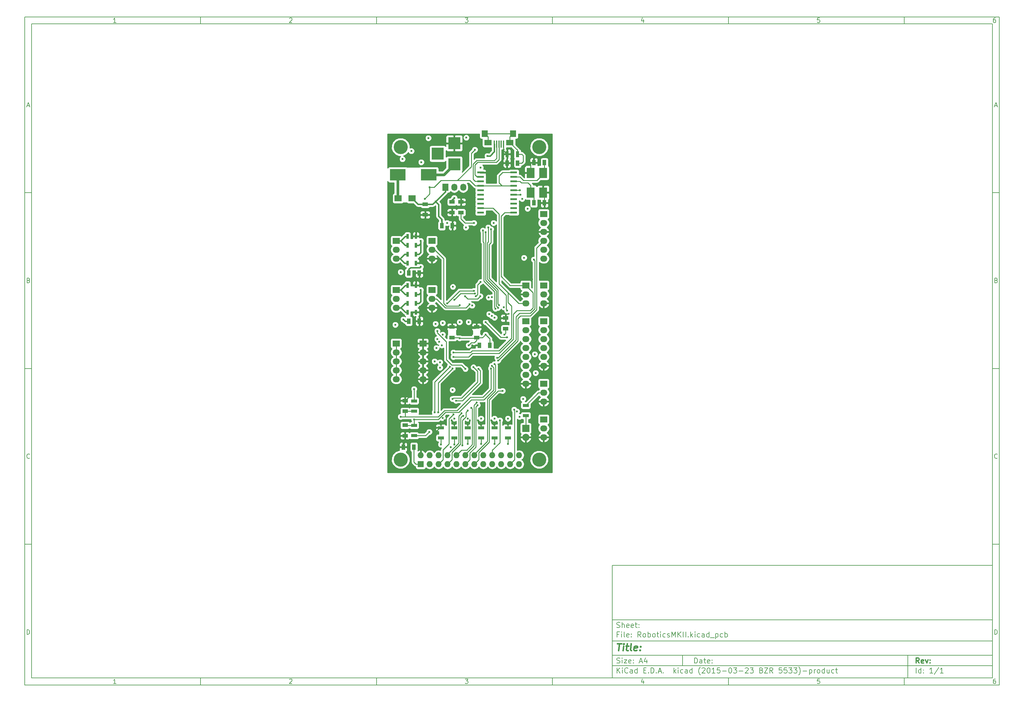
<source format=gbr>
G04 #@! TF.FileFunction,Copper,L4,Bot,Signal*
%FSLAX46Y46*%
G04 Gerber Fmt 4.6, Leading zero omitted, Abs format (unit mm)*
G04 Created by KiCad (PCBNEW (2015-03-23 BZR 5533)-product) date Thu 23 Apr 2015 16:19:24 SAST*
%MOMM*%
G01*
G04 APERTURE LIST*
%ADD10C,0.100000*%
%ADD11C,0.150000*%
%ADD12C,0.300000*%
%ADD13C,0.400000*%
%ADD14R,1.600000X1.000000*%
%ADD15R,1.000000X1.600000*%
%ADD16R,0.400000X2.000000*%
%ADD17R,2.100000X1.600000*%
%ADD18R,1.800000X1.900000*%
%ADD19R,3.500120X3.500120*%
%ADD20R,4.500880X3.299460*%
%ADD21R,4.498340X3.299460*%
%ADD22R,2.000000X1.700000*%
%ADD23R,1.727200X2.032000*%
%ADD24O,1.727200X2.032000*%
%ADD25R,2.032000X1.727200*%
%ADD26O,2.032000X1.727200*%
%ADD27R,2.032000X2.032000*%
%ADD28O,2.032000X2.032000*%
%ADD29R,1.700000X0.900000*%
%ADD30R,0.900000X1.700000*%
%ADD31R,1.950000X0.600000*%
%ADD32R,2.300000X3.000000*%
%ADD33C,4.000000*%
%ADD34R,1.727200X1.727200*%
%ADD35O,1.727200X1.727200*%
%ADD36R,0.650000X1.350000*%
%ADD37C,0.600000*%
%ADD38C,0.250000*%
%ADD39C,0.800000*%
%ADD40C,0.254000*%
G04 APERTURE END LIST*
D10*
D11*
X177002200Y-166007200D02*
X177002200Y-198007200D01*
X285002200Y-198007200D01*
X285002200Y-166007200D01*
X177002200Y-166007200D01*
D10*
D11*
X10000000Y-10000000D02*
X10000000Y-200007200D01*
X287002200Y-200007200D01*
X287002200Y-10000000D01*
X10000000Y-10000000D01*
D10*
D11*
X12000000Y-12000000D02*
X12000000Y-198007200D01*
X285002200Y-198007200D01*
X285002200Y-12000000D01*
X12000000Y-12000000D01*
D10*
D11*
X60000000Y-12000000D02*
X60000000Y-10000000D01*
D10*
D11*
X110000000Y-12000000D02*
X110000000Y-10000000D01*
D10*
D11*
X160000000Y-12000000D02*
X160000000Y-10000000D01*
D10*
D11*
X210000000Y-12000000D02*
X210000000Y-10000000D01*
D10*
D11*
X260000000Y-12000000D02*
X260000000Y-10000000D01*
D10*
D11*
X35990476Y-11588095D02*
X35247619Y-11588095D01*
X35619048Y-11588095D02*
X35619048Y-10288095D01*
X35495238Y-10473810D01*
X35371429Y-10597619D01*
X35247619Y-10659524D01*
D10*
D11*
X85247619Y-10411905D02*
X85309524Y-10350000D01*
X85433333Y-10288095D01*
X85742857Y-10288095D01*
X85866667Y-10350000D01*
X85928571Y-10411905D01*
X85990476Y-10535714D01*
X85990476Y-10659524D01*
X85928571Y-10845238D01*
X85185714Y-11588095D01*
X85990476Y-11588095D01*
D10*
D11*
X135185714Y-10288095D02*
X135990476Y-10288095D01*
X135557143Y-10783333D01*
X135742857Y-10783333D01*
X135866667Y-10845238D01*
X135928571Y-10907143D01*
X135990476Y-11030952D01*
X135990476Y-11340476D01*
X135928571Y-11464286D01*
X135866667Y-11526190D01*
X135742857Y-11588095D01*
X135371429Y-11588095D01*
X135247619Y-11526190D01*
X135185714Y-11464286D01*
D10*
D11*
X185866667Y-10721429D02*
X185866667Y-11588095D01*
X185557143Y-10226190D02*
X185247619Y-11154762D01*
X186052381Y-11154762D01*
D10*
D11*
X235928571Y-10288095D02*
X235309524Y-10288095D01*
X235247619Y-10907143D01*
X235309524Y-10845238D01*
X235433333Y-10783333D01*
X235742857Y-10783333D01*
X235866667Y-10845238D01*
X235928571Y-10907143D01*
X235990476Y-11030952D01*
X235990476Y-11340476D01*
X235928571Y-11464286D01*
X235866667Y-11526190D01*
X235742857Y-11588095D01*
X235433333Y-11588095D01*
X235309524Y-11526190D01*
X235247619Y-11464286D01*
D10*
D11*
X285866667Y-10288095D02*
X285619048Y-10288095D01*
X285495238Y-10350000D01*
X285433333Y-10411905D01*
X285309524Y-10597619D01*
X285247619Y-10845238D01*
X285247619Y-11340476D01*
X285309524Y-11464286D01*
X285371429Y-11526190D01*
X285495238Y-11588095D01*
X285742857Y-11588095D01*
X285866667Y-11526190D01*
X285928571Y-11464286D01*
X285990476Y-11340476D01*
X285990476Y-11030952D01*
X285928571Y-10907143D01*
X285866667Y-10845238D01*
X285742857Y-10783333D01*
X285495238Y-10783333D01*
X285371429Y-10845238D01*
X285309524Y-10907143D01*
X285247619Y-11030952D01*
D10*
D11*
X60000000Y-198007200D02*
X60000000Y-200007200D01*
D10*
D11*
X110000000Y-198007200D02*
X110000000Y-200007200D01*
D10*
D11*
X160000000Y-198007200D02*
X160000000Y-200007200D01*
D10*
D11*
X210000000Y-198007200D02*
X210000000Y-200007200D01*
D10*
D11*
X260000000Y-198007200D02*
X260000000Y-200007200D01*
D10*
D11*
X35990476Y-199595295D02*
X35247619Y-199595295D01*
X35619048Y-199595295D02*
X35619048Y-198295295D01*
X35495238Y-198481010D01*
X35371429Y-198604819D01*
X35247619Y-198666724D01*
D10*
D11*
X85247619Y-198419105D02*
X85309524Y-198357200D01*
X85433333Y-198295295D01*
X85742857Y-198295295D01*
X85866667Y-198357200D01*
X85928571Y-198419105D01*
X85990476Y-198542914D01*
X85990476Y-198666724D01*
X85928571Y-198852438D01*
X85185714Y-199595295D01*
X85990476Y-199595295D01*
D10*
D11*
X135185714Y-198295295D02*
X135990476Y-198295295D01*
X135557143Y-198790533D01*
X135742857Y-198790533D01*
X135866667Y-198852438D01*
X135928571Y-198914343D01*
X135990476Y-199038152D01*
X135990476Y-199347676D01*
X135928571Y-199471486D01*
X135866667Y-199533390D01*
X135742857Y-199595295D01*
X135371429Y-199595295D01*
X135247619Y-199533390D01*
X135185714Y-199471486D01*
D10*
D11*
X185866667Y-198728629D02*
X185866667Y-199595295D01*
X185557143Y-198233390D02*
X185247619Y-199161962D01*
X186052381Y-199161962D01*
D10*
D11*
X235928571Y-198295295D02*
X235309524Y-198295295D01*
X235247619Y-198914343D01*
X235309524Y-198852438D01*
X235433333Y-198790533D01*
X235742857Y-198790533D01*
X235866667Y-198852438D01*
X235928571Y-198914343D01*
X235990476Y-199038152D01*
X235990476Y-199347676D01*
X235928571Y-199471486D01*
X235866667Y-199533390D01*
X235742857Y-199595295D01*
X235433333Y-199595295D01*
X235309524Y-199533390D01*
X235247619Y-199471486D01*
D10*
D11*
X285866667Y-198295295D02*
X285619048Y-198295295D01*
X285495238Y-198357200D01*
X285433333Y-198419105D01*
X285309524Y-198604819D01*
X285247619Y-198852438D01*
X285247619Y-199347676D01*
X285309524Y-199471486D01*
X285371429Y-199533390D01*
X285495238Y-199595295D01*
X285742857Y-199595295D01*
X285866667Y-199533390D01*
X285928571Y-199471486D01*
X285990476Y-199347676D01*
X285990476Y-199038152D01*
X285928571Y-198914343D01*
X285866667Y-198852438D01*
X285742857Y-198790533D01*
X285495238Y-198790533D01*
X285371429Y-198852438D01*
X285309524Y-198914343D01*
X285247619Y-199038152D01*
D10*
D11*
X10000000Y-60000000D02*
X12000000Y-60000000D01*
D10*
D11*
X10000000Y-110000000D02*
X12000000Y-110000000D01*
D10*
D11*
X10000000Y-160000000D02*
X12000000Y-160000000D01*
D10*
D11*
X10690476Y-35216667D02*
X11309524Y-35216667D01*
X10566667Y-35588095D02*
X11000000Y-34288095D01*
X11433333Y-35588095D01*
D10*
D11*
X11092857Y-84907143D02*
X11278571Y-84969048D01*
X11340476Y-85030952D01*
X11402381Y-85154762D01*
X11402381Y-85340476D01*
X11340476Y-85464286D01*
X11278571Y-85526190D01*
X11154762Y-85588095D01*
X10659524Y-85588095D01*
X10659524Y-84288095D01*
X11092857Y-84288095D01*
X11216667Y-84350000D01*
X11278571Y-84411905D01*
X11340476Y-84535714D01*
X11340476Y-84659524D01*
X11278571Y-84783333D01*
X11216667Y-84845238D01*
X11092857Y-84907143D01*
X10659524Y-84907143D01*
D10*
D11*
X11402381Y-135464286D02*
X11340476Y-135526190D01*
X11154762Y-135588095D01*
X11030952Y-135588095D01*
X10845238Y-135526190D01*
X10721429Y-135402381D01*
X10659524Y-135278571D01*
X10597619Y-135030952D01*
X10597619Y-134845238D01*
X10659524Y-134597619D01*
X10721429Y-134473810D01*
X10845238Y-134350000D01*
X11030952Y-134288095D01*
X11154762Y-134288095D01*
X11340476Y-134350000D01*
X11402381Y-134411905D01*
D10*
D11*
X10659524Y-185588095D02*
X10659524Y-184288095D01*
X10969048Y-184288095D01*
X11154762Y-184350000D01*
X11278571Y-184473810D01*
X11340476Y-184597619D01*
X11402381Y-184845238D01*
X11402381Y-185030952D01*
X11340476Y-185278571D01*
X11278571Y-185402381D01*
X11154762Y-185526190D01*
X10969048Y-185588095D01*
X10659524Y-185588095D01*
D10*
D11*
X287002200Y-60000000D02*
X285002200Y-60000000D01*
D10*
D11*
X287002200Y-110000000D02*
X285002200Y-110000000D01*
D10*
D11*
X287002200Y-160000000D02*
X285002200Y-160000000D01*
D10*
D11*
X285692676Y-35216667D02*
X286311724Y-35216667D01*
X285568867Y-35588095D02*
X286002200Y-34288095D01*
X286435533Y-35588095D01*
D10*
D11*
X286095057Y-84907143D02*
X286280771Y-84969048D01*
X286342676Y-85030952D01*
X286404581Y-85154762D01*
X286404581Y-85340476D01*
X286342676Y-85464286D01*
X286280771Y-85526190D01*
X286156962Y-85588095D01*
X285661724Y-85588095D01*
X285661724Y-84288095D01*
X286095057Y-84288095D01*
X286218867Y-84350000D01*
X286280771Y-84411905D01*
X286342676Y-84535714D01*
X286342676Y-84659524D01*
X286280771Y-84783333D01*
X286218867Y-84845238D01*
X286095057Y-84907143D01*
X285661724Y-84907143D01*
D10*
D11*
X286404581Y-135464286D02*
X286342676Y-135526190D01*
X286156962Y-135588095D01*
X286033152Y-135588095D01*
X285847438Y-135526190D01*
X285723629Y-135402381D01*
X285661724Y-135278571D01*
X285599819Y-135030952D01*
X285599819Y-134845238D01*
X285661724Y-134597619D01*
X285723629Y-134473810D01*
X285847438Y-134350000D01*
X286033152Y-134288095D01*
X286156962Y-134288095D01*
X286342676Y-134350000D01*
X286404581Y-134411905D01*
D10*
D11*
X285661724Y-185588095D02*
X285661724Y-184288095D01*
X285971248Y-184288095D01*
X286156962Y-184350000D01*
X286280771Y-184473810D01*
X286342676Y-184597619D01*
X286404581Y-184845238D01*
X286404581Y-185030952D01*
X286342676Y-185278571D01*
X286280771Y-185402381D01*
X286156962Y-185526190D01*
X285971248Y-185588095D01*
X285661724Y-185588095D01*
D10*
D11*
X200359343Y-193785771D02*
X200359343Y-192285771D01*
X200716486Y-192285771D01*
X200930771Y-192357200D01*
X201073629Y-192500057D01*
X201145057Y-192642914D01*
X201216486Y-192928629D01*
X201216486Y-193142914D01*
X201145057Y-193428629D01*
X201073629Y-193571486D01*
X200930771Y-193714343D01*
X200716486Y-193785771D01*
X200359343Y-193785771D01*
X202502200Y-193785771D02*
X202502200Y-193000057D01*
X202430771Y-192857200D01*
X202287914Y-192785771D01*
X202002200Y-192785771D01*
X201859343Y-192857200D01*
X202502200Y-193714343D02*
X202359343Y-193785771D01*
X202002200Y-193785771D01*
X201859343Y-193714343D01*
X201787914Y-193571486D01*
X201787914Y-193428629D01*
X201859343Y-193285771D01*
X202002200Y-193214343D01*
X202359343Y-193214343D01*
X202502200Y-193142914D01*
X203002200Y-192785771D02*
X203573629Y-192785771D01*
X203216486Y-192285771D02*
X203216486Y-193571486D01*
X203287914Y-193714343D01*
X203430772Y-193785771D01*
X203573629Y-193785771D01*
X204645057Y-193714343D02*
X204502200Y-193785771D01*
X204216486Y-193785771D01*
X204073629Y-193714343D01*
X204002200Y-193571486D01*
X204002200Y-193000057D01*
X204073629Y-192857200D01*
X204216486Y-192785771D01*
X204502200Y-192785771D01*
X204645057Y-192857200D01*
X204716486Y-193000057D01*
X204716486Y-193142914D01*
X204002200Y-193285771D01*
X205359343Y-193642914D02*
X205430771Y-193714343D01*
X205359343Y-193785771D01*
X205287914Y-193714343D01*
X205359343Y-193642914D01*
X205359343Y-193785771D01*
X205359343Y-192857200D02*
X205430771Y-192928629D01*
X205359343Y-193000057D01*
X205287914Y-192928629D01*
X205359343Y-192857200D01*
X205359343Y-193000057D01*
D10*
D11*
X177002200Y-194507200D02*
X285002200Y-194507200D01*
D10*
D11*
X178359343Y-196585771D02*
X178359343Y-195085771D01*
X179216486Y-196585771D02*
X178573629Y-195728629D01*
X179216486Y-195085771D02*
X178359343Y-195942914D01*
X179859343Y-196585771D02*
X179859343Y-195585771D01*
X179859343Y-195085771D02*
X179787914Y-195157200D01*
X179859343Y-195228629D01*
X179930771Y-195157200D01*
X179859343Y-195085771D01*
X179859343Y-195228629D01*
X181430772Y-196442914D02*
X181359343Y-196514343D01*
X181145057Y-196585771D01*
X181002200Y-196585771D01*
X180787915Y-196514343D01*
X180645057Y-196371486D01*
X180573629Y-196228629D01*
X180502200Y-195942914D01*
X180502200Y-195728629D01*
X180573629Y-195442914D01*
X180645057Y-195300057D01*
X180787915Y-195157200D01*
X181002200Y-195085771D01*
X181145057Y-195085771D01*
X181359343Y-195157200D01*
X181430772Y-195228629D01*
X182716486Y-196585771D02*
X182716486Y-195800057D01*
X182645057Y-195657200D01*
X182502200Y-195585771D01*
X182216486Y-195585771D01*
X182073629Y-195657200D01*
X182716486Y-196514343D02*
X182573629Y-196585771D01*
X182216486Y-196585771D01*
X182073629Y-196514343D01*
X182002200Y-196371486D01*
X182002200Y-196228629D01*
X182073629Y-196085771D01*
X182216486Y-196014343D01*
X182573629Y-196014343D01*
X182716486Y-195942914D01*
X184073629Y-196585771D02*
X184073629Y-195085771D01*
X184073629Y-196514343D02*
X183930772Y-196585771D01*
X183645058Y-196585771D01*
X183502200Y-196514343D01*
X183430772Y-196442914D01*
X183359343Y-196300057D01*
X183359343Y-195871486D01*
X183430772Y-195728629D01*
X183502200Y-195657200D01*
X183645058Y-195585771D01*
X183930772Y-195585771D01*
X184073629Y-195657200D01*
X185930772Y-195800057D02*
X186430772Y-195800057D01*
X186645058Y-196585771D02*
X185930772Y-196585771D01*
X185930772Y-195085771D01*
X186645058Y-195085771D01*
X187287915Y-196442914D02*
X187359343Y-196514343D01*
X187287915Y-196585771D01*
X187216486Y-196514343D01*
X187287915Y-196442914D01*
X187287915Y-196585771D01*
X188002201Y-196585771D02*
X188002201Y-195085771D01*
X188359344Y-195085771D01*
X188573629Y-195157200D01*
X188716487Y-195300057D01*
X188787915Y-195442914D01*
X188859344Y-195728629D01*
X188859344Y-195942914D01*
X188787915Y-196228629D01*
X188716487Y-196371486D01*
X188573629Y-196514343D01*
X188359344Y-196585771D01*
X188002201Y-196585771D01*
X189502201Y-196442914D02*
X189573629Y-196514343D01*
X189502201Y-196585771D01*
X189430772Y-196514343D01*
X189502201Y-196442914D01*
X189502201Y-196585771D01*
X190145058Y-196157200D02*
X190859344Y-196157200D01*
X190002201Y-196585771D02*
X190502201Y-195085771D01*
X191002201Y-196585771D01*
X191502201Y-196442914D02*
X191573629Y-196514343D01*
X191502201Y-196585771D01*
X191430772Y-196514343D01*
X191502201Y-196442914D01*
X191502201Y-196585771D01*
X194502201Y-196585771D02*
X194502201Y-195085771D01*
X194645058Y-196014343D02*
X195073629Y-196585771D01*
X195073629Y-195585771D02*
X194502201Y-196157200D01*
X195716487Y-196585771D02*
X195716487Y-195585771D01*
X195716487Y-195085771D02*
X195645058Y-195157200D01*
X195716487Y-195228629D01*
X195787915Y-195157200D01*
X195716487Y-195085771D01*
X195716487Y-195228629D01*
X197073630Y-196514343D02*
X196930773Y-196585771D01*
X196645059Y-196585771D01*
X196502201Y-196514343D01*
X196430773Y-196442914D01*
X196359344Y-196300057D01*
X196359344Y-195871486D01*
X196430773Y-195728629D01*
X196502201Y-195657200D01*
X196645059Y-195585771D01*
X196930773Y-195585771D01*
X197073630Y-195657200D01*
X198359344Y-196585771D02*
X198359344Y-195800057D01*
X198287915Y-195657200D01*
X198145058Y-195585771D01*
X197859344Y-195585771D01*
X197716487Y-195657200D01*
X198359344Y-196514343D02*
X198216487Y-196585771D01*
X197859344Y-196585771D01*
X197716487Y-196514343D01*
X197645058Y-196371486D01*
X197645058Y-196228629D01*
X197716487Y-196085771D01*
X197859344Y-196014343D01*
X198216487Y-196014343D01*
X198359344Y-195942914D01*
X199716487Y-196585771D02*
X199716487Y-195085771D01*
X199716487Y-196514343D02*
X199573630Y-196585771D01*
X199287916Y-196585771D01*
X199145058Y-196514343D01*
X199073630Y-196442914D01*
X199002201Y-196300057D01*
X199002201Y-195871486D01*
X199073630Y-195728629D01*
X199145058Y-195657200D01*
X199287916Y-195585771D01*
X199573630Y-195585771D01*
X199716487Y-195657200D01*
X202002201Y-197157200D02*
X201930773Y-197085771D01*
X201787916Y-196871486D01*
X201716487Y-196728629D01*
X201645058Y-196514343D01*
X201573630Y-196157200D01*
X201573630Y-195871486D01*
X201645058Y-195514343D01*
X201716487Y-195300057D01*
X201787916Y-195157200D01*
X201930773Y-194942914D01*
X202002201Y-194871486D01*
X202502201Y-195228629D02*
X202573630Y-195157200D01*
X202716487Y-195085771D01*
X203073630Y-195085771D01*
X203216487Y-195157200D01*
X203287916Y-195228629D01*
X203359344Y-195371486D01*
X203359344Y-195514343D01*
X203287916Y-195728629D01*
X202430773Y-196585771D01*
X203359344Y-196585771D01*
X204287915Y-195085771D02*
X204430772Y-195085771D01*
X204573629Y-195157200D01*
X204645058Y-195228629D01*
X204716487Y-195371486D01*
X204787915Y-195657200D01*
X204787915Y-196014343D01*
X204716487Y-196300057D01*
X204645058Y-196442914D01*
X204573629Y-196514343D01*
X204430772Y-196585771D01*
X204287915Y-196585771D01*
X204145058Y-196514343D01*
X204073629Y-196442914D01*
X204002201Y-196300057D01*
X203930772Y-196014343D01*
X203930772Y-195657200D01*
X204002201Y-195371486D01*
X204073629Y-195228629D01*
X204145058Y-195157200D01*
X204287915Y-195085771D01*
X206216486Y-196585771D02*
X205359343Y-196585771D01*
X205787915Y-196585771D02*
X205787915Y-195085771D01*
X205645058Y-195300057D01*
X205502200Y-195442914D01*
X205359343Y-195514343D01*
X207573629Y-195085771D02*
X206859343Y-195085771D01*
X206787914Y-195800057D01*
X206859343Y-195728629D01*
X207002200Y-195657200D01*
X207359343Y-195657200D01*
X207502200Y-195728629D01*
X207573629Y-195800057D01*
X207645057Y-195942914D01*
X207645057Y-196300057D01*
X207573629Y-196442914D01*
X207502200Y-196514343D01*
X207359343Y-196585771D01*
X207002200Y-196585771D01*
X206859343Y-196514343D01*
X206787914Y-196442914D01*
X208287914Y-196014343D02*
X209430771Y-196014343D01*
X210430771Y-195085771D02*
X210573628Y-195085771D01*
X210716485Y-195157200D01*
X210787914Y-195228629D01*
X210859343Y-195371486D01*
X210930771Y-195657200D01*
X210930771Y-196014343D01*
X210859343Y-196300057D01*
X210787914Y-196442914D01*
X210716485Y-196514343D01*
X210573628Y-196585771D01*
X210430771Y-196585771D01*
X210287914Y-196514343D01*
X210216485Y-196442914D01*
X210145057Y-196300057D01*
X210073628Y-196014343D01*
X210073628Y-195657200D01*
X210145057Y-195371486D01*
X210216485Y-195228629D01*
X210287914Y-195157200D01*
X210430771Y-195085771D01*
X211430771Y-195085771D02*
X212359342Y-195085771D01*
X211859342Y-195657200D01*
X212073628Y-195657200D01*
X212216485Y-195728629D01*
X212287914Y-195800057D01*
X212359342Y-195942914D01*
X212359342Y-196300057D01*
X212287914Y-196442914D01*
X212216485Y-196514343D01*
X212073628Y-196585771D01*
X211645056Y-196585771D01*
X211502199Y-196514343D01*
X211430771Y-196442914D01*
X213002199Y-196014343D02*
X214145056Y-196014343D01*
X214787913Y-195228629D02*
X214859342Y-195157200D01*
X215002199Y-195085771D01*
X215359342Y-195085771D01*
X215502199Y-195157200D01*
X215573628Y-195228629D01*
X215645056Y-195371486D01*
X215645056Y-195514343D01*
X215573628Y-195728629D01*
X214716485Y-196585771D01*
X215645056Y-196585771D01*
X216145056Y-195085771D02*
X217073627Y-195085771D01*
X216573627Y-195657200D01*
X216787913Y-195657200D01*
X216930770Y-195728629D01*
X217002199Y-195800057D01*
X217073627Y-195942914D01*
X217073627Y-196300057D01*
X217002199Y-196442914D01*
X216930770Y-196514343D01*
X216787913Y-196585771D01*
X216359341Y-196585771D01*
X216216484Y-196514343D01*
X216145056Y-196442914D01*
X219359341Y-195800057D02*
X219573627Y-195871486D01*
X219645055Y-195942914D01*
X219716484Y-196085771D01*
X219716484Y-196300057D01*
X219645055Y-196442914D01*
X219573627Y-196514343D01*
X219430769Y-196585771D01*
X218859341Y-196585771D01*
X218859341Y-195085771D01*
X219359341Y-195085771D01*
X219502198Y-195157200D01*
X219573627Y-195228629D01*
X219645055Y-195371486D01*
X219645055Y-195514343D01*
X219573627Y-195657200D01*
X219502198Y-195728629D01*
X219359341Y-195800057D01*
X218859341Y-195800057D01*
X220216484Y-195085771D02*
X221216484Y-195085771D01*
X220216484Y-196585771D01*
X221216484Y-196585771D01*
X222645055Y-196585771D02*
X222145055Y-195871486D01*
X221787912Y-196585771D02*
X221787912Y-195085771D01*
X222359340Y-195085771D01*
X222502198Y-195157200D01*
X222573626Y-195228629D01*
X222645055Y-195371486D01*
X222645055Y-195585771D01*
X222573626Y-195728629D01*
X222502198Y-195800057D01*
X222359340Y-195871486D01*
X221787912Y-195871486D01*
X225145055Y-195085771D02*
X224430769Y-195085771D01*
X224359340Y-195800057D01*
X224430769Y-195728629D01*
X224573626Y-195657200D01*
X224930769Y-195657200D01*
X225073626Y-195728629D01*
X225145055Y-195800057D01*
X225216483Y-195942914D01*
X225216483Y-196300057D01*
X225145055Y-196442914D01*
X225073626Y-196514343D01*
X224930769Y-196585771D01*
X224573626Y-196585771D01*
X224430769Y-196514343D01*
X224359340Y-196442914D01*
X226573626Y-195085771D02*
X225859340Y-195085771D01*
X225787911Y-195800057D01*
X225859340Y-195728629D01*
X226002197Y-195657200D01*
X226359340Y-195657200D01*
X226502197Y-195728629D01*
X226573626Y-195800057D01*
X226645054Y-195942914D01*
X226645054Y-196300057D01*
X226573626Y-196442914D01*
X226502197Y-196514343D01*
X226359340Y-196585771D01*
X226002197Y-196585771D01*
X225859340Y-196514343D01*
X225787911Y-196442914D01*
X227145054Y-195085771D02*
X228073625Y-195085771D01*
X227573625Y-195657200D01*
X227787911Y-195657200D01*
X227930768Y-195728629D01*
X228002197Y-195800057D01*
X228073625Y-195942914D01*
X228073625Y-196300057D01*
X228002197Y-196442914D01*
X227930768Y-196514343D01*
X227787911Y-196585771D01*
X227359339Y-196585771D01*
X227216482Y-196514343D01*
X227145054Y-196442914D01*
X228573625Y-195085771D02*
X229502196Y-195085771D01*
X229002196Y-195657200D01*
X229216482Y-195657200D01*
X229359339Y-195728629D01*
X229430768Y-195800057D01*
X229502196Y-195942914D01*
X229502196Y-196300057D01*
X229430768Y-196442914D01*
X229359339Y-196514343D01*
X229216482Y-196585771D01*
X228787910Y-196585771D01*
X228645053Y-196514343D01*
X228573625Y-196442914D01*
X230002196Y-197157200D02*
X230073624Y-197085771D01*
X230216481Y-196871486D01*
X230287910Y-196728629D01*
X230359339Y-196514343D01*
X230430767Y-196157200D01*
X230430767Y-195871486D01*
X230359339Y-195514343D01*
X230287910Y-195300057D01*
X230216481Y-195157200D01*
X230073624Y-194942914D01*
X230002196Y-194871486D01*
X231145053Y-196014343D02*
X232287910Y-196014343D01*
X233002196Y-195585771D02*
X233002196Y-197085771D01*
X233002196Y-195657200D02*
X233145053Y-195585771D01*
X233430767Y-195585771D01*
X233573624Y-195657200D01*
X233645053Y-195728629D01*
X233716482Y-195871486D01*
X233716482Y-196300057D01*
X233645053Y-196442914D01*
X233573624Y-196514343D01*
X233430767Y-196585771D01*
X233145053Y-196585771D01*
X233002196Y-196514343D01*
X234359339Y-196585771D02*
X234359339Y-195585771D01*
X234359339Y-195871486D02*
X234430767Y-195728629D01*
X234502196Y-195657200D01*
X234645053Y-195585771D01*
X234787910Y-195585771D01*
X235502196Y-196585771D02*
X235359338Y-196514343D01*
X235287910Y-196442914D01*
X235216481Y-196300057D01*
X235216481Y-195871486D01*
X235287910Y-195728629D01*
X235359338Y-195657200D01*
X235502196Y-195585771D01*
X235716481Y-195585771D01*
X235859338Y-195657200D01*
X235930767Y-195728629D01*
X236002196Y-195871486D01*
X236002196Y-196300057D01*
X235930767Y-196442914D01*
X235859338Y-196514343D01*
X235716481Y-196585771D01*
X235502196Y-196585771D01*
X237287910Y-196585771D02*
X237287910Y-195085771D01*
X237287910Y-196514343D02*
X237145053Y-196585771D01*
X236859339Y-196585771D01*
X236716481Y-196514343D01*
X236645053Y-196442914D01*
X236573624Y-196300057D01*
X236573624Y-195871486D01*
X236645053Y-195728629D01*
X236716481Y-195657200D01*
X236859339Y-195585771D01*
X237145053Y-195585771D01*
X237287910Y-195657200D01*
X238645053Y-195585771D02*
X238645053Y-196585771D01*
X238002196Y-195585771D02*
X238002196Y-196371486D01*
X238073624Y-196514343D01*
X238216482Y-196585771D01*
X238430767Y-196585771D01*
X238573624Y-196514343D01*
X238645053Y-196442914D01*
X240002196Y-196514343D02*
X239859339Y-196585771D01*
X239573625Y-196585771D01*
X239430767Y-196514343D01*
X239359339Y-196442914D01*
X239287910Y-196300057D01*
X239287910Y-195871486D01*
X239359339Y-195728629D01*
X239430767Y-195657200D01*
X239573625Y-195585771D01*
X239859339Y-195585771D01*
X240002196Y-195657200D01*
X240430767Y-195585771D02*
X241002196Y-195585771D01*
X240645053Y-195085771D02*
X240645053Y-196371486D01*
X240716481Y-196514343D01*
X240859339Y-196585771D01*
X241002196Y-196585771D01*
D10*
D11*
X177002200Y-191507200D02*
X285002200Y-191507200D01*
D10*
D12*
X264216486Y-193785771D02*
X263716486Y-193071486D01*
X263359343Y-193785771D02*
X263359343Y-192285771D01*
X263930771Y-192285771D01*
X264073629Y-192357200D01*
X264145057Y-192428629D01*
X264216486Y-192571486D01*
X264216486Y-192785771D01*
X264145057Y-192928629D01*
X264073629Y-193000057D01*
X263930771Y-193071486D01*
X263359343Y-193071486D01*
X265430771Y-193714343D02*
X265287914Y-193785771D01*
X265002200Y-193785771D01*
X264859343Y-193714343D01*
X264787914Y-193571486D01*
X264787914Y-193000057D01*
X264859343Y-192857200D01*
X265002200Y-192785771D01*
X265287914Y-192785771D01*
X265430771Y-192857200D01*
X265502200Y-193000057D01*
X265502200Y-193142914D01*
X264787914Y-193285771D01*
X266002200Y-192785771D02*
X266359343Y-193785771D01*
X266716485Y-192785771D01*
X267287914Y-193642914D02*
X267359342Y-193714343D01*
X267287914Y-193785771D01*
X267216485Y-193714343D01*
X267287914Y-193642914D01*
X267287914Y-193785771D01*
X267287914Y-192857200D02*
X267359342Y-192928629D01*
X267287914Y-193000057D01*
X267216485Y-192928629D01*
X267287914Y-192857200D01*
X267287914Y-193000057D01*
D10*
D11*
X178287914Y-193714343D02*
X178502200Y-193785771D01*
X178859343Y-193785771D01*
X179002200Y-193714343D01*
X179073629Y-193642914D01*
X179145057Y-193500057D01*
X179145057Y-193357200D01*
X179073629Y-193214343D01*
X179002200Y-193142914D01*
X178859343Y-193071486D01*
X178573629Y-193000057D01*
X178430771Y-192928629D01*
X178359343Y-192857200D01*
X178287914Y-192714343D01*
X178287914Y-192571486D01*
X178359343Y-192428629D01*
X178430771Y-192357200D01*
X178573629Y-192285771D01*
X178930771Y-192285771D01*
X179145057Y-192357200D01*
X179787914Y-193785771D02*
X179787914Y-192785771D01*
X179787914Y-192285771D02*
X179716485Y-192357200D01*
X179787914Y-192428629D01*
X179859342Y-192357200D01*
X179787914Y-192285771D01*
X179787914Y-192428629D01*
X180359343Y-192785771D02*
X181145057Y-192785771D01*
X180359343Y-193785771D01*
X181145057Y-193785771D01*
X182287914Y-193714343D02*
X182145057Y-193785771D01*
X181859343Y-193785771D01*
X181716486Y-193714343D01*
X181645057Y-193571486D01*
X181645057Y-193000057D01*
X181716486Y-192857200D01*
X181859343Y-192785771D01*
X182145057Y-192785771D01*
X182287914Y-192857200D01*
X182359343Y-193000057D01*
X182359343Y-193142914D01*
X181645057Y-193285771D01*
X183002200Y-193642914D02*
X183073628Y-193714343D01*
X183002200Y-193785771D01*
X182930771Y-193714343D01*
X183002200Y-193642914D01*
X183002200Y-193785771D01*
X183002200Y-192857200D02*
X183073628Y-192928629D01*
X183002200Y-193000057D01*
X182930771Y-192928629D01*
X183002200Y-192857200D01*
X183002200Y-193000057D01*
X184787914Y-193357200D02*
X185502200Y-193357200D01*
X184645057Y-193785771D02*
X185145057Y-192285771D01*
X185645057Y-193785771D01*
X186787914Y-192785771D02*
X186787914Y-193785771D01*
X186430771Y-192214343D02*
X186073628Y-193285771D01*
X187002200Y-193285771D01*
D10*
D11*
X263359343Y-196585771D02*
X263359343Y-195085771D01*
X264716486Y-196585771D02*
X264716486Y-195085771D01*
X264716486Y-196514343D02*
X264573629Y-196585771D01*
X264287915Y-196585771D01*
X264145057Y-196514343D01*
X264073629Y-196442914D01*
X264002200Y-196300057D01*
X264002200Y-195871486D01*
X264073629Y-195728629D01*
X264145057Y-195657200D01*
X264287915Y-195585771D01*
X264573629Y-195585771D01*
X264716486Y-195657200D01*
X265430772Y-196442914D02*
X265502200Y-196514343D01*
X265430772Y-196585771D01*
X265359343Y-196514343D01*
X265430772Y-196442914D01*
X265430772Y-196585771D01*
X265430772Y-195657200D02*
X265502200Y-195728629D01*
X265430772Y-195800057D01*
X265359343Y-195728629D01*
X265430772Y-195657200D01*
X265430772Y-195800057D01*
X268073629Y-196585771D02*
X267216486Y-196585771D01*
X267645058Y-196585771D02*
X267645058Y-195085771D01*
X267502201Y-195300057D01*
X267359343Y-195442914D01*
X267216486Y-195514343D01*
X269787914Y-195014343D02*
X268502200Y-196942914D01*
X271073629Y-196585771D02*
X270216486Y-196585771D01*
X270645058Y-196585771D02*
X270645058Y-195085771D01*
X270502201Y-195300057D01*
X270359343Y-195442914D01*
X270216486Y-195514343D01*
D10*
D11*
X177002200Y-187507200D02*
X285002200Y-187507200D01*
D10*
D13*
X178454581Y-188211962D02*
X179597438Y-188211962D01*
X178776010Y-190211962D02*
X179026010Y-188211962D01*
X180014105Y-190211962D02*
X180180771Y-188878629D01*
X180264105Y-188211962D02*
X180156962Y-188307200D01*
X180240295Y-188402438D01*
X180347439Y-188307200D01*
X180264105Y-188211962D01*
X180240295Y-188402438D01*
X180847438Y-188878629D02*
X181609343Y-188878629D01*
X181216486Y-188211962D02*
X181002200Y-189926248D01*
X181073630Y-190116724D01*
X181252201Y-190211962D01*
X181442677Y-190211962D01*
X182395058Y-190211962D02*
X182216487Y-190116724D01*
X182145057Y-189926248D01*
X182359343Y-188211962D01*
X183930772Y-190116724D02*
X183728391Y-190211962D01*
X183347439Y-190211962D01*
X183168867Y-190116724D01*
X183097438Y-189926248D01*
X183192676Y-189164343D01*
X183311724Y-188973867D01*
X183514105Y-188878629D01*
X183895057Y-188878629D01*
X184073629Y-188973867D01*
X184145057Y-189164343D01*
X184121248Y-189354819D01*
X183145057Y-189545295D01*
X184895057Y-190021486D02*
X184978392Y-190116724D01*
X184871248Y-190211962D01*
X184787915Y-190116724D01*
X184895057Y-190021486D01*
X184871248Y-190211962D01*
X185026010Y-188973867D02*
X185109344Y-189069105D01*
X185002200Y-189164343D01*
X184918867Y-189069105D01*
X185026010Y-188973867D01*
X185002200Y-189164343D01*
D10*
D11*
X178859343Y-185600057D02*
X178359343Y-185600057D01*
X178359343Y-186385771D02*
X178359343Y-184885771D01*
X179073629Y-184885771D01*
X179645057Y-186385771D02*
X179645057Y-185385771D01*
X179645057Y-184885771D02*
X179573628Y-184957200D01*
X179645057Y-185028629D01*
X179716485Y-184957200D01*
X179645057Y-184885771D01*
X179645057Y-185028629D01*
X180573629Y-186385771D02*
X180430771Y-186314343D01*
X180359343Y-186171486D01*
X180359343Y-184885771D01*
X181716485Y-186314343D02*
X181573628Y-186385771D01*
X181287914Y-186385771D01*
X181145057Y-186314343D01*
X181073628Y-186171486D01*
X181073628Y-185600057D01*
X181145057Y-185457200D01*
X181287914Y-185385771D01*
X181573628Y-185385771D01*
X181716485Y-185457200D01*
X181787914Y-185600057D01*
X181787914Y-185742914D01*
X181073628Y-185885771D01*
X182430771Y-186242914D02*
X182502199Y-186314343D01*
X182430771Y-186385771D01*
X182359342Y-186314343D01*
X182430771Y-186242914D01*
X182430771Y-186385771D01*
X182430771Y-185457200D02*
X182502199Y-185528629D01*
X182430771Y-185600057D01*
X182359342Y-185528629D01*
X182430771Y-185457200D01*
X182430771Y-185600057D01*
X185145057Y-186385771D02*
X184645057Y-185671486D01*
X184287914Y-186385771D02*
X184287914Y-184885771D01*
X184859342Y-184885771D01*
X185002200Y-184957200D01*
X185073628Y-185028629D01*
X185145057Y-185171486D01*
X185145057Y-185385771D01*
X185073628Y-185528629D01*
X185002200Y-185600057D01*
X184859342Y-185671486D01*
X184287914Y-185671486D01*
X186002200Y-186385771D02*
X185859342Y-186314343D01*
X185787914Y-186242914D01*
X185716485Y-186100057D01*
X185716485Y-185671486D01*
X185787914Y-185528629D01*
X185859342Y-185457200D01*
X186002200Y-185385771D01*
X186216485Y-185385771D01*
X186359342Y-185457200D01*
X186430771Y-185528629D01*
X186502200Y-185671486D01*
X186502200Y-186100057D01*
X186430771Y-186242914D01*
X186359342Y-186314343D01*
X186216485Y-186385771D01*
X186002200Y-186385771D01*
X187145057Y-186385771D02*
X187145057Y-184885771D01*
X187145057Y-185457200D02*
X187287914Y-185385771D01*
X187573628Y-185385771D01*
X187716485Y-185457200D01*
X187787914Y-185528629D01*
X187859343Y-185671486D01*
X187859343Y-186100057D01*
X187787914Y-186242914D01*
X187716485Y-186314343D01*
X187573628Y-186385771D01*
X187287914Y-186385771D01*
X187145057Y-186314343D01*
X188716486Y-186385771D02*
X188573628Y-186314343D01*
X188502200Y-186242914D01*
X188430771Y-186100057D01*
X188430771Y-185671486D01*
X188502200Y-185528629D01*
X188573628Y-185457200D01*
X188716486Y-185385771D01*
X188930771Y-185385771D01*
X189073628Y-185457200D01*
X189145057Y-185528629D01*
X189216486Y-185671486D01*
X189216486Y-186100057D01*
X189145057Y-186242914D01*
X189073628Y-186314343D01*
X188930771Y-186385771D01*
X188716486Y-186385771D01*
X189645057Y-185385771D02*
X190216486Y-185385771D01*
X189859343Y-184885771D02*
X189859343Y-186171486D01*
X189930771Y-186314343D01*
X190073629Y-186385771D01*
X190216486Y-186385771D01*
X190716486Y-186385771D02*
X190716486Y-185385771D01*
X190716486Y-184885771D02*
X190645057Y-184957200D01*
X190716486Y-185028629D01*
X190787914Y-184957200D01*
X190716486Y-184885771D01*
X190716486Y-185028629D01*
X192073629Y-186314343D02*
X191930772Y-186385771D01*
X191645058Y-186385771D01*
X191502200Y-186314343D01*
X191430772Y-186242914D01*
X191359343Y-186100057D01*
X191359343Y-185671486D01*
X191430772Y-185528629D01*
X191502200Y-185457200D01*
X191645058Y-185385771D01*
X191930772Y-185385771D01*
X192073629Y-185457200D01*
X192645057Y-186314343D02*
X192787914Y-186385771D01*
X193073629Y-186385771D01*
X193216486Y-186314343D01*
X193287914Y-186171486D01*
X193287914Y-186100057D01*
X193216486Y-185957200D01*
X193073629Y-185885771D01*
X192859343Y-185885771D01*
X192716486Y-185814343D01*
X192645057Y-185671486D01*
X192645057Y-185600057D01*
X192716486Y-185457200D01*
X192859343Y-185385771D01*
X193073629Y-185385771D01*
X193216486Y-185457200D01*
X193930772Y-186385771D02*
X193930772Y-184885771D01*
X194430772Y-185957200D01*
X194930772Y-184885771D01*
X194930772Y-186385771D01*
X195645058Y-186385771D02*
X195645058Y-184885771D01*
X196502201Y-186385771D02*
X195859344Y-185528629D01*
X196502201Y-184885771D02*
X195645058Y-185742914D01*
X197145058Y-186385771D02*
X197145058Y-184885771D01*
X197859344Y-186385771D02*
X197859344Y-184885771D01*
X198573630Y-186242914D02*
X198645058Y-186314343D01*
X198573630Y-186385771D01*
X198502201Y-186314343D01*
X198573630Y-186242914D01*
X198573630Y-186385771D01*
X199287916Y-186385771D02*
X199287916Y-184885771D01*
X199430773Y-185814343D02*
X199859344Y-186385771D01*
X199859344Y-185385771D02*
X199287916Y-185957200D01*
X200502202Y-186385771D02*
X200502202Y-185385771D01*
X200502202Y-184885771D02*
X200430773Y-184957200D01*
X200502202Y-185028629D01*
X200573630Y-184957200D01*
X200502202Y-184885771D01*
X200502202Y-185028629D01*
X201859345Y-186314343D02*
X201716488Y-186385771D01*
X201430774Y-186385771D01*
X201287916Y-186314343D01*
X201216488Y-186242914D01*
X201145059Y-186100057D01*
X201145059Y-185671486D01*
X201216488Y-185528629D01*
X201287916Y-185457200D01*
X201430774Y-185385771D01*
X201716488Y-185385771D01*
X201859345Y-185457200D01*
X203145059Y-186385771D02*
X203145059Y-185600057D01*
X203073630Y-185457200D01*
X202930773Y-185385771D01*
X202645059Y-185385771D01*
X202502202Y-185457200D01*
X203145059Y-186314343D02*
X203002202Y-186385771D01*
X202645059Y-186385771D01*
X202502202Y-186314343D01*
X202430773Y-186171486D01*
X202430773Y-186028629D01*
X202502202Y-185885771D01*
X202645059Y-185814343D01*
X203002202Y-185814343D01*
X203145059Y-185742914D01*
X204502202Y-186385771D02*
X204502202Y-184885771D01*
X204502202Y-186314343D02*
X204359345Y-186385771D01*
X204073631Y-186385771D01*
X203930773Y-186314343D01*
X203859345Y-186242914D01*
X203787916Y-186100057D01*
X203787916Y-185671486D01*
X203859345Y-185528629D01*
X203930773Y-185457200D01*
X204073631Y-185385771D01*
X204359345Y-185385771D01*
X204502202Y-185457200D01*
X204859345Y-186528629D02*
X206002202Y-186528629D01*
X206359345Y-185385771D02*
X206359345Y-186885771D01*
X206359345Y-185457200D02*
X206502202Y-185385771D01*
X206787916Y-185385771D01*
X206930773Y-185457200D01*
X207002202Y-185528629D01*
X207073631Y-185671486D01*
X207073631Y-186100057D01*
X207002202Y-186242914D01*
X206930773Y-186314343D01*
X206787916Y-186385771D01*
X206502202Y-186385771D01*
X206359345Y-186314343D01*
X208359345Y-186314343D02*
X208216488Y-186385771D01*
X207930774Y-186385771D01*
X207787916Y-186314343D01*
X207716488Y-186242914D01*
X207645059Y-186100057D01*
X207645059Y-185671486D01*
X207716488Y-185528629D01*
X207787916Y-185457200D01*
X207930774Y-185385771D01*
X208216488Y-185385771D01*
X208359345Y-185457200D01*
X209002202Y-186385771D02*
X209002202Y-184885771D01*
X209002202Y-185457200D02*
X209145059Y-185385771D01*
X209430773Y-185385771D01*
X209573630Y-185457200D01*
X209645059Y-185528629D01*
X209716488Y-185671486D01*
X209716488Y-186100057D01*
X209645059Y-186242914D01*
X209573630Y-186314343D01*
X209430773Y-186385771D01*
X209145059Y-186385771D01*
X209002202Y-186314343D01*
D10*
D11*
X177002200Y-181507200D02*
X285002200Y-181507200D01*
D10*
D11*
X178287914Y-183614343D02*
X178502200Y-183685771D01*
X178859343Y-183685771D01*
X179002200Y-183614343D01*
X179073629Y-183542914D01*
X179145057Y-183400057D01*
X179145057Y-183257200D01*
X179073629Y-183114343D01*
X179002200Y-183042914D01*
X178859343Y-182971486D01*
X178573629Y-182900057D01*
X178430771Y-182828629D01*
X178359343Y-182757200D01*
X178287914Y-182614343D01*
X178287914Y-182471486D01*
X178359343Y-182328629D01*
X178430771Y-182257200D01*
X178573629Y-182185771D01*
X178930771Y-182185771D01*
X179145057Y-182257200D01*
X179787914Y-183685771D02*
X179787914Y-182185771D01*
X180430771Y-183685771D02*
X180430771Y-182900057D01*
X180359342Y-182757200D01*
X180216485Y-182685771D01*
X180002200Y-182685771D01*
X179859342Y-182757200D01*
X179787914Y-182828629D01*
X181716485Y-183614343D02*
X181573628Y-183685771D01*
X181287914Y-183685771D01*
X181145057Y-183614343D01*
X181073628Y-183471486D01*
X181073628Y-182900057D01*
X181145057Y-182757200D01*
X181287914Y-182685771D01*
X181573628Y-182685771D01*
X181716485Y-182757200D01*
X181787914Y-182900057D01*
X181787914Y-183042914D01*
X181073628Y-183185771D01*
X183002199Y-183614343D02*
X182859342Y-183685771D01*
X182573628Y-183685771D01*
X182430771Y-183614343D01*
X182359342Y-183471486D01*
X182359342Y-182900057D01*
X182430771Y-182757200D01*
X182573628Y-182685771D01*
X182859342Y-182685771D01*
X183002199Y-182757200D01*
X183073628Y-182900057D01*
X183073628Y-183042914D01*
X182359342Y-183185771D01*
X183502199Y-182685771D02*
X184073628Y-182685771D01*
X183716485Y-182185771D02*
X183716485Y-183471486D01*
X183787913Y-183614343D01*
X183930771Y-183685771D01*
X184073628Y-183685771D01*
X184573628Y-183542914D02*
X184645056Y-183614343D01*
X184573628Y-183685771D01*
X184502199Y-183614343D01*
X184573628Y-183542914D01*
X184573628Y-183685771D01*
X184573628Y-182757200D02*
X184645056Y-182828629D01*
X184573628Y-182900057D01*
X184502199Y-182828629D01*
X184573628Y-182757200D01*
X184573628Y-182900057D01*
D10*
D11*
X197002200Y-191507200D02*
X197002200Y-194507200D01*
D10*
D11*
X261002200Y-191507200D02*
X261002200Y-198007200D01*
D14*
X133985000Y-65635000D03*
X133985000Y-62635000D03*
D15*
X120626000Y-132334000D03*
X117626000Y-132334000D03*
D14*
X131445000Y-101195000D03*
X131445000Y-98195000D03*
X138430000Y-101195000D03*
X138430000Y-98195000D03*
X131445000Y-62635000D03*
X131445000Y-65635000D03*
X118110000Y-129135000D03*
X118110000Y-126135000D03*
X118110000Y-119150000D03*
X118110000Y-122150000D03*
D15*
X157710000Y-51435000D03*
X154710000Y-51435000D03*
X154710000Y-62865000D03*
X157710000Y-62865000D03*
X150090000Y-51562000D03*
X147090000Y-51562000D03*
D14*
X146685000Y-95655000D03*
X146685000Y-98655000D03*
D15*
X128548000Y-69342000D03*
X131548000Y-69342000D03*
D14*
X123825000Y-63270000D03*
X123825000Y-66270000D03*
D16*
X143480000Y-46170000D03*
X144130000Y-46170000D03*
X144780000Y-46170000D03*
X145430000Y-46170000D03*
X146080000Y-46170000D03*
D17*
X147880000Y-45720000D03*
X141680000Y-45720000D03*
D18*
X148780000Y-43170000D03*
X140780000Y-43170000D03*
D19*
X132080000Y-51920140D03*
X132080000Y-45920660D03*
X127381000Y-48920400D03*
D20*
X124795280Y-54864000D03*
D21*
X115996720Y-54864000D03*
D22*
X116110000Y-61595000D03*
X120110000Y-61595000D03*
D23*
X129540000Y-58420000D03*
D24*
X132080000Y-58420000D03*
X134620000Y-58420000D03*
D25*
X125730000Y-73660000D03*
D26*
X125730000Y-76200000D03*
X125730000Y-78740000D03*
D25*
X115570000Y-73660000D03*
D26*
X115570000Y-76200000D03*
X115570000Y-78740000D03*
D25*
X115570000Y-87630000D03*
D26*
X115570000Y-90170000D03*
X115570000Y-92710000D03*
D25*
X125730000Y-87630000D03*
D26*
X125730000Y-90170000D03*
X125730000Y-92710000D03*
D25*
X157480000Y-114300000D03*
D26*
X157480000Y-116840000D03*
X157480000Y-119380000D03*
D25*
X157480000Y-124460000D03*
D26*
X157480000Y-127000000D03*
X157480000Y-129540000D03*
D25*
X152400000Y-96520000D03*
D26*
X152400000Y-99060000D03*
X152400000Y-101600000D03*
X152400000Y-104140000D03*
X152400000Y-106680000D03*
X152400000Y-109220000D03*
X152400000Y-111760000D03*
X152400000Y-114300000D03*
D25*
X157480000Y-86360000D03*
D26*
X157480000Y-88900000D03*
X157480000Y-91440000D03*
D27*
X152400000Y-127000000D03*
D28*
X152400000Y-129540000D03*
D25*
X157480000Y-96520000D03*
D26*
X157480000Y-99060000D03*
X157480000Y-101600000D03*
X157480000Y-104140000D03*
X157480000Y-106680000D03*
X157480000Y-109220000D03*
D25*
X157480000Y-66040000D03*
D26*
X157480000Y-68580000D03*
X157480000Y-71120000D03*
X157480000Y-73660000D03*
X157480000Y-76200000D03*
X157480000Y-78740000D03*
D29*
X128270000Y-129720000D03*
X128270000Y-126820000D03*
X120650000Y-129085000D03*
X120650000Y-126185000D03*
X132080000Y-129720000D03*
X132080000Y-126820000D03*
X135890000Y-129720000D03*
X135890000Y-126820000D03*
X139700000Y-129720000D03*
X139700000Y-126820000D03*
X143510000Y-129720000D03*
X143510000Y-126820000D03*
X120650000Y-119200000D03*
X120650000Y-122100000D03*
X147320000Y-129720000D03*
X147320000Y-126820000D03*
X152400000Y-120470000D03*
X152400000Y-123370000D03*
D30*
X150040000Y-49022000D03*
X147140000Y-49022000D03*
D31*
X148972000Y-54229000D03*
X148972000Y-55499000D03*
X148972000Y-56769000D03*
X148972000Y-58039000D03*
X148972000Y-59309000D03*
X148972000Y-60579000D03*
X148972000Y-61849000D03*
X148972000Y-63119000D03*
X148972000Y-64389000D03*
X148972000Y-65659000D03*
X139572000Y-65659000D03*
X139572000Y-64389000D03*
X139572000Y-63119000D03*
X139572000Y-61849000D03*
X139572000Y-60579000D03*
X139572000Y-59309000D03*
X139572000Y-58039000D03*
X139572000Y-56769000D03*
X139572000Y-55499000D03*
X139572000Y-54229000D03*
D32*
X153825000Y-54350000D03*
X157325000Y-59950000D03*
X153825000Y-59950000D03*
X157325000Y-54350000D03*
D33*
X116840000Y-135890000D03*
X156210000Y-46990000D03*
X116840000Y-46990000D03*
X156210000Y-135890000D03*
D25*
X115570000Y-102870000D03*
D26*
X115570000Y-105410000D03*
X115570000Y-107950000D03*
X115570000Y-110490000D03*
X115570000Y-113030000D03*
D25*
X123190000Y-102870000D03*
D26*
X123190000Y-105410000D03*
X123190000Y-107950000D03*
X123190000Y-110490000D03*
X123190000Y-113030000D03*
D25*
X152400000Y-86360000D03*
D26*
X152400000Y-88900000D03*
X152400000Y-91440000D03*
D15*
X142216000Y-103378000D03*
X139216000Y-103378000D03*
X119150000Y-82804000D03*
X122150000Y-82804000D03*
X119150000Y-96520000D03*
X122150000Y-96520000D03*
D34*
X122555000Y-137160000D03*
D35*
X122555000Y-134620000D03*
X125095000Y-137160000D03*
X125095000Y-134620000D03*
X127635000Y-137160000D03*
X127635000Y-134620000D03*
X130175000Y-137160000D03*
X130175000Y-134620000D03*
X132715000Y-137160000D03*
X132715000Y-134620000D03*
X135255000Y-137160000D03*
X135255000Y-134620000D03*
X137795000Y-137160000D03*
X137795000Y-134620000D03*
X140335000Y-137160000D03*
X140335000Y-134620000D03*
X142875000Y-137160000D03*
X142875000Y-134620000D03*
X145415000Y-137160000D03*
X145415000Y-134620000D03*
X147955000Y-137160000D03*
X147955000Y-134620000D03*
X150495000Y-137160000D03*
X150495000Y-134620000D03*
D36*
X118815000Y-77470000D03*
X121215000Y-77470000D03*
X121215000Y-80010000D03*
X118815000Y-80010000D03*
X118815000Y-91440000D03*
X121215000Y-91440000D03*
X121215000Y-93980000D03*
X118815000Y-93980000D03*
X118815000Y-74930000D03*
X121215000Y-74930000D03*
X121215000Y-72390000D03*
X118815000Y-72390000D03*
X118815000Y-88900000D03*
X121215000Y-88900000D03*
X121215000Y-86360000D03*
X118815000Y-86360000D03*
D37*
X151638000Y-118618000D03*
X131572000Y-116078000D03*
X122682000Y-51308000D03*
X124714000Y-44450000D03*
X135382000Y-69850000D03*
X131699000Y-86741000D03*
X151892000Y-78486000D03*
X115316000Y-97536000D03*
X152908000Y-64516000D03*
X116840000Y-82550000D03*
X117348000Y-50419000D03*
X119888000Y-48133000D03*
X135509000Y-44323000D03*
X139573000Y-52832000D03*
X151384000Y-61722000D03*
X141478000Y-49530000D03*
X145288000Y-115316000D03*
X159004000Y-57150000D03*
X159512000Y-63627000D03*
X137160000Y-96774000D03*
X136398000Y-60706000D03*
X154178000Y-84582000D03*
X132080000Y-110744000D03*
X129286000Y-75438000D03*
X133858000Y-98552000D03*
X137160000Y-103378000D03*
X132842000Y-67564000D03*
X124460000Y-64770000D03*
X145034000Y-52324000D03*
X119380000Y-117856000D03*
X118618000Y-130556000D03*
X123355000Y-132334000D03*
X127508000Y-132334000D03*
X125222000Y-118110000D03*
X129286000Y-124714000D03*
X131318000Y-124714000D03*
X136525000Y-124714000D03*
X138811000Y-124714000D03*
X142621000Y-124714000D03*
X146304000Y-124460000D03*
X156210000Y-50038000D03*
X136144000Y-103378000D03*
X137922000Y-47752000D03*
X123698000Y-61722000D03*
X136144000Y-96774000D03*
X143256000Y-68580000D03*
X125095000Y-58420000D03*
X140970000Y-100330000D03*
X133604000Y-101346000D03*
X133604000Y-96774000D03*
X120650000Y-115824000D03*
X130048000Y-68580000D03*
X137668000Y-68580000D03*
X124968000Y-128016000D03*
X132080000Y-61468000D03*
X142748000Y-109220000D03*
X120650000Y-124460000D03*
X142494000Y-109982000D03*
X116840000Y-123698000D03*
X150622000Y-123698000D03*
X128524000Y-103378000D03*
X146304000Y-100330000D03*
X128524000Y-67945000D03*
X126746000Y-62484000D03*
X122555000Y-87630000D03*
X122555000Y-81026000D03*
X117602000Y-96012000D03*
X122555000Y-73660000D03*
X128778000Y-97028000D03*
X128778000Y-124079000D03*
X128270000Y-131572000D03*
X126492000Y-107950000D03*
X132080000Y-124206000D03*
X132080000Y-131572000D03*
X128016000Y-108204000D03*
X135890000Y-124206000D03*
X135890000Y-131445000D03*
X139700000Y-124206000D03*
X128016000Y-109728000D03*
X139700000Y-131445000D03*
X143510000Y-124206000D03*
X127000000Y-104140000D03*
X143510000Y-131445000D03*
X147320000Y-124206000D03*
X127762000Y-102362000D03*
X147320000Y-131445000D03*
X150749000Y-59309000D03*
X150876000Y-60579000D03*
X133604000Y-91948000D03*
X136398000Y-91694000D03*
X141986000Y-94488000D03*
X154940000Y-105918000D03*
X155194000Y-111252000D03*
X143510000Y-95504000D03*
X130048000Y-91440000D03*
X137668000Y-87884000D03*
X132080000Y-90424000D03*
X137922000Y-88646000D03*
X139446000Y-89408000D03*
X135128000Y-89408000D03*
X127508000Y-122428000D03*
X131572000Y-109982000D03*
X126492000Y-122428000D03*
X130810000Y-109474000D03*
X132588000Y-119126000D03*
X131826000Y-123063000D03*
X138938000Y-110109000D03*
X137160000Y-92075000D03*
X134620000Y-123444000D03*
X134112000Y-122682000D03*
X136906000Y-121158000D03*
X138684000Y-120396000D03*
X138430000Y-119634000D03*
X145796000Y-116332000D03*
X143510000Y-108712000D03*
X145034000Y-124714000D03*
X140970000Y-96774000D03*
X147066000Y-101092000D03*
X127254000Y-101600000D03*
X131572000Y-118618000D03*
X131064000Y-132334000D03*
X137541000Y-109601000D03*
X135255000Y-110109000D03*
X149098000Y-121666000D03*
X127254000Y-99314000D03*
X149860000Y-122174000D03*
X128778000Y-100330000D03*
X126746000Y-97282000D03*
X146177000Y-92583000D03*
X142748000Y-89662000D03*
X141859000Y-89789000D03*
X142748000Y-94996000D03*
X144526000Y-107696000D03*
X144272000Y-106934000D03*
X154686000Y-78994000D03*
X139573000Y-85344000D03*
X138176000Y-89408000D03*
X143764000Y-92964000D03*
X140208000Y-70739000D03*
X140970000Y-71247000D03*
X144526000Y-92710000D03*
X144780000Y-91948000D03*
X141732000Y-69850000D03*
X147066000Y-93472000D03*
X142494000Y-70358000D03*
X131826000Y-106680000D03*
X131826000Y-105410000D03*
X135890000Y-121920000D03*
X134366000Y-131826000D03*
D38*
X151638000Y-118491000D02*
X151638000Y-118618000D01*
D13*
X143480000Y-48290000D02*
X142240000Y-49530000D01*
X143480000Y-46170000D02*
X143480000Y-48290000D01*
X142240000Y-49530000D02*
X141478000Y-49530000D01*
D38*
X157710000Y-62865000D02*
X157710000Y-60335000D01*
X157710000Y-60335000D02*
X157325000Y-59950000D01*
X157325000Y-59950000D02*
X157325000Y-58194000D01*
X158369000Y-57150000D02*
X159004000Y-57150000D01*
X157325000Y-58194000D02*
X158369000Y-57150000D01*
X158750000Y-62865000D02*
X159512000Y-63627000D01*
X158750000Y-62865000D02*
X157710000Y-62865000D01*
X154710000Y-51435000D02*
X154710000Y-50395000D01*
X155067000Y-50038000D02*
X156210000Y-50038000D01*
X154710000Y-50395000D02*
X155067000Y-50038000D01*
X153825000Y-54350000D02*
X153825000Y-51661000D01*
X154051000Y-51435000D02*
X154710000Y-51435000D01*
X153825000Y-51661000D02*
X154051000Y-51435000D01*
X146304000Y-96901000D02*
X143129000Y-96901000D01*
X138049000Y-96774000D02*
X138811000Y-96012000D01*
X146685000Y-96520000D02*
X146304000Y-96901000D01*
X143129000Y-96901000D02*
X142748000Y-96520000D01*
X140462000Y-96012000D02*
X142240000Y-96012000D01*
X142240000Y-96012000D02*
X142748000Y-96520000D01*
X146685000Y-96520000D02*
X146685000Y-95655000D01*
X138811000Y-96012000D02*
X140462000Y-96012000D01*
X138430000Y-98195000D02*
X138430000Y-97155000D01*
X138049000Y-96774000D02*
X137160000Y-96774000D01*
X138430000Y-97155000D02*
X138049000Y-96774000D01*
X133985000Y-62635000D02*
X135231000Y-62635000D01*
X135231000Y-62635000D02*
X136398000Y-61468000D01*
X136398000Y-61468000D02*
X136398000Y-60706000D01*
X121215000Y-72390000D02*
X122936000Y-72390000D01*
X123825000Y-71501000D02*
X123825000Y-66270000D01*
X122936000Y-72390000D02*
X123825000Y-71501000D01*
X121215000Y-80010000D02*
X122301000Y-80010000D01*
X123571000Y-78740000D02*
X125730000Y-78740000D01*
X122301000Y-80010000D02*
X123571000Y-78740000D01*
X121215000Y-86360000D02*
X122809000Y-86360000D01*
X122809000Y-86360000D02*
X123698000Y-86360000D01*
X125730000Y-92710000D02*
X123698000Y-92710000D01*
X123698000Y-92710000D02*
X123698000Y-86360000D01*
X123698000Y-86360000D02*
X123698000Y-84074000D01*
X123698000Y-83732000D02*
X123698000Y-84074000D01*
X124626000Y-82804000D02*
X123698000Y-83732000D01*
X122428000Y-93980000D02*
X123698000Y-92710000D01*
X122428000Y-93980000D02*
X121215000Y-93980000D01*
X147140000Y-49022000D02*
X147090000Y-49072000D01*
X147090000Y-49072000D02*
X147090000Y-51562000D01*
X145034000Y-52324000D02*
X145796000Y-51562000D01*
X145796000Y-51562000D02*
X147090000Y-51562000D01*
X125730000Y-92710000D02*
X125730000Y-94742000D01*
X123952000Y-96520000D02*
X125730000Y-94742000D01*
X123952000Y-96520000D02*
X122150000Y-96520000D01*
X122150000Y-82804000D02*
X124626000Y-82804000D01*
X139216000Y-103378000D02*
X137160000Y-103378000D01*
X129286000Y-75438000D02*
X131572000Y-73152000D01*
X131572000Y-73152000D02*
X131572000Y-69366000D01*
X131572000Y-69366000D02*
X131548000Y-69342000D01*
X125730000Y-78740000D02*
X125730000Y-81700000D01*
X125730000Y-81700000D02*
X124626000Y-82804000D01*
X157480000Y-129540000D02*
X152400000Y-129540000D01*
X133858000Y-98552000D02*
X138073000Y-98552000D01*
X138073000Y-98552000D02*
X138430000Y-98195000D01*
X133858000Y-98552000D02*
X133604000Y-98298000D01*
X133604000Y-98298000D02*
X131548000Y-98298000D01*
X131548000Y-98298000D02*
X131445000Y-98195000D01*
X138430000Y-98195000D02*
X138430000Y-98044000D01*
X139572000Y-54229000D02*
X142113000Y-54229000D01*
X144018000Y-52324000D02*
X145034000Y-52324000D01*
X142113000Y-54229000D02*
X144018000Y-52324000D01*
X132842000Y-67564000D02*
X132334000Y-67564000D01*
X132334000Y-67564000D02*
X131548000Y-68350000D01*
X123825000Y-66270000D02*
X123825000Y-65405000D01*
X123825000Y-65405000D02*
X124460000Y-64770000D01*
X146080000Y-48036000D02*
X146080000Y-46170000D01*
X146812000Y-48768000D02*
X146080000Y-48036000D01*
X133985000Y-62635000D02*
X133985000Y-62357000D01*
X131548000Y-69342000D02*
X131548000Y-68350000D01*
X131548000Y-68350000D02*
X131548000Y-65738000D01*
X131548000Y-65738000D02*
X131445000Y-65635000D01*
X123190000Y-110490000D02*
X123190000Y-113030000D01*
X123190000Y-107950000D02*
X123190000Y-110490000D01*
X123190000Y-105410000D02*
X123190000Y-107950000D01*
X123190000Y-102870000D02*
X123190000Y-105410000D01*
X157710000Y-60335000D02*
X157325000Y-59950000D01*
X157837000Y-62992000D02*
X157710000Y-62865000D01*
X118110000Y-119126000D02*
X118110000Y-119150000D01*
X119380000Y-117856000D02*
X118110000Y-119126000D01*
X118618000Y-130556000D02*
X118110000Y-130048000D01*
X118110000Y-130048000D02*
X118110000Y-129135000D01*
X124206000Y-130556000D02*
X118618000Y-130556000D01*
X128270000Y-126820000D02*
X127942000Y-126820000D01*
X127942000Y-126820000D02*
X124206000Y-130556000D01*
X123355000Y-132334000D02*
X123317000Y-132334000D01*
X123355000Y-132334000D02*
X127508000Y-132334000D01*
X117753000Y-131826000D02*
X117729000Y-131802000D01*
X122555000Y-133134000D02*
X123355000Y-132334000D01*
X122555000Y-134620000D02*
X122555000Y-133134000D01*
X157480000Y-110998000D02*
X157480000Y-109220000D01*
X154178000Y-114300000D02*
X157480000Y-110998000D01*
X152400000Y-114300000D02*
X154178000Y-114300000D01*
X128270000Y-125730000D02*
X128270000Y-126820000D01*
X128270000Y-125730000D02*
X129286000Y-124714000D01*
X132080000Y-125476000D02*
X131318000Y-124714000D01*
X132080000Y-126820000D02*
X132080000Y-126238000D01*
X132080000Y-126238000D02*
X132080000Y-125476000D01*
X135890000Y-126238000D02*
X135890000Y-126111000D01*
X135890000Y-126820000D02*
X135890000Y-126238000D01*
X135890000Y-125730000D02*
X135890000Y-126111000D01*
X136525000Y-125095000D02*
X135890000Y-125730000D01*
X136525000Y-124714000D02*
X136525000Y-125095000D01*
X138811000Y-125349000D02*
X138811000Y-124714000D01*
X139700000Y-126238000D02*
X139700000Y-126820000D01*
X139700000Y-126238000D02*
X138938000Y-125476000D01*
X138938000Y-125476000D02*
X138811000Y-125349000D01*
X142621000Y-125349000D02*
X142621000Y-124714000D01*
X143510000Y-126238000D02*
X143510000Y-126820000D01*
X142748000Y-125476000D02*
X143510000Y-126238000D01*
X142748000Y-125476000D02*
X142621000Y-125349000D01*
X147320000Y-125476000D02*
X146304000Y-124460000D01*
X147320000Y-126820000D02*
X147320000Y-125476000D01*
X117626000Y-131548000D02*
X118618000Y-130556000D01*
X117626000Y-132334000D02*
X117626000Y-131548000D01*
X142216000Y-103378000D02*
X142216000Y-101576000D01*
X142216000Y-101576000D02*
X140970000Y-100330000D01*
X138430000Y-101195000D02*
X138430000Y-101981000D01*
X136906000Y-102616000D02*
X136144000Y-103378000D01*
X137795000Y-102616000D02*
X136906000Y-102616000D01*
X138430000Y-101981000D02*
X137795000Y-102616000D01*
X136906000Y-48768000D02*
X137922000Y-47752000D01*
X132969000Y-56515000D02*
X132842000Y-56515000D01*
X136906000Y-52578000D02*
X136906000Y-49022000D01*
X132969000Y-56515000D02*
X136906000Y-52578000D01*
X136906000Y-49022000D02*
X136906000Y-48768000D01*
X125095000Y-60325000D02*
X125095000Y-58420000D01*
X123698000Y-61722000D02*
X125095000Y-60325000D01*
X131445000Y-101195000D02*
X133453000Y-101195000D01*
X133453000Y-101195000D02*
X133604000Y-101346000D01*
X133985000Y-65635000D02*
X134366000Y-66016000D01*
X115570000Y-110490000D02*
X115570000Y-107950000D01*
X115570000Y-107950000D02*
X115570000Y-105410000D01*
X115570000Y-105410000D02*
X115570000Y-102870000D01*
X115570000Y-113030000D02*
X115570000Y-110490000D01*
X138049000Y-58039000D02*
X136525000Y-56515000D01*
X136525000Y-56515000D02*
X133350000Y-56515000D01*
X128270000Y-56515000D02*
X126365000Y-58420000D01*
X133350000Y-56515000D02*
X132842000Y-56515000D01*
X132842000Y-56515000D02*
X128270000Y-56515000D01*
X126365000Y-58420000D02*
X125095000Y-58420000D01*
X139572000Y-58039000D02*
X138049000Y-58039000D01*
X146050000Y-58039000D02*
X148972000Y-58039000D01*
X139572000Y-58039000D02*
X146050000Y-58039000D01*
X145669000Y-58039000D02*
X144780000Y-57150000D01*
X144780000Y-57150000D02*
X144780000Y-55245000D01*
X144780000Y-55245000D02*
X145796000Y-54229000D01*
X145796000Y-54229000D02*
X148972000Y-54229000D01*
X146050000Y-58039000D02*
X145669000Y-58039000D01*
X156030000Y-116840000D02*
X157480000Y-116840000D01*
X152400000Y-120470000D02*
X156030000Y-116840000D01*
X140105000Y-101195000D02*
X140970000Y-100330000D01*
X138430000Y-101195000D02*
X140105000Y-101195000D01*
X138279000Y-101346000D02*
X138430000Y-101195000D01*
X138279000Y-101346000D02*
X133604000Y-101346000D01*
X138327000Y-101195000D02*
X138430000Y-101195000D01*
X120650000Y-115824000D02*
X120650000Y-119200000D01*
X135128000Y-68580000D02*
X137668000Y-68580000D01*
X133985000Y-67437000D02*
X135128000Y-68580000D01*
X133985000Y-65635000D02*
X133985000Y-67437000D01*
X120626000Y-136628000D02*
X120650000Y-136652000D01*
X121158000Y-137160000D02*
X122555000Y-137160000D01*
X120650000Y-136652000D02*
X121158000Y-137160000D01*
X120626000Y-132334000D02*
X120626000Y-136628000D01*
X123899000Y-129085000D02*
X124968000Y-128016000D01*
X120650000Y-129085000D02*
X123899000Y-129085000D01*
D13*
X131445000Y-62103000D02*
X131445000Y-62635000D01*
X132080000Y-61468000D02*
X131445000Y-62103000D01*
D38*
X140462000Y-118872000D02*
X136906000Y-118872000D01*
X142748000Y-109220000D02*
X143256000Y-109728000D01*
X143256000Y-109728000D02*
X143256000Y-111760000D01*
X143256000Y-111760000D02*
X143256000Y-116078000D01*
X143256000Y-116078000D02*
X140462000Y-118872000D01*
X133096000Y-122428000D02*
X133350000Y-122428000D01*
X133350000Y-122428000D02*
X136906000Y-118872000D01*
X129540000Y-122428000D02*
X127508000Y-124460000D01*
X120650000Y-124460000D02*
X127508000Y-124460000D01*
X129540000Y-122428000D02*
X133096000Y-122428000D01*
X120650000Y-124460000D02*
X120650000Y-126185000D01*
X118160000Y-126185000D02*
X118110000Y-126135000D01*
X120650000Y-126185000D02*
X118160000Y-126185000D01*
X136652000Y-118110000D02*
X132842000Y-121920000D01*
X132842000Y-121920000D02*
X129794000Y-121920000D01*
X129286000Y-121920000D02*
X129794000Y-121920000D01*
X129286000Y-121920000D02*
X127508000Y-123698000D01*
X118364000Y-123698000D02*
X118110000Y-123698000D01*
X136906000Y-118110000D02*
X136652000Y-118110000D01*
X142494000Y-111760000D02*
X142494000Y-115824000D01*
X142494000Y-109982000D02*
X142494000Y-111760000D01*
X142494000Y-115824000D02*
X140208000Y-118110000D01*
X136906000Y-118110000D02*
X140208000Y-118110000D01*
X127508000Y-123698000D02*
X118364000Y-123698000D01*
X118110000Y-122150000D02*
X118110000Y-123698000D01*
X118110000Y-123698000D02*
X116840000Y-123698000D01*
X120600000Y-122150000D02*
X118110000Y-122150000D01*
X120650000Y-122100000D02*
X120600000Y-122150000D01*
X118110000Y-122428000D02*
X118110000Y-122150000D01*
X152400000Y-123370000D02*
X152400000Y-127000000D01*
X157325000Y-54765000D02*
X157325000Y-54350000D01*
X150749000Y-55499000D02*
X151765000Y-56515000D01*
X151765000Y-56515000D02*
X155575000Y-56515000D01*
X155575000Y-56515000D02*
X157325000Y-54765000D01*
X148972000Y-55499000D02*
X150749000Y-55499000D01*
X157710000Y-53965000D02*
X157325000Y-54350000D01*
X157710000Y-51435000D02*
X157710000Y-53965000D01*
X154710000Y-60835000D02*
X153825000Y-59950000D01*
X154710000Y-62865000D02*
X154710000Y-60835000D01*
X150749000Y-56769000D02*
X151130000Y-57150000D01*
X151130000Y-57150000D02*
X153035000Y-57150000D01*
X153035000Y-57150000D02*
X153825000Y-57940000D01*
X153825000Y-57940000D02*
X153825000Y-59950000D01*
X148972000Y-56769000D02*
X150749000Y-56769000D01*
X150090000Y-51562000D02*
X151257000Y-51562000D01*
X151257000Y-49022000D02*
X150040000Y-49022000D01*
X151638000Y-49403000D02*
X151257000Y-49022000D01*
X151638000Y-51181000D02*
X151638000Y-49403000D01*
X151257000Y-51562000D02*
X151638000Y-51181000D01*
X150090000Y-49072000D02*
X150040000Y-49022000D01*
X150040000Y-49022000D02*
X150040000Y-47880000D01*
X150040000Y-47880000D02*
X147880000Y-45720000D01*
X141680000Y-45720000D02*
X141680000Y-44070000D01*
X141680000Y-44070000D02*
X140780000Y-43170000D01*
X148780000Y-43170000D02*
X140780000Y-43170000D01*
X147880000Y-45720000D02*
X147880000Y-44070000D01*
X147880000Y-44070000D02*
X148780000Y-43170000D01*
X146304000Y-100330000D02*
X146685000Y-99949000D01*
X146685000Y-99949000D02*
X146685000Y-98655000D01*
D13*
X128524000Y-67945000D02*
X128548000Y-67945000D01*
X122555000Y-90932000D02*
X122555000Y-90170000D01*
X122555000Y-88392000D02*
X122555000Y-87630000D01*
X122555000Y-90170000D02*
X122555000Y-88392000D01*
X121215000Y-91440000D02*
X122047000Y-91440000D01*
X122047000Y-91440000D02*
X122555000Y-90932000D01*
X121215000Y-77470000D02*
X122047000Y-77470000D01*
X122555000Y-76200000D02*
X122555000Y-74422000D01*
X122555000Y-76962000D02*
X122555000Y-76200000D01*
X122047000Y-77470000D02*
X122555000Y-76962000D01*
X121215000Y-74930000D02*
X122047000Y-74930000D01*
X122047000Y-74930000D02*
X122555000Y-74422000D01*
X120674000Y-81280000D02*
X119634000Y-81280000D01*
X122555000Y-81026000D02*
X122301000Y-81280000D01*
X122301000Y-81280000D02*
X120674000Y-81280000D01*
X119150000Y-81764000D02*
X119150000Y-82804000D01*
X119634000Y-81280000D02*
X119150000Y-81764000D01*
X117602000Y-96012000D02*
X118110000Y-96520000D01*
X118110000Y-96520000D02*
X119150000Y-96520000D01*
X129540000Y-58420000D02*
X129540000Y-59690000D01*
X129540000Y-59690000D02*
X126746000Y-62484000D01*
X123825000Y-63270000D02*
X125960000Y-63270000D01*
X125960000Y-63270000D02*
X126746000Y-62484000D01*
X127635000Y-63373000D02*
X126746000Y-62484000D01*
X127635000Y-63500000D02*
X127635000Y-63373000D01*
X127635000Y-66675000D02*
X128270000Y-67310000D01*
X127635000Y-66675000D02*
X127635000Y-63500000D01*
X123825000Y-63270000D02*
X121785000Y-63270000D01*
X121785000Y-63270000D02*
X120110000Y-61595000D01*
X128548000Y-69342000D02*
X128548000Y-67945000D01*
X128548000Y-67945000D02*
X128548000Y-67588000D01*
X128548000Y-67588000D02*
X128270000Y-67310000D01*
X122555000Y-74422000D02*
X122555000Y-73660000D01*
X122047000Y-88900000D02*
X122555000Y-88392000D01*
X121215000Y-88900000D02*
X122047000Y-88900000D01*
D38*
X144130000Y-46170000D02*
X144130000Y-50180000D01*
X138049000Y-56769000D02*
X139572000Y-56769000D01*
X137414000Y-56134000D02*
X138049000Y-56769000D01*
X137414000Y-51816000D02*
X137414000Y-56134000D01*
X138430000Y-50800000D02*
X137414000Y-51816000D01*
X143510000Y-50800000D02*
X138430000Y-50800000D01*
X144130000Y-50180000D02*
X143510000Y-50800000D01*
X139572000Y-55499000D02*
X138557000Y-55499000D01*
X144780000Y-50546000D02*
X144780000Y-46170000D01*
X144018000Y-51308000D02*
X144780000Y-50546000D01*
X138684000Y-51308000D02*
X144018000Y-51308000D01*
X137922000Y-52070000D02*
X138684000Y-51308000D01*
X137922000Y-54864000D02*
X137922000Y-52070000D01*
X138557000Y-55499000D02*
X137922000Y-54864000D01*
D39*
X124795280Y-54864000D02*
X129136140Y-54864000D01*
X129136140Y-54864000D02*
X132080000Y-51920140D01*
D38*
X128270000Y-129720000D02*
X128270000Y-131572000D01*
X132080000Y-131572000D02*
X132080000Y-129720000D01*
X135890000Y-129720000D02*
X135890000Y-131445000D01*
X139700000Y-131445000D02*
X139700000Y-129720000D01*
X143510000Y-129720000D02*
X143510000Y-131445000D01*
X147320000Y-131445000D02*
X147320000Y-129720000D01*
X150241000Y-59309000D02*
X150749000Y-59309000D01*
X150241000Y-59309000D02*
X148972000Y-59309000D01*
X148972000Y-60579000D02*
X150876000Y-60579000D01*
D39*
X115996720Y-54864000D02*
X115996720Y-61481720D01*
X115996720Y-61481720D02*
X116110000Y-61595000D01*
X116110000Y-54977280D02*
X115996720Y-54864000D01*
D13*
X118815000Y-80010000D02*
X117983000Y-80010000D01*
X117983000Y-80010000D02*
X116713000Y-78740000D01*
X118815000Y-77470000D02*
X117983000Y-77470000D01*
X116713000Y-78740000D02*
X115570000Y-78740000D01*
X117983000Y-77470000D02*
X116713000Y-78740000D01*
X118815000Y-93980000D02*
X118237000Y-93980000D01*
X116967000Y-92710000D02*
X115570000Y-92710000D01*
X118237000Y-93980000D02*
X116967000Y-92710000D01*
X118815000Y-91440000D02*
X118110000Y-91440000D01*
X116840000Y-92710000D02*
X115570000Y-92710000D01*
X118110000Y-91440000D02*
X116840000Y-92710000D01*
X116840000Y-73660000D02*
X118110000Y-74930000D01*
X118110000Y-74930000D02*
X118815000Y-74930000D01*
X118815000Y-72390000D02*
X118110000Y-72390000D01*
X116840000Y-73660000D02*
X115570000Y-73660000D01*
X118110000Y-72390000D02*
X116840000Y-73660000D01*
X118815000Y-88900000D02*
X118110000Y-88900000D01*
X118110000Y-88900000D02*
X116840000Y-87630000D01*
X116840000Y-87630000D02*
X115570000Y-87630000D01*
X118815000Y-86360000D02*
X118110000Y-86360000D01*
X116840000Y-87630000D02*
X115570000Y-87630000D01*
X118110000Y-86360000D02*
X116840000Y-87630000D01*
D38*
X130556000Y-92202000D02*
X129794000Y-92202000D01*
X129794000Y-92202000D02*
X129032000Y-91440000D01*
X129032000Y-91440000D02*
X129032000Y-78740000D01*
X129032000Y-78740000D02*
X126492000Y-76200000D01*
X133604000Y-91948000D02*
X133350000Y-92202000D01*
X133350000Y-92202000D02*
X130556000Y-92202000D01*
X126492000Y-76200000D02*
X125730000Y-76200000D01*
X129540000Y-92710000D02*
X127000000Y-90170000D01*
X127000000Y-90170000D02*
X125730000Y-90170000D01*
X134366000Y-92710000D02*
X129540000Y-92710000D01*
X135382000Y-92710000D02*
X134366000Y-92710000D01*
X136398000Y-91694000D02*
X135382000Y-92710000D01*
X130048000Y-91440000D02*
X131826000Y-89662000D01*
X137668000Y-87884000D02*
X133604000Y-87884000D01*
X133604000Y-87884000D02*
X131826000Y-89662000D01*
X133858000Y-88646000D02*
X132080000Y-90424000D01*
X133858000Y-88646000D02*
X137922000Y-88646000D01*
X139446000Y-89408000D02*
X138684000Y-90170000D01*
X138684000Y-90170000D02*
X138430000Y-90170000D01*
X135128000Y-89408000D02*
X135890000Y-90170000D01*
X135890000Y-90170000D02*
X136652000Y-90170000D01*
X138430000Y-90170000D02*
X136652000Y-90170000D01*
X127508000Y-122428000D02*
X127508000Y-114046000D01*
X131572000Y-109982000D02*
X127508000Y-114046000D01*
X126492000Y-113792000D02*
X126492000Y-122428000D01*
X130810000Y-109474000D02*
X127000000Y-113284000D01*
X127000000Y-113284000D02*
X126492000Y-113792000D01*
X139446000Y-114046000D02*
X139446000Y-110617000D01*
X132588000Y-119126000D02*
X134366000Y-119126000D01*
X134366000Y-119126000D02*
X136652000Y-116840000D01*
X139446000Y-114046000D02*
X136652000Y-116840000D01*
X130556000Y-124333000D02*
X131826000Y-123063000D01*
X130556000Y-131064000D02*
X130556000Y-131445000D01*
X130556000Y-131064000D02*
X130556000Y-125222000D01*
X127635000Y-137160000D02*
X128905000Y-135890000D01*
X128905000Y-133096000D02*
X128905000Y-135890000D01*
X130556000Y-131445000D02*
X128905000Y-133096000D01*
X130556000Y-125222000D02*
X130556000Y-124333000D01*
X139446000Y-110617000D02*
X138938000Y-110109000D01*
X133858000Y-131445000D02*
X131445000Y-133858000D01*
X131445000Y-133858000D02*
X131445000Y-135890000D01*
X131445000Y-135890000D02*
X130175000Y-137160000D01*
X134366000Y-123444000D02*
X133858000Y-123952000D01*
X133858000Y-123952000D02*
X133858000Y-130937000D01*
X134620000Y-123444000D02*
X134366000Y-123444000D01*
X133858000Y-130937000D02*
X133858000Y-131445000D01*
X131064000Y-133477000D02*
X130175000Y-134366000D01*
X133349301Y-130937699D02*
X133349301Y-131191699D01*
X133349301Y-131191699D02*
X131064000Y-133477000D01*
X133350000Y-123444000D02*
X133350000Y-130937000D01*
X134112000Y-122682000D02*
X133350000Y-123444000D01*
X133350000Y-130937000D02*
X133349301Y-130937699D01*
X130175000Y-134366000D02*
X130175000Y-134620000D01*
X137217998Y-131318000D02*
X137217998Y-131641002D01*
X137217998Y-121469998D02*
X137217998Y-131318000D01*
X136906000Y-121158000D02*
X137217998Y-121469998D01*
X134112000Y-133223000D02*
X132715000Y-134620000D01*
X135636000Y-133223000D02*
X134112000Y-133223000D01*
X137217998Y-131641002D02*
X135636000Y-133223000D01*
X136525000Y-133985000D02*
X138176000Y-132334000D01*
X136525000Y-133985000D02*
X136525000Y-135890000D01*
X135255000Y-137160000D02*
X136525000Y-135890000D01*
X138684000Y-120396000D02*
X138176000Y-120904000D01*
X138176000Y-125222000D02*
X138176000Y-131826000D01*
X138176000Y-120904000D02*
X138176000Y-125222000D01*
X138176000Y-132334000D02*
X138176000Y-131826000D01*
X135255000Y-134366000D02*
X137668000Y-131953000D01*
X137668000Y-131953000D02*
X137668000Y-120904000D01*
X138430000Y-119634000D02*
X137668000Y-120396000D01*
X137668000Y-120904000D02*
X137668000Y-120650000D01*
X137668000Y-120650000D02*
X137668000Y-120396000D01*
X135255000Y-134620000D02*
X135255000Y-134366000D01*
X141986000Y-118872000D02*
X144526000Y-116332000D01*
X140970000Y-131953000D02*
X141986000Y-130937000D01*
X139065000Y-135890000D02*
X139065000Y-133858000D01*
X139065000Y-133858000D02*
X140970000Y-131953000D01*
X139065000Y-135890000D02*
X137795000Y-137160000D01*
X141986000Y-130937000D02*
X141986000Y-118872000D01*
X144526000Y-116332000D02*
X145796000Y-116332000D01*
X141478000Y-122936000D02*
X141478000Y-130683000D01*
X143510000Y-108712000D02*
X143764000Y-108966000D01*
X141478000Y-122936000D02*
X141478000Y-118618000D01*
X143764000Y-116332000D02*
X141478000Y-118618000D01*
X143764000Y-108966000D02*
X143764000Y-116332000D01*
X141478000Y-130683000D02*
X137795000Y-134366000D01*
X137795000Y-134366000D02*
X137795000Y-134620000D01*
X142875000Y-133223000D02*
X145034000Y-131064000D01*
X145288000Y-101092000D02*
X147066000Y-101092000D01*
X140970000Y-96774000D02*
X145288000Y-101092000D01*
X145034000Y-131064000D02*
X145034000Y-124714000D01*
X142875000Y-133223000D02*
X142875000Y-134620000D01*
X138684000Y-110744000D02*
X137922000Y-109982000D01*
X136652000Y-115824000D02*
X134112000Y-118364000D01*
X138684000Y-113792000D02*
X136652000Y-115824000D01*
X131826000Y-118364000D02*
X131572000Y-118618000D01*
X134112000Y-118364000D02*
X131826000Y-118364000D01*
X138684000Y-113792000D02*
X138684000Y-110744000D01*
X137541000Y-109601000D02*
X137922000Y-109982000D01*
X134112000Y-108966000D02*
X135255000Y-110109000D01*
X149225000Y-135890000D02*
X147955000Y-137160000D01*
X149225000Y-121793000D02*
X149098000Y-121666000D01*
X149225000Y-135890000D02*
X149225000Y-121793000D01*
X129794000Y-105410000D02*
X129794000Y-107442000D01*
X127254000Y-99822000D02*
X129794000Y-102362000D01*
X129794000Y-102362000D02*
X129794000Y-105156000D01*
X127254000Y-99314000D02*
X127254000Y-99822000D01*
X129794000Y-105156000D02*
X129794000Y-105410000D01*
X131318000Y-108966000D02*
X133350000Y-108966000D01*
X129794000Y-107442000D02*
X131318000Y-108966000D01*
X134112000Y-108966000D02*
X133350000Y-108966000D01*
X144526000Y-107696000D02*
X150114000Y-102108000D01*
X157480000Y-73660000D02*
X155448000Y-75692000D01*
X155448000Y-93218000D02*
X155448000Y-75692000D01*
X153670000Y-94996000D02*
X155448000Y-93218000D01*
X150876000Y-94996000D02*
X153670000Y-94996000D01*
X150114000Y-95758000D02*
X150876000Y-94996000D01*
X150114000Y-102108000D02*
X150114000Y-95758000D01*
X150622000Y-94234000D02*
X153670000Y-94234000D01*
X144526000Y-106934000D02*
X149606000Y-101854000D01*
X149606000Y-101854000D02*
X149606000Y-95250000D01*
X149606000Y-95250000D02*
X150622000Y-94234000D01*
X144272000Y-106934000D02*
X144526000Y-106934000D01*
X154940000Y-92964000D02*
X154940000Y-87376000D01*
X153670000Y-94234000D02*
X154940000Y-92964000D01*
X154940000Y-79502000D02*
X154940000Y-87376000D01*
X154940000Y-79248000D02*
X154940000Y-79502000D01*
X154686000Y-78994000D02*
X154940000Y-79248000D01*
X138684000Y-86233000D02*
X139573000Y-85344000D01*
X138684000Y-88900000D02*
X138176000Y-89408000D01*
X138684000Y-88900000D02*
X138684000Y-86233000D01*
X140462000Y-75946000D02*
X140462000Y-74168000D01*
X143764000Y-92964000D02*
X143510000Y-92710000D01*
X140462000Y-85090000D02*
X140462000Y-75946000D01*
X143510000Y-88138000D02*
X140462000Y-85090000D01*
X143510000Y-92710000D02*
X143510000Y-88138000D01*
X140208000Y-73914000D02*
X140208000Y-70739000D01*
X140462000Y-74168000D02*
X140208000Y-73914000D01*
X144526000Y-92710000D02*
X144018000Y-92202000D01*
X140970000Y-84836000D02*
X140970000Y-75438000D01*
X144018000Y-87884000D02*
X140970000Y-84836000D01*
X144018000Y-92202000D02*
X144018000Y-87884000D01*
X140970000Y-75438000D02*
X140970000Y-71247000D01*
X144780000Y-91948000D02*
X144468002Y-91636002D01*
X144468002Y-91636002D02*
X144468002Y-87572002D01*
X141478000Y-74168000D02*
X141732000Y-73914000D01*
X141732000Y-73914000D02*
X141732000Y-69850000D01*
X141478000Y-84582000D02*
X141478000Y-74930000D01*
X144468002Y-87572002D02*
X141478000Y-84582000D01*
X141478000Y-74930000D02*
X141478000Y-74168000D01*
X147066000Y-93472000D02*
X146812000Y-93218000D01*
X146812000Y-89154000D02*
X146050000Y-88392000D01*
X146812000Y-93218000D02*
X146812000Y-89154000D01*
X142494000Y-74168000D02*
X142494000Y-70358000D01*
X141986000Y-84328000D02*
X141986000Y-74676000D01*
X146050000Y-88392000D02*
X141986000Y-84328000D01*
X141986000Y-74676000D02*
X142494000Y-74168000D01*
X144780000Y-105664000D02*
X137160000Y-105664000D01*
X136144000Y-106680000D02*
X137160000Y-105664000D01*
X153670000Y-93472000D02*
X154432000Y-92710000D01*
X152400000Y-86360000D02*
X154432000Y-88392000D01*
X148844000Y-94488000D02*
X149860000Y-93472000D01*
X149860000Y-93472000D02*
X153670000Y-93472000D01*
X146558000Y-103886000D02*
X148844000Y-101600000D01*
X148844000Y-101600000D02*
X148844000Y-94488000D01*
X154432000Y-92710000D02*
X154432000Y-88392000D01*
X131826000Y-106680000D02*
X136144000Y-106680000D01*
X146558000Y-103886000D02*
X144780000Y-105664000D01*
X145415000Y-83820000D02*
X145478500Y-83883500D01*
X145478500Y-83883500D02*
X147955000Y-86360000D01*
X147955000Y-86360000D02*
X152400000Y-86360000D01*
X148972000Y-65659000D02*
X146431000Y-65659000D01*
X145415000Y-66675000D02*
X145415000Y-71755000D01*
X146431000Y-65659000D02*
X145415000Y-66675000D01*
X145415000Y-71755000D02*
X145415000Y-83820000D01*
X137160000Y-104902000D02*
X144780000Y-104902000D01*
X148336000Y-92710000D02*
X148336000Y-92202000D01*
X148336000Y-92202000D02*
X147320000Y-91186000D01*
X147320000Y-91186000D02*
X147320000Y-88392000D01*
X146304000Y-103378000D02*
X148336000Y-101346000D01*
X148336000Y-101346000D02*
X148336000Y-92710000D01*
X144780000Y-104902000D02*
X146304000Y-103378000D01*
X131826000Y-105410000D02*
X136652000Y-105410000D01*
X136652000Y-105410000D02*
X137160000Y-104902000D01*
X148336000Y-89408000D02*
X147320000Y-88392000D01*
X150114000Y-91186000D02*
X150368000Y-91440000D01*
X148336000Y-89408000D02*
X150114000Y-91186000D01*
X150368000Y-91440000D02*
X152400000Y-91440000D01*
X147320000Y-88392000D02*
X144780000Y-85852000D01*
X139572000Y-64389000D02*
X143129000Y-64389000D01*
X144780000Y-66040000D02*
X144780000Y-71755000D01*
X143129000Y-64389000D02*
X144780000Y-66040000D01*
X144780000Y-71755000D02*
X144780000Y-84836000D01*
X144780000Y-85852000D02*
X144780000Y-84836000D01*
X135382000Y-122428000D02*
X135382000Y-123698000D01*
X135890000Y-121920000D02*
X135382000Y-122428000D01*
X134366000Y-124714000D02*
X135382000Y-123698000D01*
X134366000Y-131826000D02*
X134366000Y-124968000D01*
X134366000Y-124968000D02*
X134366000Y-124714000D01*
D40*
G36*
X132590000Y-125735000D02*
X132365750Y-125735000D01*
X132207000Y-125893750D01*
X132207000Y-126111000D01*
X131953000Y-126111000D01*
X131953000Y-125893750D01*
X131794250Y-125735000D01*
X131356309Y-125735000D01*
X131316000Y-125735000D01*
X131316000Y-125222000D01*
X131316000Y-124764110D01*
X131549673Y-124998192D01*
X131893201Y-125140838D01*
X132265167Y-125141162D01*
X132590000Y-125006944D01*
X132590000Y-125735000D01*
X132590000Y-125735000D01*
G37*
X132590000Y-125735000D02*
X132365750Y-125735000D01*
X132207000Y-125893750D01*
X132207000Y-126111000D01*
X131953000Y-126111000D01*
X131953000Y-125893750D01*
X131794250Y-125735000D01*
X131356309Y-125735000D01*
X131316000Y-125735000D01*
X131316000Y-125222000D01*
X131316000Y-124764110D01*
X131549673Y-124998192D01*
X131893201Y-125140838D01*
X132265167Y-125141162D01*
X132590000Y-125006944D01*
X132590000Y-125735000D01*
G36*
X136457998Y-125735000D02*
X136175750Y-125735000D01*
X136017000Y-125893750D01*
X136017000Y-126111000D01*
X135763000Y-126111000D01*
X135763000Y-125893750D01*
X135604250Y-125735000D01*
X135166309Y-125735000D01*
X135126000Y-125735000D01*
X135126000Y-125028802D01*
X135258230Y-124896571D01*
X135359673Y-124998192D01*
X135703201Y-125140838D01*
X136075167Y-125141162D01*
X136418943Y-124999117D01*
X136457998Y-124960130D01*
X136457998Y-125735000D01*
X136457998Y-125735000D01*
G37*
X136457998Y-125735000D02*
X136175750Y-125735000D01*
X136017000Y-125893750D01*
X136017000Y-126111000D01*
X135763000Y-126111000D01*
X135763000Y-125893750D01*
X135604250Y-125735000D01*
X135166309Y-125735000D01*
X135126000Y-125735000D01*
X135126000Y-125028802D01*
X135258230Y-124896571D01*
X135359673Y-124998192D01*
X135703201Y-125140838D01*
X136075167Y-125141162D01*
X136418943Y-124999117D01*
X136457998Y-124960130D01*
X136457998Y-125735000D01*
G36*
X140482000Y-134747000D02*
X140462000Y-134747000D01*
X140462000Y-134767000D01*
X140208000Y-134767000D01*
X140208000Y-134747000D01*
X140188000Y-134747000D01*
X140188000Y-134493000D01*
X140208000Y-134493000D01*
X140208000Y-134473000D01*
X140462000Y-134473000D01*
X140462000Y-134493000D01*
X140482000Y-134493000D01*
X140482000Y-134747000D01*
X140482000Y-134747000D01*
G37*
X140482000Y-134747000D02*
X140462000Y-134747000D01*
X140462000Y-134767000D01*
X140208000Y-134767000D01*
X140208000Y-134747000D01*
X140188000Y-134747000D01*
X140188000Y-134493000D01*
X140208000Y-134493000D01*
X140208000Y-134473000D01*
X140462000Y-134473000D01*
X140462000Y-134493000D01*
X140482000Y-134493000D01*
X140482000Y-134747000D01*
G36*
X140718000Y-125752268D02*
X140676310Y-125735000D01*
X140423691Y-125735000D01*
X139985750Y-125735000D01*
X139827000Y-125893750D01*
X139827000Y-126111000D01*
X139573000Y-126111000D01*
X139573000Y-125893750D01*
X139414250Y-125735000D01*
X138976309Y-125735000D01*
X138936000Y-125735000D01*
X138936000Y-125222000D01*
X138936000Y-124764110D01*
X139169673Y-124998192D01*
X139513201Y-125140838D01*
X139885167Y-125141162D01*
X140228943Y-124999117D01*
X140492192Y-124736327D01*
X140634838Y-124392799D01*
X140635162Y-124020833D01*
X140493117Y-123677057D01*
X140230327Y-123413808D01*
X139886799Y-123271162D01*
X139514833Y-123270838D01*
X139171057Y-123412883D01*
X138936000Y-123647530D01*
X138936000Y-121303547D01*
X139212943Y-121189117D01*
X139476192Y-120926327D01*
X139618838Y-120582799D01*
X139619162Y-120210833D01*
X139477117Y-119867057D01*
X139364895Y-119754639D01*
X139365002Y-119632000D01*
X140462000Y-119632000D01*
X140718000Y-119581077D01*
X140718000Y-122936000D01*
X140718000Y-125752268D01*
X140718000Y-125752268D01*
G37*
X140718000Y-125752268D02*
X140676310Y-125735000D01*
X140423691Y-125735000D01*
X139985750Y-125735000D01*
X139827000Y-125893750D01*
X139827000Y-126111000D01*
X139573000Y-126111000D01*
X139573000Y-125893750D01*
X139414250Y-125735000D01*
X138976309Y-125735000D01*
X138936000Y-125735000D01*
X138936000Y-125222000D01*
X138936000Y-124764110D01*
X139169673Y-124998192D01*
X139513201Y-125140838D01*
X139885167Y-125141162D01*
X140228943Y-124999117D01*
X140492192Y-124736327D01*
X140634838Y-124392799D01*
X140635162Y-124020833D01*
X140493117Y-123677057D01*
X140230327Y-123413808D01*
X139886799Y-123271162D01*
X139514833Y-123270838D01*
X139171057Y-123412883D01*
X138936000Y-123647530D01*
X138936000Y-121303547D01*
X139212943Y-121189117D01*
X139476192Y-120926327D01*
X139618838Y-120582799D01*
X139619162Y-120210833D01*
X139477117Y-119867057D01*
X139364895Y-119754639D01*
X139365002Y-119632000D01*
X140462000Y-119632000D01*
X140718000Y-119581077D01*
X140718000Y-122936000D01*
X140718000Y-125752268D01*
G36*
X142645000Y-47944132D02*
X141897389Y-48691742D01*
X141664799Y-48595162D01*
X141292833Y-48594838D01*
X140949057Y-48736883D01*
X140685808Y-48999673D01*
X140543162Y-49343201D01*
X140542838Y-49715167D01*
X140677055Y-50040000D01*
X138430000Y-50040000D01*
X138139161Y-50097852D01*
X137892599Y-50262599D01*
X137666000Y-50489198D01*
X137666000Y-49082802D01*
X138061679Y-48687122D01*
X138107167Y-48687162D01*
X138450943Y-48545117D01*
X138714192Y-48282327D01*
X138856838Y-47938799D01*
X138857162Y-47566833D01*
X138715117Y-47223057D01*
X138452327Y-46959808D01*
X138108799Y-46817162D01*
X137736833Y-46816838D01*
X137393057Y-46958883D01*
X137129808Y-47221673D01*
X136987162Y-47565201D01*
X136987121Y-47612076D01*
X136444162Y-48155035D01*
X136444162Y-44137833D01*
X136302117Y-43794057D01*
X136039327Y-43530808D01*
X135695799Y-43388162D01*
X135323833Y-43387838D01*
X134980057Y-43529883D01*
X134716808Y-43792673D01*
X134574162Y-44136201D01*
X134573838Y-44508167D01*
X134715883Y-44851943D01*
X134978673Y-45115192D01*
X135322201Y-45257838D01*
X135694167Y-45258162D01*
X136037943Y-45116117D01*
X136301192Y-44853327D01*
X136443838Y-44509799D01*
X136444162Y-44137833D01*
X136444162Y-48155035D01*
X136368599Y-48230599D01*
X136203852Y-48477161D01*
X136146000Y-48768000D01*
X136146000Y-49022000D01*
X136146000Y-52263198D01*
X134298824Y-54110373D01*
X134427437Y-53919840D01*
X134477500Y-53670200D01*
X134477500Y-50170080D01*
X134465060Y-50105963D01*
X134465060Y-47797029D01*
X134465060Y-46206410D01*
X134465060Y-45634910D01*
X134465060Y-44044291D01*
X134368387Y-43810902D01*
X134189759Y-43632273D01*
X133956370Y-43535600D01*
X133703751Y-43535600D01*
X132365750Y-43535600D01*
X132207000Y-43694350D01*
X132207000Y-45793660D01*
X134306310Y-45793660D01*
X134465060Y-45634910D01*
X134465060Y-46206410D01*
X134306310Y-46047660D01*
X132207000Y-46047660D01*
X132207000Y-48146970D01*
X132365750Y-48305720D01*
X133703751Y-48305720D01*
X133956370Y-48305720D01*
X134189759Y-48209047D01*
X134368387Y-48030418D01*
X134465060Y-47797029D01*
X134465060Y-50105963D01*
X134430523Y-49927957D01*
X134290733Y-49715153D01*
X134079700Y-49572703D01*
X133830060Y-49522640D01*
X130329940Y-49522640D01*
X130087817Y-49569617D01*
X129875013Y-49709407D01*
X129778500Y-49852386D01*
X129778500Y-47998760D01*
X129791613Y-48030418D01*
X129970241Y-48209047D01*
X130203630Y-48305720D01*
X130456249Y-48305720D01*
X131794250Y-48305720D01*
X131953000Y-48146970D01*
X131953000Y-46047660D01*
X131953000Y-45793660D01*
X131953000Y-43694350D01*
X131794250Y-43535600D01*
X130456249Y-43535600D01*
X130203630Y-43535600D01*
X129970241Y-43632273D01*
X129791613Y-43810902D01*
X129694940Y-44044291D01*
X129694940Y-45634910D01*
X129853690Y-45793660D01*
X131953000Y-45793660D01*
X131953000Y-46047660D01*
X129853690Y-46047660D01*
X129694940Y-46206410D01*
X129694940Y-46872526D01*
X129591733Y-46715413D01*
X129380700Y-46572963D01*
X129131060Y-46522900D01*
X125649162Y-46522900D01*
X125649162Y-44264833D01*
X125507117Y-43921057D01*
X125244327Y-43657808D01*
X124900799Y-43515162D01*
X124528833Y-43514838D01*
X124185057Y-43656883D01*
X123921808Y-43919673D01*
X123779162Y-44263201D01*
X123778838Y-44635167D01*
X123920883Y-44978943D01*
X124183673Y-45242192D01*
X124527201Y-45384838D01*
X124899167Y-45385162D01*
X125242943Y-45243117D01*
X125506192Y-44980327D01*
X125648838Y-44636799D01*
X125649162Y-44264833D01*
X125649162Y-46522900D01*
X125630940Y-46522900D01*
X125388817Y-46569877D01*
X125176013Y-46709667D01*
X125033563Y-46920700D01*
X124983500Y-47170340D01*
X124983500Y-50670460D01*
X125030477Y-50912583D01*
X125170267Y-51125387D01*
X125381300Y-51267837D01*
X125630940Y-51317900D01*
X129131060Y-51317900D01*
X129373183Y-51270923D01*
X129585987Y-51131133D01*
X129682500Y-50988153D01*
X129682500Y-52853928D01*
X128707428Y-53829000D01*
X127693160Y-53829000D01*
X127693160Y-53214270D01*
X127646183Y-52972147D01*
X127506393Y-52759343D01*
X127295360Y-52616893D01*
X127045720Y-52566830D01*
X123617162Y-52566830D01*
X123617162Y-51122833D01*
X123475117Y-50779057D01*
X123212327Y-50515808D01*
X122868799Y-50373162D01*
X122496833Y-50372838D01*
X122153057Y-50514883D01*
X121889808Y-50777673D01*
X121747162Y-51121201D01*
X121746838Y-51493167D01*
X121888883Y-51836943D01*
X122151673Y-52100192D01*
X122495201Y-52242838D01*
X122867167Y-52243162D01*
X123210943Y-52101117D01*
X123474192Y-51838327D01*
X123616838Y-51494799D01*
X123617162Y-51122833D01*
X123617162Y-52566830D01*
X122544840Y-52566830D01*
X122302717Y-52613807D01*
X122163892Y-52705000D01*
X120823162Y-52705000D01*
X120823162Y-47947833D01*
X120681117Y-47604057D01*
X120418327Y-47340808D01*
X120074799Y-47198162D01*
X119702833Y-47197838D01*
X119474737Y-47292084D01*
X119475457Y-46468166D01*
X119075147Y-45499342D01*
X118334557Y-44757458D01*
X117366433Y-44355458D01*
X116318166Y-44354543D01*
X115349342Y-44754853D01*
X114607458Y-45495443D01*
X114205458Y-46463567D01*
X114204543Y-47511834D01*
X114604853Y-48480658D01*
X115345443Y-49222542D01*
X116313567Y-49624542D01*
X116821230Y-49624985D01*
X116819057Y-49625883D01*
X116555808Y-49888673D01*
X116413162Y-50232201D01*
X116412838Y-50604167D01*
X116554883Y-50947943D01*
X116817673Y-51211192D01*
X117161201Y-51353838D01*
X117533167Y-51354162D01*
X117876943Y-51212117D01*
X118140192Y-50949327D01*
X118282838Y-50605799D01*
X118283162Y-50233833D01*
X118141117Y-49890057D01*
X117878327Y-49626808D01*
X117619087Y-49519161D01*
X118330658Y-49225147D01*
X119036468Y-48520567D01*
X119094883Y-48661943D01*
X119357673Y-48925192D01*
X119701201Y-49067838D01*
X120073167Y-49068162D01*
X120416943Y-48926117D01*
X120680192Y-48663327D01*
X120822838Y-48319799D01*
X120823162Y-47947833D01*
X120823162Y-52705000D01*
X118626056Y-52705000D01*
X118495530Y-52616893D01*
X118245890Y-52566830D01*
X113747550Y-52566830D01*
X113505427Y-52613807D01*
X113292623Y-52753597D01*
X113157000Y-52954516D01*
X113157000Y-43307000D01*
X139232560Y-43307000D01*
X139232560Y-44120000D01*
X139279537Y-44362123D01*
X139419327Y-44574927D01*
X139630360Y-44717377D01*
X139880000Y-44767440D01*
X140013154Y-44767440D01*
X139982560Y-44920000D01*
X139982560Y-46520000D01*
X140029537Y-46762123D01*
X140169327Y-46974927D01*
X140380360Y-47117377D01*
X140630000Y-47167440D01*
X142632560Y-47167440D01*
X142632560Y-47170000D01*
X142645000Y-47234116D01*
X142645000Y-47944132D01*
X142645000Y-47944132D01*
G37*
X142645000Y-47944132D02*
X141897389Y-48691742D01*
X141664799Y-48595162D01*
X141292833Y-48594838D01*
X140949057Y-48736883D01*
X140685808Y-48999673D01*
X140543162Y-49343201D01*
X140542838Y-49715167D01*
X140677055Y-50040000D01*
X138430000Y-50040000D01*
X138139161Y-50097852D01*
X137892599Y-50262599D01*
X137666000Y-50489198D01*
X137666000Y-49082802D01*
X138061679Y-48687122D01*
X138107167Y-48687162D01*
X138450943Y-48545117D01*
X138714192Y-48282327D01*
X138856838Y-47938799D01*
X138857162Y-47566833D01*
X138715117Y-47223057D01*
X138452327Y-46959808D01*
X138108799Y-46817162D01*
X137736833Y-46816838D01*
X137393057Y-46958883D01*
X137129808Y-47221673D01*
X136987162Y-47565201D01*
X136987121Y-47612076D01*
X136444162Y-48155035D01*
X136444162Y-44137833D01*
X136302117Y-43794057D01*
X136039327Y-43530808D01*
X135695799Y-43388162D01*
X135323833Y-43387838D01*
X134980057Y-43529883D01*
X134716808Y-43792673D01*
X134574162Y-44136201D01*
X134573838Y-44508167D01*
X134715883Y-44851943D01*
X134978673Y-45115192D01*
X135322201Y-45257838D01*
X135694167Y-45258162D01*
X136037943Y-45116117D01*
X136301192Y-44853327D01*
X136443838Y-44509799D01*
X136444162Y-44137833D01*
X136444162Y-48155035D01*
X136368599Y-48230599D01*
X136203852Y-48477161D01*
X136146000Y-48768000D01*
X136146000Y-49022000D01*
X136146000Y-52263198D01*
X134298824Y-54110373D01*
X134427437Y-53919840D01*
X134477500Y-53670200D01*
X134477500Y-50170080D01*
X134465060Y-50105963D01*
X134465060Y-47797029D01*
X134465060Y-46206410D01*
X134465060Y-45634910D01*
X134465060Y-44044291D01*
X134368387Y-43810902D01*
X134189759Y-43632273D01*
X133956370Y-43535600D01*
X133703751Y-43535600D01*
X132365750Y-43535600D01*
X132207000Y-43694350D01*
X132207000Y-45793660D01*
X134306310Y-45793660D01*
X134465060Y-45634910D01*
X134465060Y-46206410D01*
X134306310Y-46047660D01*
X132207000Y-46047660D01*
X132207000Y-48146970D01*
X132365750Y-48305720D01*
X133703751Y-48305720D01*
X133956370Y-48305720D01*
X134189759Y-48209047D01*
X134368387Y-48030418D01*
X134465060Y-47797029D01*
X134465060Y-50105963D01*
X134430523Y-49927957D01*
X134290733Y-49715153D01*
X134079700Y-49572703D01*
X133830060Y-49522640D01*
X130329940Y-49522640D01*
X130087817Y-49569617D01*
X129875013Y-49709407D01*
X129778500Y-49852386D01*
X129778500Y-47998760D01*
X129791613Y-48030418D01*
X129970241Y-48209047D01*
X130203630Y-48305720D01*
X130456249Y-48305720D01*
X131794250Y-48305720D01*
X131953000Y-48146970D01*
X131953000Y-46047660D01*
X131953000Y-45793660D01*
X131953000Y-43694350D01*
X131794250Y-43535600D01*
X130456249Y-43535600D01*
X130203630Y-43535600D01*
X129970241Y-43632273D01*
X129791613Y-43810902D01*
X129694940Y-44044291D01*
X129694940Y-45634910D01*
X129853690Y-45793660D01*
X131953000Y-45793660D01*
X131953000Y-46047660D01*
X129853690Y-46047660D01*
X129694940Y-46206410D01*
X129694940Y-46872526D01*
X129591733Y-46715413D01*
X129380700Y-46572963D01*
X129131060Y-46522900D01*
X125649162Y-46522900D01*
X125649162Y-44264833D01*
X125507117Y-43921057D01*
X125244327Y-43657808D01*
X124900799Y-43515162D01*
X124528833Y-43514838D01*
X124185057Y-43656883D01*
X123921808Y-43919673D01*
X123779162Y-44263201D01*
X123778838Y-44635167D01*
X123920883Y-44978943D01*
X124183673Y-45242192D01*
X124527201Y-45384838D01*
X124899167Y-45385162D01*
X125242943Y-45243117D01*
X125506192Y-44980327D01*
X125648838Y-44636799D01*
X125649162Y-44264833D01*
X125649162Y-46522900D01*
X125630940Y-46522900D01*
X125388817Y-46569877D01*
X125176013Y-46709667D01*
X125033563Y-46920700D01*
X124983500Y-47170340D01*
X124983500Y-50670460D01*
X125030477Y-50912583D01*
X125170267Y-51125387D01*
X125381300Y-51267837D01*
X125630940Y-51317900D01*
X129131060Y-51317900D01*
X129373183Y-51270923D01*
X129585987Y-51131133D01*
X129682500Y-50988153D01*
X129682500Y-52853928D01*
X128707428Y-53829000D01*
X127693160Y-53829000D01*
X127693160Y-53214270D01*
X127646183Y-52972147D01*
X127506393Y-52759343D01*
X127295360Y-52616893D01*
X127045720Y-52566830D01*
X123617162Y-52566830D01*
X123617162Y-51122833D01*
X123475117Y-50779057D01*
X123212327Y-50515808D01*
X122868799Y-50373162D01*
X122496833Y-50372838D01*
X122153057Y-50514883D01*
X121889808Y-50777673D01*
X121747162Y-51121201D01*
X121746838Y-51493167D01*
X121888883Y-51836943D01*
X122151673Y-52100192D01*
X122495201Y-52242838D01*
X122867167Y-52243162D01*
X123210943Y-52101117D01*
X123474192Y-51838327D01*
X123616838Y-51494799D01*
X123617162Y-51122833D01*
X123617162Y-52566830D01*
X122544840Y-52566830D01*
X122302717Y-52613807D01*
X122163892Y-52705000D01*
X120823162Y-52705000D01*
X120823162Y-47947833D01*
X120681117Y-47604057D01*
X120418327Y-47340808D01*
X120074799Y-47198162D01*
X119702833Y-47197838D01*
X119474737Y-47292084D01*
X119475457Y-46468166D01*
X119075147Y-45499342D01*
X118334557Y-44757458D01*
X117366433Y-44355458D01*
X116318166Y-44354543D01*
X115349342Y-44754853D01*
X114607458Y-45495443D01*
X114205458Y-46463567D01*
X114204543Y-47511834D01*
X114604853Y-48480658D01*
X115345443Y-49222542D01*
X116313567Y-49624542D01*
X116821230Y-49624985D01*
X116819057Y-49625883D01*
X116555808Y-49888673D01*
X116413162Y-50232201D01*
X116412838Y-50604167D01*
X116554883Y-50947943D01*
X116817673Y-51211192D01*
X117161201Y-51353838D01*
X117533167Y-51354162D01*
X117876943Y-51212117D01*
X118140192Y-50949327D01*
X118282838Y-50605799D01*
X118283162Y-50233833D01*
X118141117Y-49890057D01*
X117878327Y-49626808D01*
X117619087Y-49519161D01*
X118330658Y-49225147D01*
X119036468Y-48520567D01*
X119094883Y-48661943D01*
X119357673Y-48925192D01*
X119701201Y-49067838D01*
X120073167Y-49068162D01*
X120416943Y-48926117D01*
X120680192Y-48663327D01*
X120822838Y-48319799D01*
X120823162Y-47947833D01*
X120823162Y-52705000D01*
X118626056Y-52705000D01*
X118495530Y-52616893D01*
X118245890Y-52566830D01*
X113747550Y-52566830D01*
X113505427Y-52613807D01*
X113292623Y-52753597D01*
X113157000Y-52954516D01*
X113157000Y-43307000D01*
X139232560Y-43307000D01*
X139232560Y-44120000D01*
X139279537Y-44362123D01*
X139419327Y-44574927D01*
X139630360Y-44717377D01*
X139880000Y-44767440D01*
X140013154Y-44767440D01*
X139982560Y-44920000D01*
X139982560Y-46520000D01*
X140029537Y-46762123D01*
X140169327Y-46974927D01*
X140380360Y-47117377D01*
X140630000Y-47167440D01*
X142632560Y-47167440D01*
X142632560Y-47170000D01*
X142645000Y-47234116D01*
X142645000Y-47944132D01*
G36*
X143591104Y-107575360D02*
X143590928Y-107777069D01*
X143324833Y-107776838D01*
X142981057Y-107918883D01*
X142717808Y-108181673D01*
X142674929Y-108284935D01*
X142562833Y-108284838D01*
X142219057Y-108426883D01*
X141955808Y-108689673D01*
X141813162Y-109033201D01*
X141812894Y-109340780D01*
X141701808Y-109451673D01*
X141559162Y-109795201D01*
X141558838Y-110167167D01*
X141700883Y-110510943D01*
X141734000Y-110544117D01*
X141734000Y-111760000D01*
X141734000Y-115509198D01*
X139893198Y-117350000D01*
X137216802Y-117350000D01*
X139983401Y-114583401D01*
X140148148Y-114336839D01*
X140206000Y-114046000D01*
X140206000Y-110617000D01*
X140148148Y-110326161D01*
X140148147Y-110326160D01*
X139983401Y-110079599D01*
X139873122Y-109969320D01*
X139873162Y-109923833D01*
X139731117Y-109580057D01*
X139468327Y-109316808D01*
X139124799Y-109174162D01*
X138752833Y-109173838D01*
X138431100Y-109306774D01*
X138334117Y-109072057D01*
X138071327Y-108808808D01*
X137727799Y-108666162D01*
X137355833Y-108665838D01*
X137012057Y-108807883D01*
X136748808Y-109070673D01*
X136606162Y-109414201D01*
X136605838Y-109786167D01*
X136747883Y-110129943D01*
X137010673Y-110393192D01*
X137354201Y-110535838D01*
X137401076Y-110535878D01*
X137924000Y-111058802D01*
X137924000Y-113477198D01*
X136114599Y-115286599D01*
X133797198Y-117604000D01*
X132507162Y-117604000D01*
X132507162Y-115892833D01*
X132365117Y-115549057D01*
X132102327Y-115285808D01*
X131758799Y-115143162D01*
X131386833Y-115142838D01*
X131043057Y-115284883D01*
X130779808Y-115547673D01*
X130637162Y-115891201D01*
X130636838Y-116263167D01*
X130778883Y-116606943D01*
X131041673Y-116870192D01*
X131385201Y-117012838D01*
X131757167Y-117013162D01*
X132100943Y-116871117D01*
X132364192Y-116608327D01*
X132506838Y-116264799D01*
X132507162Y-115892833D01*
X132507162Y-117604000D01*
X131826000Y-117604000D01*
X131535160Y-117661852D01*
X131503600Y-117682939D01*
X131386833Y-117682838D01*
X131043057Y-117824883D01*
X130779808Y-118087673D01*
X130637162Y-118431201D01*
X130636838Y-118803167D01*
X130778883Y-119146943D01*
X131041673Y-119410192D01*
X131385201Y-119552838D01*
X131752826Y-119553158D01*
X131794883Y-119654943D01*
X132057673Y-119918192D01*
X132401201Y-120060838D01*
X132773167Y-120061162D01*
X133116943Y-119919117D01*
X133150117Y-119886000D01*
X133801198Y-119886000D01*
X132527198Y-121160000D01*
X129794000Y-121160000D01*
X129286000Y-121160000D01*
X128995161Y-121217852D01*
X128748599Y-121382599D01*
X128268000Y-121863198D01*
X128268000Y-114360802D01*
X131711679Y-110917122D01*
X131757167Y-110917162D01*
X132100943Y-110775117D01*
X132364192Y-110512327D01*
X132506838Y-110168799D01*
X132507162Y-109796833D01*
X132477894Y-109726000D01*
X133350000Y-109726000D01*
X133797198Y-109726000D01*
X134319877Y-110248679D01*
X134319838Y-110294167D01*
X134461883Y-110637943D01*
X134724673Y-110901192D01*
X135068201Y-111043838D01*
X135440167Y-111044162D01*
X135783943Y-110902117D01*
X136047192Y-110639327D01*
X136189838Y-110295799D01*
X136190162Y-109923833D01*
X136048117Y-109580057D01*
X135785327Y-109316808D01*
X135441799Y-109174162D01*
X135394923Y-109174121D01*
X134649401Y-108428599D01*
X134402839Y-108263852D01*
X134112000Y-108206000D01*
X133350000Y-108206000D01*
X131632802Y-108206000D01*
X130554000Y-107127198D01*
X130554000Y-105410000D01*
X130554000Y-105156000D01*
X130554000Y-102362000D01*
X130546166Y-102322619D01*
X130645000Y-102342440D01*
X132245000Y-102342440D01*
X132487123Y-102295463D01*
X132699927Y-102155673D01*
X132835383Y-101955000D01*
X132890800Y-101955000D01*
X133073673Y-102138192D01*
X133417201Y-102280838D01*
X133789167Y-102281162D01*
X134132943Y-102139117D01*
X134166117Y-102106000D01*
X136341198Y-102106000D01*
X136004320Y-102442877D01*
X135958833Y-102442838D01*
X135615057Y-102584883D01*
X135351808Y-102847673D01*
X135209162Y-103191201D01*
X135208838Y-103563167D01*
X135350883Y-103906943D01*
X135613673Y-104170192D01*
X135957201Y-104312838D01*
X136329167Y-104313162D01*
X136672943Y-104171117D01*
X136936192Y-103908327D01*
X137078838Y-103564799D01*
X137078878Y-103517923D01*
X137220802Y-103376000D01*
X137795000Y-103376000D01*
X138085839Y-103318148D01*
X138218354Y-103229604D01*
X138239750Y-103251000D01*
X139089000Y-103251000D01*
X139089000Y-103231000D01*
X139343000Y-103231000D01*
X139343000Y-103251000D01*
X139363000Y-103251000D01*
X139363000Y-103505000D01*
X139343000Y-103505000D01*
X139343000Y-103525000D01*
X139089000Y-103525000D01*
X139089000Y-103505000D01*
X138239750Y-103505000D01*
X138081000Y-103663750D01*
X138081000Y-104051691D01*
X138081000Y-104142000D01*
X137160000Y-104142000D01*
X136869161Y-104199852D01*
X136622599Y-104364599D01*
X136337198Y-104650000D01*
X132388462Y-104650000D01*
X132356327Y-104617808D01*
X132012799Y-104475162D01*
X131640833Y-104474838D01*
X131297057Y-104616883D01*
X131033808Y-104879673D01*
X130891162Y-105223201D01*
X130890838Y-105595167D01*
X131032883Y-105938943D01*
X131138709Y-106044954D01*
X131033808Y-106149673D01*
X130891162Y-106493201D01*
X130890838Y-106865167D01*
X131032883Y-107208943D01*
X131295673Y-107472192D01*
X131639201Y-107614838D01*
X132011167Y-107615162D01*
X132354943Y-107473117D01*
X132388117Y-107440000D01*
X136144000Y-107440000D01*
X136434839Y-107382148D01*
X136681401Y-107217401D01*
X137474802Y-106424000D01*
X143471367Y-106424000D01*
X143337162Y-106747201D01*
X143336838Y-107119167D01*
X143478883Y-107462943D01*
X143591104Y-107575360D01*
X143591104Y-107575360D01*
G37*
X143591104Y-107575360D02*
X143590928Y-107777069D01*
X143324833Y-107776838D01*
X142981057Y-107918883D01*
X142717808Y-108181673D01*
X142674929Y-108284935D01*
X142562833Y-108284838D01*
X142219057Y-108426883D01*
X141955808Y-108689673D01*
X141813162Y-109033201D01*
X141812894Y-109340780D01*
X141701808Y-109451673D01*
X141559162Y-109795201D01*
X141558838Y-110167167D01*
X141700883Y-110510943D01*
X141734000Y-110544117D01*
X141734000Y-111760000D01*
X141734000Y-115509198D01*
X139893198Y-117350000D01*
X137216802Y-117350000D01*
X139983401Y-114583401D01*
X140148148Y-114336839D01*
X140206000Y-114046000D01*
X140206000Y-110617000D01*
X140148148Y-110326161D01*
X140148147Y-110326160D01*
X139983401Y-110079599D01*
X139873122Y-109969320D01*
X139873162Y-109923833D01*
X139731117Y-109580057D01*
X139468327Y-109316808D01*
X139124799Y-109174162D01*
X138752833Y-109173838D01*
X138431100Y-109306774D01*
X138334117Y-109072057D01*
X138071327Y-108808808D01*
X137727799Y-108666162D01*
X137355833Y-108665838D01*
X137012057Y-108807883D01*
X136748808Y-109070673D01*
X136606162Y-109414201D01*
X136605838Y-109786167D01*
X136747883Y-110129943D01*
X137010673Y-110393192D01*
X137354201Y-110535838D01*
X137401076Y-110535878D01*
X137924000Y-111058802D01*
X137924000Y-113477198D01*
X136114599Y-115286599D01*
X133797198Y-117604000D01*
X132507162Y-117604000D01*
X132507162Y-115892833D01*
X132365117Y-115549057D01*
X132102327Y-115285808D01*
X131758799Y-115143162D01*
X131386833Y-115142838D01*
X131043057Y-115284883D01*
X130779808Y-115547673D01*
X130637162Y-115891201D01*
X130636838Y-116263167D01*
X130778883Y-116606943D01*
X131041673Y-116870192D01*
X131385201Y-117012838D01*
X131757167Y-117013162D01*
X132100943Y-116871117D01*
X132364192Y-116608327D01*
X132506838Y-116264799D01*
X132507162Y-115892833D01*
X132507162Y-117604000D01*
X131826000Y-117604000D01*
X131535160Y-117661852D01*
X131503600Y-117682939D01*
X131386833Y-117682838D01*
X131043057Y-117824883D01*
X130779808Y-118087673D01*
X130637162Y-118431201D01*
X130636838Y-118803167D01*
X130778883Y-119146943D01*
X131041673Y-119410192D01*
X131385201Y-119552838D01*
X131752826Y-119553158D01*
X131794883Y-119654943D01*
X132057673Y-119918192D01*
X132401201Y-120060838D01*
X132773167Y-120061162D01*
X133116943Y-119919117D01*
X133150117Y-119886000D01*
X133801198Y-119886000D01*
X132527198Y-121160000D01*
X129794000Y-121160000D01*
X129286000Y-121160000D01*
X128995161Y-121217852D01*
X128748599Y-121382599D01*
X128268000Y-121863198D01*
X128268000Y-114360802D01*
X131711679Y-110917122D01*
X131757167Y-110917162D01*
X132100943Y-110775117D01*
X132364192Y-110512327D01*
X132506838Y-110168799D01*
X132507162Y-109796833D01*
X132477894Y-109726000D01*
X133350000Y-109726000D01*
X133797198Y-109726000D01*
X134319877Y-110248679D01*
X134319838Y-110294167D01*
X134461883Y-110637943D01*
X134724673Y-110901192D01*
X135068201Y-111043838D01*
X135440167Y-111044162D01*
X135783943Y-110902117D01*
X136047192Y-110639327D01*
X136189838Y-110295799D01*
X136190162Y-109923833D01*
X136048117Y-109580057D01*
X135785327Y-109316808D01*
X135441799Y-109174162D01*
X135394923Y-109174121D01*
X134649401Y-108428599D01*
X134402839Y-108263852D01*
X134112000Y-108206000D01*
X133350000Y-108206000D01*
X131632802Y-108206000D01*
X130554000Y-107127198D01*
X130554000Y-105410000D01*
X130554000Y-105156000D01*
X130554000Y-102362000D01*
X130546166Y-102322619D01*
X130645000Y-102342440D01*
X132245000Y-102342440D01*
X132487123Y-102295463D01*
X132699927Y-102155673D01*
X132835383Y-101955000D01*
X132890800Y-101955000D01*
X133073673Y-102138192D01*
X133417201Y-102280838D01*
X133789167Y-102281162D01*
X134132943Y-102139117D01*
X134166117Y-102106000D01*
X136341198Y-102106000D01*
X136004320Y-102442877D01*
X135958833Y-102442838D01*
X135615057Y-102584883D01*
X135351808Y-102847673D01*
X135209162Y-103191201D01*
X135208838Y-103563167D01*
X135350883Y-103906943D01*
X135613673Y-104170192D01*
X135957201Y-104312838D01*
X136329167Y-104313162D01*
X136672943Y-104171117D01*
X136936192Y-103908327D01*
X137078838Y-103564799D01*
X137078878Y-103517923D01*
X137220802Y-103376000D01*
X137795000Y-103376000D01*
X138085839Y-103318148D01*
X138218354Y-103229604D01*
X138239750Y-103251000D01*
X139089000Y-103251000D01*
X139089000Y-103231000D01*
X139343000Y-103231000D01*
X139343000Y-103251000D01*
X139363000Y-103251000D01*
X139363000Y-103505000D01*
X139343000Y-103505000D01*
X139343000Y-103525000D01*
X139089000Y-103525000D01*
X139089000Y-103505000D01*
X138239750Y-103505000D01*
X138081000Y-103663750D01*
X138081000Y-104051691D01*
X138081000Y-104142000D01*
X137160000Y-104142000D01*
X136869161Y-104199852D01*
X136622599Y-104364599D01*
X136337198Y-104650000D01*
X132388462Y-104650000D01*
X132356327Y-104617808D01*
X132012799Y-104475162D01*
X131640833Y-104474838D01*
X131297057Y-104616883D01*
X131033808Y-104879673D01*
X130891162Y-105223201D01*
X130890838Y-105595167D01*
X131032883Y-105938943D01*
X131138709Y-106044954D01*
X131033808Y-106149673D01*
X130891162Y-106493201D01*
X130890838Y-106865167D01*
X131032883Y-107208943D01*
X131295673Y-107472192D01*
X131639201Y-107614838D01*
X132011167Y-107615162D01*
X132354943Y-107473117D01*
X132388117Y-107440000D01*
X136144000Y-107440000D01*
X136434839Y-107382148D01*
X136681401Y-107217401D01*
X137474802Y-106424000D01*
X143471367Y-106424000D01*
X143337162Y-106747201D01*
X143336838Y-107119167D01*
X143478883Y-107462943D01*
X143591104Y-107575360D01*
G36*
X144274000Y-125735000D02*
X144233691Y-125735000D01*
X143795750Y-125735000D01*
X143637000Y-125893750D01*
X143637000Y-126111000D01*
X143383000Y-126111000D01*
X143383000Y-125893750D01*
X143224250Y-125735000D01*
X142786309Y-125735000D01*
X142746000Y-125735000D01*
X142746000Y-124764110D01*
X142979673Y-124998192D01*
X143323201Y-125140838D01*
X143695167Y-125141162D01*
X144038943Y-124999117D01*
X144110585Y-124927599D01*
X144240883Y-125242943D01*
X144274000Y-125276117D01*
X144274000Y-125735000D01*
X144274000Y-125735000D01*
G37*
X144274000Y-125735000D02*
X144233691Y-125735000D01*
X143795750Y-125735000D01*
X143637000Y-125893750D01*
X143637000Y-126111000D01*
X143383000Y-126111000D01*
X143383000Y-125893750D01*
X143224250Y-125735000D01*
X142786309Y-125735000D01*
X142746000Y-125735000D01*
X142746000Y-124764110D01*
X142979673Y-124998192D01*
X143323201Y-125140838D01*
X143695167Y-125141162D01*
X144038943Y-124999117D01*
X144110585Y-124927599D01*
X144240883Y-125242943D01*
X144274000Y-125276117D01*
X144274000Y-125735000D01*
G36*
X152547000Y-89027000D02*
X152527000Y-89027000D01*
X152527000Y-89047000D01*
X152273000Y-89047000D01*
X152273000Y-89027000D01*
X150913783Y-89027000D01*
X150792642Y-89259026D01*
X150795291Y-89274791D01*
X151049268Y-89802036D01*
X151465069Y-90173539D01*
X151155585Y-90380330D01*
X150955351Y-90680000D01*
X150682802Y-90680000D01*
X150651401Y-90648599D01*
X148873401Y-88870599D01*
X147857401Y-87854599D01*
X145540000Y-85537198D01*
X145540000Y-85019802D01*
X147417599Y-86897401D01*
X147664161Y-87062148D01*
X147955000Y-87120000D01*
X150736560Y-87120000D01*
X150736560Y-87223600D01*
X150783537Y-87465723D01*
X150923327Y-87678527D01*
X151134360Y-87820977D01*
X151226645Y-87839483D01*
X151049268Y-87997964D01*
X150795291Y-88525209D01*
X150792642Y-88540974D01*
X150913783Y-88773000D01*
X152273000Y-88773000D01*
X152273000Y-88753000D01*
X152527000Y-88753000D01*
X152527000Y-88773000D01*
X152547000Y-88773000D01*
X152547000Y-89027000D01*
X152547000Y-89027000D01*
G37*
X152547000Y-89027000D02*
X152527000Y-89027000D01*
X152527000Y-89047000D01*
X152273000Y-89047000D01*
X152273000Y-89027000D01*
X150913783Y-89027000D01*
X150792642Y-89259026D01*
X150795291Y-89274791D01*
X151049268Y-89802036D01*
X151465069Y-90173539D01*
X151155585Y-90380330D01*
X150955351Y-90680000D01*
X150682802Y-90680000D01*
X150651401Y-90648599D01*
X148873401Y-88870599D01*
X147857401Y-87854599D01*
X145540000Y-85537198D01*
X145540000Y-85019802D01*
X147417599Y-86897401D01*
X147664161Y-87062148D01*
X147955000Y-87120000D01*
X150736560Y-87120000D01*
X150736560Y-87223600D01*
X150783537Y-87465723D01*
X150923327Y-87678527D01*
X151134360Y-87820977D01*
X151226645Y-87839483D01*
X151049268Y-87997964D01*
X150795291Y-88525209D01*
X150792642Y-88540974D01*
X150913783Y-88773000D01*
X152273000Y-88773000D01*
X152273000Y-88753000D01*
X152527000Y-88753000D01*
X152527000Y-88773000D01*
X152547000Y-88773000D01*
X152547000Y-89027000D01*
G36*
X159893000Y-139573000D02*
X159163345Y-139573000D01*
X159163345Y-127000000D01*
X159163345Y-116840000D01*
X159163345Y-106680000D01*
X159049271Y-106106511D01*
X158724415Y-105620330D01*
X158409634Y-105410000D01*
X158724415Y-105199670D01*
X159049271Y-104713489D01*
X159163345Y-104140000D01*
X159049271Y-103566511D01*
X158724415Y-103080330D01*
X158409634Y-102870000D01*
X158724415Y-102659670D01*
X159049271Y-102173489D01*
X159163345Y-101600000D01*
X159049271Y-101026511D01*
X158724415Y-100540330D01*
X158409634Y-100330000D01*
X158724415Y-100119670D01*
X159049271Y-99633489D01*
X159163345Y-99060000D01*
X159049271Y-98486511D01*
X158724415Y-98000330D01*
X158708632Y-97989784D01*
X158738123Y-97984063D01*
X158950927Y-97844273D01*
X159093377Y-97633240D01*
X159143440Y-97383600D01*
X159143440Y-95656400D01*
X159096463Y-95414277D01*
X159087358Y-95400416D01*
X159087358Y-91799026D01*
X158966217Y-91567000D01*
X157607000Y-91567000D01*
X157607000Y-92780924D01*
X157841913Y-92925184D01*
X158394320Y-92731954D01*
X158830732Y-92342036D01*
X159084709Y-91814791D01*
X159087358Y-91799026D01*
X159087358Y-95400416D01*
X158956673Y-95201473D01*
X158745640Y-95059023D01*
X158496000Y-95008960D01*
X156464000Y-95008960D01*
X156221877Y-95055937D01*
X156009073Y-95195727D01*
X155866623Y-95406760D01*
X155816560Y-95656400D01*
X155816560Y-97383600D01*
X155863537Y-97625723D01*
X156003327Y-97838527D01*
X156214360Y-97980977D01*
X156252962Y-97988718D01*
X156235585Y-98000330D01*
X155910729Y-98486511D01*
X155796655Y-99060000D01*
X155910729Y-99633489D01*
X156235585Y-100119670D01*
X156550365Y-100330000D01*
X156235585Y-100540330D01*
X155910729Y-101026511D01*
X155796655Y-101600000D01*
X155910729Y-102173489D01*
X156235585Y-102659670D01*
X156550365Y-102870000D01*
X156235585Y-103080330D01*
X155910729Y-103566511D01*
X155796655Y-104140000D01*
X155910729Y-104713489D01*
X156235585Y-105199670D01*
X156550365Y-105410000D01*
X156235585Y-105620330D01*
X155910729Y-106106511D01*
X155875162Y-106285318D01*
X155875162Y-105732833D01*
X155733117Y-105389057D01*
X155470327Y-105125808D01*
X155126799Y-104983162D01*
X154754833Y-104982838D01*
X154411057Y-105124883D01*
X154147808Y-105387673D01*
X154005162Y-105731201D01*
X154004838Y-106103167D01*
X154146883Y-106446943D01*
X154409673Y-106710192D01*
X154753201Y-106852838D01*
X155125167Y-106853162D01*
X155468943Y-106711117D01*
X155732192Y-106448327D01*
X155874838Y-106104799D01*
X155875162Y-105732833D01*
X155875162Y-106285318D01*
X155796655Y-106680000D01*
X155910729Y-107253489D01*
X156235585Y-107739670D01*
X156545069Y-107946460D01*
X156129268Y-108317964D01*
X155875291Y-108845209D01*
X155872642Y-108860974D01*
X155993783Y-109093000D01*
X157353000Y-109093000D01*
X157353000Y-109073000D01*
X157607000Y-109073000D01*
X157607000Y-109093000D01*
X158966217Y-109093000D01*
X159087358Y-108860974D01*
X159084709Y-108845209D01*
X158830732Y-108317964D01*
X158414930Y-107946460D01*
X158724415Y-107739670D01*
X159049271Y-107253489D01*
X159163345Y-106680000D01*
X159163345Y-116840000D01*
X159049271Y-116266511D01*
X158724415Y-115780330D01*
X158708632Y-115769784D01*
X158738123Y-115764063D01*
X158950927Y-115624273D01*
X159093377Y-115413240D01*
X159143440Y-115163600D01*
X159143440Y-113436400D01*
X159096463Y-113194277D01*
X159087358Y-113180416D01*
X159087358Y-109579026D01*
X158966217Y-109347000D01*
X157607000Y-109347000D01*
X157607000Y-110560924D01*
X157841913Y-110705184D01*
X158394320Y-110511954D01*
X158830732Y-110122036D01*
X159084709Y-109594791D01*
X159087358Y-109579026D01*
X159087358Y-113180416D01*
X158956673Y-112981473D01*
X158745640Y-112839023D01*
X158496000Y-112788960D01*
X157353000Y-112788960D01*
X157353000Y-110560924D01*
X157353000Y-109347000D01*
X155993783Y-109347000D01*
X155872642Y-109579026D01*
X155875291Y-109594791D01*
X156129268Y-110122036D01*
X156565680Y-110511954D01*
X157118087Y-110705184D01*
X157353000Y-110560924D01*
X157353000Y-112788960D01*
X156464000Y-112788960D01*
X156221877Y-112835937D01*
X156129162Y-112896841D01*
X156129162Y-111066833D01*
X155987117Y-110723057D01*
X155724327Y-110459808D01*
X155380799Y-110317162D01*
X155008833Y-110316838D01*
X154665057Y-110458883D01*
X154401808Y-110721673D01*
X154259162Y-111065201D01*
X154258838Y-111437167D01*
X154400883Y-111780943D01*
X154663673Y-112044192D01*
X155007201Y-112186838D01*
X155379167Y-112187162D01*
X155722943Y-112045117D01*
X155986192Y-111782327D01*
X156128838Y-111438799D01*
X156129162Y-111066833D01*
X156129162Y-112896841D01*
X156009073Y-112975727D01*
X155866623Y-113186760D01*
X155816560Y-113436400D01*
X155816560Y-115163600D01*
X155863537Y-115405723D01*
X156003327Y-115618527D01*
X156214360Y-115760977D01*
X156252962Y-115768718D01*
X156235585Y-115780330D01*
X156035351Y-116080000D01*
X156030000Y-116080000D01*
X155739160Y-116137852D01*
X155492599Y-116302599D01*
X154007358Y-117787840D01*
X154007358Y-114659026D01*
X153886217Y-114427000D01*
X152527000Y-114427000D01*
X152527000Y-115640924D01*
X152761913Y-115785184D01*
X153314320Y-115591954D01*
X153750732Y-115202036D01*
X154004709Y-114674791D01*
X154007358Y-114659026D01*
X154007358Y-117787840D01*
X152422638Y-119372560D01*
X152205567Y-119372560D01*
X152430192Y-119148327D01*
X152572838Y-118804799D01*
X152573162Y-118432833D01*
X152431117Y-118089057D01*
X152273000Y-117930663D01*
X152273000Y-115640924D01*
X152273000Y-114427000D01*
X150913783Y-114427000D01*
X150792642Y-114659026D01*
X150795291Y-114674791D01*
X151049268Y-115202036D01*
X151485680Y-115591954D01*
X152038087Y-115785184D01*
X152273000Y-115640924D01*
X152273000Y-117930663D01*
X152168327Y-117825808D01*
X151824799Y-117683162D01*
X151452833Y-117682838D01*
X151109057Y-117824883D01*
X150845808Y-118087673D01*
X150703162Y-118431201D01*
X150702838Y-118803167D01*
X150844883Y-119146943D01*
X151107673Y-119410192D01*
X151239054Y-119464746D01*
X151095073Y-119559327D01*
X150952623Y-119770360D01*
X150902560Y-120020000D01*
X150902560Y-120920000D01*
X150949537Y-121162123D01*
X151089327Y-121374927D01*
X151300360Y-121517377D01*
X151550000Y-121567440D01*
X153250000Y-121567440D01*
X153492123Y-121520463D01*
X153704927Y-121380673D01*
X153847377Y-121169640D01*
X153897440Y-120920000D01*
X153897440Y-120047362D01*
X156159300Y-117785501D01*
X156235585Y-117899670D01*
X156545069Y-118106460D01*
X156129268Y-118477964D01*
X155875291Y-119005209D01*
X155872642Y-119020974D01*
X155993783Y-119253000D01*
X157353000Y-119253000D01*
X157353000Y-119233000D01*
X157607000Y-119233000D01*
X157607000Y-119253000D01*
X158966217Y-119253000D01*
X159087358Y-119020974D01*
X159084709Y-119005209D01*
X158830732Y-118477964D01*
X158414930Y-118106460D01*
X158724415Y-117899670D01*
X159049271Y-117413489D01*
X159163345Y-116840000D01*
X159163345Y-127000000D01*
X159049271Y-126426511D01*
X158724415Y-125940330D01*
X158708632Y-125929784D01*
X158738123Y-125924063D01*
X158950927Y-125784273D01*
X159093377Y-125573240D01*
X159143440Y-125323600D01*
X159143440Y-123596400D01*
X159096463Y-123354277D01*
X159087358Y-123340416D01*
X159087358Y-119739026D01*
X158966217Y-119507000D01*
X157607000Y-119507000D01*
X157607000Y-120720924D01*
X157841913Y-120865184D01*
X158394320Y-120671954D01*
X158830732Y-120282036D01*
X159084709Y-119754791D01*
X159087358Y-119739026D01*
X159087358Y-123340416D01*
X158956673Y-123141473D01*
X158745640Y-122999023D01*
X158496000Y-122948960D01*
X157353000Y-122948960D01*
X157353000Y-120720924D01*
X157353000Y-119507000D01*
X155993783Y-119507000D01*
X155872642Y-119739026D01*
X155875291Y-119754791D01*
X156129268Y-120282036D01*
X156565680Y-120671954D01*
X157118087Y-120865184D01*
X157353000Y-120720924D01*
X157353000Y-122948960D01*
X156464000Y-122948960D01*
X156221877Y-122995937D01*
X156009073Y-123135727D01*
X155866623Y-123346760D01*
X155816560Y-123596400D01*
X155816560Y-125323600D01*
X155863537Y-125565723D01*
X156003327Y-125778527D01*
X156214360Y-125920977D01*
X156252962Y-125928718D01*
X156235585Y-125940330D01*
X155910729Y-126426511D01*
X155796655Y-127000000D01*
X155910729Y-127573489D01*
X156235585Y-128059670D01*
X156545069Y-128266460D01*
X156129268Y-128637964D01*
X155875291Y-129165209D01*
X155872642Y-129180974D01*
X155993783Y-129413000D01*
X157353000Y-129413000D01*
X157353000Y-129393000D01*
X157607000Y-129393000D01*
X157607000Y-129413000D01*
X158966217Y-129413000D01*
X159087358Y-129180974D01*
X159084709Y-129165209D01*
X158830732Y-128637964D01*
X158414930Y-128266460D01*
X158724415Y-128059670D01*
X159049271Y-127573489D01*
X159163345Y-127000000D01*
X159163345Y-139573000D01*
X159087358Y-139573000D01*
X159087358Y-129899026D01*
X158966217Y-129667000D01*
X157607000Y-129667000D01*
X157607000Y-130880924D01*
X157841913Y-131025184D01*
X158394320Y-130831954D01*
X158830732Y-130442036D01*
X159084709Y-129914791D01*
X159087358Y-129899026D01*
X159087358Y-139573000D01*
X158845457Y-139573000D01*
X158845457Y-135368166D01*
X158445147Y-134399342D01*
X157704557Y-133657458D01*
X157353000Y-133511478D01*
X157353000Y-130880924D01*
X157353000Y-129667000D01*
X155993783Y-129667000D01*
X155872642Y-129899026D01*
X155875291Y-129914791D01*
X156129268Y-130442036D01*
X156565680Y-130831954D01*
X157118087Y-131025184D01*
X157353000Y-130880924D01*
X157353000Y-133511478D01*
X156736433Y-133255458D01*
X155688166Y-133254543D01*
X154719342Y-133654853D01*
X154005975Y-134366975D01*
X154005975Y-129922944D01*
X153886836Y-129667000D01*
X152527000Y-129667000D01*
X152527000Y-131027367D01*
X152782946Y-131145983D01*
X153368379Y-130877188D01*
X153806385Y-130404818D01*
X154005975Y-129922944D01*
X154005975Y-134366975D01*
X153977458Y-134395443D01*
X153575458Y-135363567D01*
X153574543Y-136411834D01*
X153974853Y-137380658D01*
X154715443Y-138122542D01*
X155683567Y-138524542D01*
X156731834Y-138525457D01*
X157700658Y-138125147D01*
X158442542Y-137384557D01*
X158844542Y-136416433D01*
X158845457Y-135368166D01*
X158845457Y-139573000D01*
X152273000Y-139573000D01*
X152273000Y-131027367D01*
X152273000Y-129667000D01*
X150913164Y-129667000D01*
X150794025Y-129922944D01*
X150993615Y-130404818D01*
X151431621Y-130877188D01*
X152017054Y-131145983D01*
X152273000Y-131027367D01*
X152273000Y-139573000D01*
X119475457Y-139573000D01*
X119475457Y-135368166D01*
X119075147Y-134399342D01*
X118389271Y-133712268D01*
X118485698Y-133672327D01*
X118664327Y-133493699D01*
X118761000Y-133260310D01*
X118761000Y-133007691D01*
X118761000Y-132619750D01*
X118761000Y-132048250D01*
X118761000Y-131660309D01*
X118761000Y-131407690D01*
X118664327Y-131174301D01*
X118485698Y-130995673D01*
X118252309Y-130899000D01*
X117983000Y-130899000D01*
X117983000Y-130111250D01*
X117983000Y-129262000D01*
X117983000Y-129008000D01*
X117983000Y-128158750D01*
X117824250Y-128000000D01*
X117436309Y-128000000D01*
X117183690Y-128000000D01*
X116950301Y-128096673D01*
X116771673Y-128275302D01*
X116675000Y-128508691D01*
X116675000Y-128849250D01*
X116833750Y-129008000D01*
X117983000Y-129008000D01*
X117983000Y-129262000D01*
X116833750Y-129262000D01*
X116675000Y-129420750D01*
X116675000Y-129761309D01*
X116771673Y-129994698D01*
X116950301Y-130173327D01*
X117183690Y-130270000D01*
X117436309Y-130270000D01*
X117824250Y-130270000D01*
X117983000Y-130111250D01*
X117983000Y-130899000D01*
X117911750Y-130899000D01*
X117753000Y-131057750D01*
X117753000Y-132207000D01*
X118602250Y-132207000D01*
X118761000Y-132048250D01*
X118761000Y-132619750D01*
X118602250Y-132461000D01*
X117753000Y-132461000D01*
X117753000Y-132481000D01*
X117499000Y-132481000D01*
X117499000Y-132461000D01*
X117499000Y-132207000D01*
X117499000Y-131057750D01*
X117340250Y-130899000D01*
X116999691Y-130899000D01*
X116766302Y-130995673D01*
X116587673Y-131174301D01*
X116491000Y-131407690D01*
X116491000Y-131660309D01*
X116491000Y-132048250D01*
X116649750Y-132207000D01*
X117499000Y-132207000D01*
X117499000Y-132461000D01*
X116649750Y-132461000D01*
X116491000Y-132619750D01*
X116491000Y-133007691D01*
X116491000Y-133254693D01*
X116318166Y-133254543D01*
X115349342Y-133654853D01*
X114607458Y-134395443D01*
X114205458Y-135363567D01*
X114204543Y-136411834D01*
X114604853Y-137380658D01*
X115345443Y-138122542D01*
X116313567Y-138524542D01*
X117361834Y-138525457D01*
X118330658Y-138125147D01*
X119072542Y-137384557D01*
X119474542Y-136416433D01*
X119475457Y-135368166D01*
X119475457Y-139573000D01*
X113157000Y-139573000D01*
X113157000Y-56770943D01*
X113286877Y-56968657D01*
X113497910Y-57111107D01*
X113747550Y-57161170D01*
X114961720Y-57161170D01*
X114961720Y-60126329D01*
X114867877Y-60144537D01*
X114655073Y-60284327D01*
X114512623Y-60495360D01*
X114462560Y-60745000D01*
X114462560Y-62445000D01*
X114509537Y-62687123D01*
X114649327Y-62899927D01*
X114860360Y-63042377D01*
X115110000Y-63092440D01*
X117110000Y-63092440D01*
X117352123Y-63045463D01*
X117564927Y-62905673D01*
X117592381Y-62865000D01*
X118626383Y-62865000D01*
X118649327Y-62899927D01*
X118860360Y-63042377D01*
X119110000Y-63092440D01*
X120426572Y-63092440D01*
X121194566Y-63860434D01*
X121465459Y-64041439D01*
X121465460Y-64041440D01*
X121785000Y-64105000D01*
X122485547Y-64105000D01*
X122564327Y-64224927D01*
X122775360Y-64367377D01*
X123025000Y-64417440D01*
X124625000Y-64417440D01*
X124867123Y-64370463D01*
X125079927Y-64230673D01*
X125164757Y-64105000D01*
X125960000Y-64105000D01*
X126279540Y-64041439D01*
X126279541Y-64041439D01*
X126550434Y-63860434D01*
X126746000Y-63664868D01*
X126800000Y-63718868D01*
X126800000Y-66675000D01*
X126863561Y-66994541D01*
X127044566Y-67265434D01*
X127589116Y-67809984D01*
X127588875Y-68087545D01*
X127450623Y-68292360D01*
X127400560Y-68542000D01*
X127400560Y-70142000D01*
X127447537Y-70384123D01*
X127587327Y-70596927D01*
X127798360Y-70739377D01*
X128048000Y-70789440D01*
X129048000Y-70789440D01*
X129290123Y-70742463D01*
X129502927Y-70602673D01*
X129645377Y-70391640D01*
X129695440Y-70142000D01*
X129695440Y-69446007D01*
X129861201Y-69514838D01*
X130233167Y-69515162D01*
X130413000Y-69440856D01*
X130413000Y-69469002D01*
X130571748Y-69469002D01*
X130413000Y-69627750D01*
X130413000Y-70015691D01*
X130413000Y-70268310D01*
X130509673Y-70501699D01*
X130688302Y-70680327D01*
X130921691Y-70777000D01*
X131262250Y-70777000D01*
X131421000Y-70618250D01*
X131421000Y-69469000D01*
X131401000Y-69469000D01*
X131401000Y-69215000D01*
X131421000Y-69215000D01*
X131421000Y-68065750D01*
X131318000Y-67962750D01*
X131318000Y-66611250D01*
X131318000Y-65762000D01*
X131318000Y-65508000D01*
X131318000Y-64658750D01*
X131159250Y-64500000D01*
X130771309Y-64500000D01*
X130518690Y-64500000D01*
X130285301Y-64596673D01*
X130106673Y-64775302D01*
X130010000Y-65008691D01*
X130010000Y-65349250D01*
X130168750Y-65508000D01*
X131318000Y-65508000D01*
X131318000Y-65762000D01*
X130168750Y-65762000D01*
X130010000Y-65920750D01*
X130010000Y-66261309D01*
X130106673Y-66494698D01*
X130285301Y-66673327D01*
X130518690Y-66770000D01*
X130771309Y-66770000D01*
X131159250Y-66770000D01*
X131318000Y-66611250D01*
X131318000Y-67962750D01*
X131262250Y-67907000D01*
X130921691Y-67907000D01*
X130762949Y-67972752D01*
X130578327Y-67787808D01*
X130234799Y-67645162D01*
X129862833Y-67644838D01*
X129519057Y-67786883D01*
X129459086Y-67846749D01*
X129459162Y-67759833D01*
X129378207Y-67563908D01*
X129319439Y-67268460D01*
X129319439Y-67268459D01*
X129138434Y-66997566D01*
X128860434Y-66719566D01*
X128470000Y-66329132D01*
X128470000Y-63500000D01*
X128470000Y-63373000D01*
X128406439Y-63053460D01*
X128406439Y-63053459D01*
X128225434Y-62782566D01*
X127926868Y-62484000D01*
X130130434Y-60280434D01*
X130262061Y-60083440D01*
X130403600Y-60083440D01*
X130645723Y-60036463D01*
X130858527Y-59896673D01*
X131000977Y-59685640D01*
X131008718Y-59647037D01*
X131020330Y-59664415D01*
X131506511Y-59989271D01*
X132080000Y-60103345D01*
X132653489Y-59989271D01*
X133139670Y-59664415D01*
X133350000Y-59349634D01*
X133560330Y-59664415D01*
X134046511Y-59989271D01*
X134620000Y-60103345D01*
X135193489Y-59989271D01*
X135679670Y-59664415D01*
X136004526Y-59178234D01*
X136118600Y-58604745D01*
X136118600Y-58235255D01*
X136004526Y-57661766D01*
X135746097Y-57275000D01*
X136210198Y-57275000D01*
X137511599Y-58576401D01*
X137758160Y-58741148D01*
X137758161Y-58741148D01*
X137806413Y-58750746D01*
X137993872Y-58788034D01*
X137949560Y-59009000D01*
X137949560Y-59609000D01*
X137996537Y-59851123D01*
X138057396Y-59943770D01*
X137999623Y-60029360D01*
X137949560Y-60279000D01*
X137949560Y-60879000D01*
X137996537Y-61121123D01*
X138057396Y-61213770D01*
X137999623Y-61299360D01*
X137949560Y-61549000D01*
X137949560Y-62149000D01*
X137996537Y-62391123D01*
X138057396Y-62483770D01*
X137999623Y-62569360D01*
X137949560Y-62819000D01*
X137949560Y-63419000D01*
X137996537Y-63661123D01*
X138057396Y-63753770D01*
X137999623Y-63839360D01*
X137949560Y-64089000D01*
X137949560Y-64689000D01*
X137996537Y-64931123D01*
X138057396Y-65023770D01*
X137999623Y-65109360D01*
X137949560Y-65359000D01*
X137949560Y-65959000D01*
X137996537Y-66201123D01*
X138136327Y-66413927D01*
X138347360Y-66556377D01*
X138597000Y-66606440D01*
X140547000Y-66606440D01*
X140789123Y-66559463D01*
X141001927Y-66419673D01*
X141144377Y-66208640D01*
X141194440Y-65959000D01*
X141194440Y-65359000D01*
X141153695Y-65149000D01*
X142814198Y-65149000D01*
X144020000Y-66354802D01*
X144020000Y-68021889D01*
X143786327Y-67787808D01*
X143442799Y-67645162D01*
X143070833Y-67644838D01*
X142727057Y-67786883D01*
X142463808Y-68049673D01*
X142321162Y-68393201D01*
X142320838Y-68765167D01*
X142462883Y-69108943D01*
X142725673Y-69372192D01*
X143069201Y-69514838D01*
X143441167Y-69515162D01*
X143784943Y-69373117D01*
X144020000Y-69138469D01*
X144020000Y-71755000D01*
X144020000Y-84836000D01*
X144020000Y-85287198D01*
X142746000Y-84013198D01*
X142746000Y-74990802D01*
X143031401Y-74705401D01*
X143196147Y-74458840D01*
X143196148Y-74458839D01*
X143253999Y-74168000D01*
X143254000Y-74168000D01*
X143254000Y-70920462D01*
X143286192Y-70888327D01*
X143428838Y-70544799D01*
X143429162Y-70172833D01*
X143287117Y-69829057D01*
X143024327Y-69565808D01*
X142680799Y-69423162D01*
X142567264Y-69423063D01*
X142525117Y-69321057D01*
X142262327Y-69057808D01*
X141918799Y-68915162D01*
X141546833Y-68914838D01*
X141203057Y-69056883D01*
X140939808Y-69319673D01*
X140797162Y-69663201D01*
X140796863Y-70005447D01*
X140738327Y-69946808D01*
X140394799Y-69804162D01*
X140022833Y-69803838D01*
X139679057Y-69945883D01*
X139415808Y-70208673D01*
X139273162Y-70552201D01*
X139272838Y-70924167D01*
X139414883Y-71267943D01*
X139448000Y-71301117D01*
X139448000Y-73914000D01*
X139505852Y-74204839D01*
X139670599Y-74451401D01*
X139702000Y-74482802D01*
X139702000Y-75946000D01*
X139702000Y-84409111D01*
X139387833Y-84408838D01*
X139044057Y-84550883D01*
X138780808Y-84813673D01*
X138638162Y-85157201D01*
X138638121Y-85204076D01*
X138603162Y-85239035D01*
X138603162Y-68394833D01*
X138461117Y-68051057D01*
X138198327Y-67787808D01*
X137854799Y-67645162D01*
X137482833Y-67644838D01*
X137139057Y-67786883D01*
X137105882Y-67820000D01*
X135442802Y-67820000D01*
X134745000Y-67122198D01*
X134745000Y-66782440D01*
X134785000Y-66782440D01*
X135027123Y-66735463D01*
X135239927Y-66595673D01*
X135382377Y-66384640D01*
X135432440Y-66135000D01*
X135432440Y-65135000D01*
X135420000Y-65070883D01*
X135420000Y-63261309D01*
X135420000Y-62920750D01*
X135420000Y-62349250D01*
X135420000Y-62008691D01*
X135323327Y-61775302D01*
X135144699Y-61596673D01*
X134911310Y-61500000D01*
X134658691Y-61500000D01*
X134270750Y-61500000D01*
X134112000Y-61658750D01*
X134112000Y-62508000D01*
X135261250Y-62508000D01*
X135420000Y-62349250D01*
X135420000Y-62920750D01*
X135261250Y-62762000D01*
X134112000Y-62762000D01*
X134112000Y-63611250D01*
X134270750Y-63770000D01*
X134658691Y-63770000D01*
X134911310Y-63770000D01*
X135144699Y-63673327D01*
X135323327Y-63494698D01*
X135420000Y-63261309D01*
X135420000Y-65070883D01*
X135385463Y-64892877D01*
X135245673Y-64680073D01*
X135034640Y-64537623D01*
X134785000Y-64487560D01*
X133858000Y-64487560D01*
X133858000Y-63611250D01*
X133858000Y-62762000D01*
X133838000Y-62762000D01*
X133838000Y-62508000D01*
X133858000Y-62508000D01*
X133858000Y-61658750D01*
X133699250Y-61500000D01*
X133311309Y-61500000D01*
X133058690Y-61500000D01*
X133014957Y-61518114D01*
X133015162Y-61282833D01*
X132873117Y-60939057D01*
X132610327Y-60675808D01*
X132266799Y-60533162D01*
X131894833Y-60532838D01*
X131551057Y-60674883D01*
X131287808Y-60937673D01*
X131187221Y-61179910D01*
X130879572Y-61487560D01*
X130645000Y-61487560D01*
X130402877Y-61534537D01*
X130190073Y-61674327D01*
X130047623Y-61885360D01*
X129997560Y-62135000D01*
X129997560Y-63135000D01*
X130044537Y-63377123D01*
X130184327Y-63589927D01*
X130395360Y-63732377D01*
X130645000Y-63782440D01*
X132245000Y-63782440D01*
X132487123Y-63735463D01*
X132699927Y-63595673D01*
X132719157Y-63567183D01*
X132825301Y-63673327D01*
X133058690Y-63770000D01*
X133311309Y-63770000D01*
X133699250Y-63770000D01*
X133858000Y-63611250D01*
X133858000Y-64487560D01*
X133185000Y-64487560D01*
X132942877Y-64534537D01*
X132730073Y-64674327D01*
X132710842Y-64702816D01*
X132604699Y-64596673D01*
X132371310Y-64500000D01*
X132118691Y-64500000D01*
X131730750Y-64500000D01*
X131572000Y-64658750D01*
X131572000Y-65508000D01*
X131592000Y-65508000D01*
X131592000Y-65762000D01*
X131572000Y-65762000D01*
X131572000Y-66611250D01*
X131730750Y-66770000D01*
X132118691Y-66770000D01*
X132371310Y-66770000D01*
X132604699Y-66673327D01*
X132709963Y-66568061D01*
X132724327Y-66589927D01*
X132935360Y-66732377D01*
X133185000Y-66782440D01*
X133225000Y-66782440D01*
X133225000Y-67437000D01*
X133282852Y-67727839D01*
X133447599Y-67974401D01*
X134590599Y-69117401D01*
X134711505Y-69198187D01*
X134589808Y-69319673D01*
X134447162Y-69663201D01*
X134446838Y-70035167D01*
X134588883Y-70378943D01*
X134851673Y-70642192D01*
X135195201Y-70784838D01*
X135567167Y-70785162D01*
X135910943Y-70643117D01*
X136174192Y-70380327D01*
X136316838Y-70036799D01*
X136317162Y-69664833D01*
X136182944Y-69340000D01*
X137105537Y-69340000D01*
X137137673Y-69372192D01*
X137481201Y-69514838D01*
X137853167Y-69515162D01*
X138196943Y-69373117D01*
X138460192Y-69110327D01*
X138602838Y-68766799D01*
X138603162Y-68394833D01*
X138603162Y-85239035D01*
X138146599Y-85695599D01*
X137981852Y-85942161D01*
X137924000Y-86233000D01*
X137924000Y-86977896D01*
X137854799Y-86949162D01*
X137482833Y-86948838D01*
X137139057Y-87090883D01*
X137105882Y-87124000D01*
X133604000Y-87124000D01*
X133313161Y-87181852D01*
X133066599Y-87346599D01*
X132683000Y-87730198D01*
X132683000Y-70268310D01*
X132683000Y-70015691D01*
X132683000Y-69627750D01*
X132683000Y-69056250D01*
X132683000Y-68668309D01*
X132683000Y-68415690D01*
X132586327Y-68182301D01*
X132407698Y-68003673D01*
X132174309Y-67907000D01*
X131833750Y-67907000D01*
X131675000Y-68065750D01*
X131675000Y-69215000D01*
X132524250Y-69215000D01*
X132683000Y-69056250D01*
X132683000Y-69627750D01*
X132524250Y-69469000D01*
X131675000Y-69469000D01*
X131675000Y-70618250D01*
X131833750Y-70777000D01*
X132174309Y-70777000D01*
X132407698Y-70680327D01*
X132586327Y-70501699D01*
X132683000Y-70268310D01*
X132683000Y-87730198D01*
X132634162Y-87779036D01*
X132634162Y-86555833D01*
X132492117Y-86212057D01*
X132229327Y-85948808D01*
X131885799Y-85806162D01*
X131513833Y-85805838D01*
X131421000Y-85844195D01*
X131170057Y-85947883D01*
X130906808Y-86210673D01*
X130764162Y-86554201D01*
X130763838Y-86926167D01*
X130905883Y-87269943D01*
X131168673Y-87533192D01*
X131512201Y-87675838D01*
X131884167Y-87676162D01*
X132227943Y-87534117D01*
X132491192Y-87271327D01*
X132633838Y-86927799D01*
X132634162Y-86555833D01*
X132634162Y-87779036D01*
X131288599Y-89124599D01*
X129908320Y-90504877D01*
X129862833Y-90504838D01*
X129792000Y-90534105D01*
X129792000Y-78740000D01*
X129743746Y-78497413D01*
X129734148Y-78449161D01*
X129734148Y-78449160D01*
X129569401Y-78202599D01*
X127375241Y-76008439D01*
X127299271Y-75626511D01*
X126974415Y-75140330D01*
X126958632Y-75129784D01*
X126988123Y-75124063D01*
X127200927Y-74984273D01*
X127343377Y-74773240D01*
X127393440Y-74523600D01*
X127393440Y-72796400D01*
X127346463Y-72554277D01*
X127206673Y-72341473D01*
X126995640Y-72199023D01*
X126746000Y-72148960D01*
X125260000Y-72148960D01*
X125260000Y-66896309D01*
X125260000Y-66555750D01*
X125260000Y-65984250D01*
X125260000Y-65643691D01*
X125163327Y-65410302D01*
X124984699Y-65231673D01*
X124751310Y-65135000D01*
X124498691Y-65135000D01*
X124110750Y-65135000D01*
X123952000Y-65293750D01*
X123952000Y-66143000D01*
X125101250Y-66143000D01*
X125260000Y-65984250D01*
X125260000Y-66555750D01*
X125101250Y-66397000D01*
X123952000Y-66397000D01*
X123952000Y-67246250D01*
X124110750Y-67405000D01*
X124498691Y-67405000D01*
X124751310Y-67405000D01*
X124984699Y-67308327D01*
X125163327Y-67129698D01*
X125260000Y-66896309D01*
X125260000Y-72148960D01*
X124714000Y-72148960D01*
X124471877Y-72195937D01*
X124259073Y-72335727D01*
X124116623Y-72546760D01*
X124066560Y-72796400D01*
X124066560Y-74523600D01*
X124113537Y-74765723D01*
X124253327Y-74978527D01*
X124464360Y-75120977D01*
X124502962Y-75128718D01*
X124485585Y-75140330D01*
X124160729Y-75626511D01*
X124046655Y-76200000D01*
X124160729Y-76773489D01*
X124485585Y-77259670D01*
X124795069Y-77466460D01*
X124379268Y-77837964D01*
X124125291Y-78365209D01*
X124122642Y-78380974D01*
X124243783Y-78613000D01*
X125603000Y-78613000D01*
X125603000Y-78593000D01*
X125857000Y-78593000D01*
X125857000Y-78613000D01*
X127216217Y-78613000D01*
X127337358Y-78380974D01*
X127334709Y-78365209D01*
X127104496Y-77887298D01*
X128272000Y-79054802D01*
X128272000Y-90367198D01*
X127537401Y-89632599D01*
X127290839Y-89467852D01*
X127201418Y-89450065D01*
X126974415Y-89110330D01*
X126958632Y-89099784D01*
X126988123Y-89094063D01*
X127200927Y-88954273D01*
X127343377Y-88743240D01*
X127393440Y-88493600D01*
X127393440Y-86766400D01*
X127346463Y-86524277D01*
X127337358Y-86510416D01*
X127337358Y-79099026D01*
X127216217Y-78867000D01*
X125857000Y-78867000D01*
X125857000Y-80080924D01*
X126091913Y-80225184D01*
X126644320Y-80031954D01*
X127080732Y-79642036D01*
X127334709Y-79114791D01*
X127337358Y-79099026D01*
X127337358Y-86510416D01*
X127206673Y-86311473D01*
X126995640Y-86169023D01*
X126746000Y-86118960D01*
X125603000Y-86118960D01*
X125603000Y-80080924D01*
X125603000Y-78867000D01*
X124243783Y-78867000D01*
X124122642Y-79099026D01*
X124125291Y-79114791D01*
X124379268Y-79642036D01*
X124815680Y-80031954D01*
X125368087Y-80225184D01*
X125603000Y-80080924D01*
X125603000Y-86118960D01*
X124714000Y-86118960D01*
X124471877Y-86165937D01*
X124259073Y-86305727D01*
X124116623Y-86516760D01*
X124066560Y-86766400D01*
X124066560Y-88493600D01*
X124113537Y-88735723D01*
X124253327Y-88948527D01*
X124464360Y-89090977D01*
X124502962Y-89098718D01*
X124485585Y-89110330D01*
X124160729Y-89596511D01*
X124046655Y-90170000D01*
X124160729Y-90743489D01*
X124485585Y-91229670D01*
X124795069Y-91436460D01*
X124379268Y-91807964D01*
X124125291Y-92335209D01*
X124122642Y-92350974D01*
X124243783Y-92583000D01*
X125603000Y-92583000D01*
X125603000Y-92563000D01*
X125857000Y-92563000D01*
X125857000Y-92583000D01*
X127216217Y-92583000D01*
X127337358Y-92350974D01*
X127334709Y-92335209D01*
X127080732Y-91807964D01*
X126664930Y-91436460D01*
X126974415Y-91229670D01*
X126978601Y-91223403D01*
X129002599Y-93247401D01*
X129249160Y-93412148D01*
X129249161Y-93412148D01*
X129297413Y-93421746D01*
X129540000Y-93470000D01*
X134366000Y-93470000D01*
X135382000Y-93470000D01*
X135672839Y-93412148D01*
X135919401Y-93247401D01*
X136464785Y-92702016D01*
X136629673Y-92867192D01*
X136973201Y-93009838D01*
X137345167Y-93010162D01*
X137688943Y-92868117D01*
X137952192Y-92605327D01*
X138094838Y-92261799D01*
X138095162Y-91889833D01*
X137953117Y-91546057D01*
X137690327Y-91282808D01*
X137346799Y-91140162D01*
X137166108Y-91140004D01*
X136956469Y-90930000D01*
X138430000Y-90930000D01*
X138684000Y-90930000D01*
X138974839Y-90872148D01*
X139221401Y-90707401D01*
X139585679Y-90343122D01*
X139631167Y-90343162D01*
X139974943Y-90201117D01*
X140238192Y-89938327D01*
X140380838Y-89594799D01*
X140381162Y-89222833D01*
X140239117Y-88879057D01*
X139976327Y-88615808D01*
X139632799Y-88473162D01*
X139444000Y-88472997D01*
X139444000Y-86547802D01*
X139712679Y-86279122D01*
X139758167Y-86279162D01*
X140101943Y-86137117D01*
X140268274Y-85971076D01*
X142750000Y-88452802D01*
X142750000Y-88727001D01*
X142562833Y-88726838D01*
X142219057Y-88868883D01*
X142178574Y-88909295D01*
X142045799Y-88854162D01*
X141673833Y-88853838D01*
X141330057Y-88995883D01*
X141066808Y-89258673D01*
X140924162Y-89602201D01*
X140923838Y-89974167D01*
X141065883Y-90317943D01*
X141328673Y-90581192D01*
X141672201Y-90723838D01*
X142044167Y-90724162D01*
X142387943Y-90582117D01*
X142428425Y-90541704D01*
X142561201Y-90596838D01*
X142750000Y-90597002D01*
X142750000Y-92710000D01*
X142807852Y-93000839D01*
X142828939Y-93032399D01*
X142828838Y-93149167D01*
X142970883Y-93492943D01*
X143233673Y-93756192D01*
X143577201Y-93898838D01*
X143949167Y-93899162D01*
X144292943Y-93757117D01*
X144405360Y-93644895D01*
X144711167Y-93645162D01*
X145054943Y-93503117D01*
X145318192Y-93240327D01*
X145377707Y-93096997D01*
X145383883Y-93111943D01*
X145646673Y-93375192D01*
X145990201Y-93517838D01*
X146115938Y-93517947D01*
X146130939Y-93540399D01*
X146130838Y-93657167D01*
X146272883Y-94000943D01*
X146535673Y-94264192D01*
X146879201Y-94406838D01*
X147251167Y-94407162D01*
X147576000Y-94272944D01*
X147576000Y-94520000D01*
X147358691Y-94520000D01*
X146970750Y-94520000D01*
X146812000Y-94678750D01*
X146812000Y-95528000D01*
X146832000Y-95528000D01*
X146832000Y-95782000D01*
X146812000Y-95782000D01*
X146812000Y-96631250D01*
X146970750Y-96790000D01*
X147358691Y-96790000D01*
X147576000Y-96790000D01*
X147576000Y-97525809D01*
X147485000Y-97507560D01*
X146558000Y-97507560D01*
X146558000Y-96631250D01*
X146558000Y-95782000D01*
X146558000Y-95528000D01*
X146558000Y-94678750D01*
X146399250Y-94520000D01*
X146011309Y-94520000D01*
X145758690Y-94520000D01*
X145525301Y-94616673D01*
X145346673Y-94795302D01*
X145250000Y-95028691D01*
X145250000Y-95369250D01*
X145408750Y-95528000D01*
X146558000Y-95528000D01*
X146558000Y-95782000D01*
X145408750Y-95782000D01*
X145250000Y-95940750D01*
X145250000Y-96281309D01*
X145346673Y-96514698D01*
X145525301Y-96693327D01*
X145758690Y-96790000D01*
X146011309Y-96790000D01*
X146399250Y-96790000D01*
X146558000Y-96631250D01*
X146558000Y-97507560D01*
X145885000Y-97507560D01*
X145642877Y-97554537D01*
X145430073Y-97694327D01*
X145287623Y-97905360D01*
X145237560Y-98155000D01*
X145237560Y-99155000D01*
X145284537Y-99397123D01*
X145424327Y-99609927D01*
X145589915Y-99721701D01*
X145511808Y-99799673D01*
X145382318Y-100111516D01*
X144445162Y-99174360D01*
X144445162Y-95318833D01*
X144303117Y-94975057D01*
X144040327Y-94711808D01*
X143696799Y-94569162D01*
X143583264Y-94569063D01*
X143541117Y-94467057D01*
X143278327Y-94203808D01*
X142934799Y-94061162D01*
X142821264Y-94061063D01*
X142779117Y-93959057D01*
X142516327Y-93695808D01*
X142172799Y-93553162D01*
X141800833Y-93552838D01*
X141457057Y-93694883D01*
X141193808Y-93957673D01*
X141051162Y-94301201D01*
X141050838Y-94673167D01*
X141192883Y-95016943D01*
X141455673Y-95280192D01*
X141799201Y-95422838D01*
X141912735Y-95422936D01*
X141954883Y-95524943D01*
X142217673Y-95788192D01*
X142561201Y-95930838D01*
X142674735Y-95930936D01*
X142716883Y-96032943D01*
X142979673Y-96296192D01*
X143323201Y-96438838D01*
X143695167Y-96439162D01*
X144038943Y-96297117D01*
X144302192Y-96034327D01*
X144444838Y-95690799D01*
X144445162Y-95318833D01*
X144445162Y-99174360D01*
X141905122Y-96634320D01*
X141905162Y-96588833D01*
X141763117Y-96245057D01*
X141500327Y-95981808D01*
X141156799Y-95839162D01*
X140784833Y-95838838D01*
X140441057Y-95980883D01*
X140177808Y-96243673D01*
X140035162Y-96587201D01*
X140034838Y-96959167D01*
X140176883Y-97302943D01*
X140439673Y-97566192D01*
X140783201Y-97708838D01*
X140830076Y-97708878D01*
X144750599Y-101629401D01*
X144997161Y-101794148D01*
X145288000Y-101852000D01*
X146503537Y-101852000D01*
X146535673Y-101884192D01*
X146668041Y-101939156D01*
X145766599Y-102840599D01*
X144465198Y-104142000D01*
X143363440Y-104142000D01*
X143363440Y-102578000D01*
X143316463Y-102335877D01*
X143176673Y-102123073D01*
X142976000Y-101987616D01*
X142976000Y-101576000D01*
X142918148Y-101285161D01*
X142753401Y-101038599D01*
X141905122Y-100190320D01*
X141905162Y-100144833D01*
X141763117Y-99801057D01*
X141500327Y-99537808D01*
X141156799Y-99395162D01*
X140784833Y-99394838D01*
X140441057Y-99536883D01*
X140177808Y-99799673D01*
X140035162Y-100143201D01*
X140035121Y-100190076D01*
X139807411Y-100417786D01*
X139690673Y-100240073D01*
X139573000Y-100160642D01*
X139573000Y-99240243D01*
X139589699Y-99233327D01*
X139768327Y-99054698D01*
X139865000Y-98821309D01*
X139865000Y-98480750D01*
X139865000Y-97909250D01*
X139865000Y-97568691D01*
X139768327Y-97335302D01*
X139589699Y-97156673D01*
X139356310Y-97060000D01*
X139103691Y-97060000D01*
X138715750Y-97060000D01*
X138557000Y-97218750D01*
X138557000Y-98068000D01*
X139706250Y-98068000D01*
X139865000Y-97909250D01*
X139865000Y-98480750D01*
X139706250Y-98322000D01*
X138557000Y-98322000D01*
X138557000Y-98342000D01*
X138303000Y-98342000D01*
X138303000Y-98322000D01*
X138303000Y-98068000D01*
X138303000Y-97218750D01*
X138144250Y-97060000D01*
X137756309Y-97060000D01*
X137503690Y-97060000D01*
X137270301Y-97156673D01*
X137091673Y-97335302D01*
X137079162Y-97365506D01*
X137079162Y-96588833D01*
X136937117Y-96245057D01*
X136674327Y-95981808D01*
X136330799Y-95839162D01*
X135958833Y-95838838D01*
X135615057Y-95980883D01*
X135351808Y-96243673D01*
X135209162Y-96587201D01*
X135208838Y-96959167D01*
X135350883Y-97302943D01*
X135613673Y-97566192D01*
X135957201Y-97708838D01*
X136329167Y-97709162D01*
X136672943Y-97567117D01*
X136936192Y-97304327D01*
X137078838Y-96960799D01*
X137079162Y-96588833D01*
X137079162Y-97365506D01*
X136995000Y-97568691D01*
X136995000Y-97909250D01*
X137153750Y-98068000D01*
X138303000Y-98068000D01*
X138303000Y-98322000D01*
X137153750Y-98322000D01*
X136995000Y-98480750D01*
X136995000Y-98821309D01*
X137091673Y-99054698D01*
X137270301Y-99233327D01*
X137287000Y-99240243D01*
X137287000Y-100160802D01*
X137175073Y-100234327D01*
X137032623Y-100445360D01*
X137004418Y-100586000D01*
X134539162Y-100586000D01*
X134539162Y-96588833D01*
X134397117Y-96245057D01*
X134134327Y-95981808D01*
X133790799Y-95839162D01*
X133418833Y-95838838D01*
X133075057Y-95980883D01*
X132811808Y-96243673D01*
X132669162Y-96587201D01*
X132668838Y-96959167D01*
X132810883Y-97302943D01*
X133073673Y-97566192D01*
X133417201Y-97708838D01*
X133789167Y-97709162D01*
X134132943Y-97567117D01*
X134396192Y-97304327D01*
X134538838Y-96960799D01*
X134539162Y-96588833D01*
X134539162Y-100586000D01*
X134166462Y-100586000D01*
X134134327Y-100553808D01*
X133790799Y-100411162D01*
X133418833Y-100410838D01*
X133360356Y-100435000D01*
X132833719Y-100435000D01*
X132715000Y-100254271D01*
X132715000Y-99123025D01*
X132783327Y-99054698D01*
X132880000Y-98821309D01*
X132880000Y-98480750D01*
X132880000Y-97909250D01*
X132880000Y-97568691D01*
X132783327Y-97335302D01*
X132604699Y-97156673D01*
X132371310Y-97060000D01*
X132118691Y-97060000D01*
X131730750Y-97060000D01*
X131572000Y-97218750D01*
X131572000Y-98068000D01*
X132721250Y-98068000D01*
X132880000Y-97909250D01*
X132880000Y-98480750D01*
X132721250Y-98322000D01*
X131572000Y-98322000D01*
X131572000Y-98342000D01*
X131318000Y-98342000D01*
X131318000Y-98322000D01*
X131318000Y-98068000D01*
X131318000Y-97218750D01*
X131159250Y-97060000D01*
X130771309Y-97060000D01*
X130518690Y-97060000D01*
X130285301Y-97156673D01*
X130106673Y-97335302D01*
X130010000Y-97568691D01*
X130010000Y-97909250D01*
X130168750Y-98068000D01*
X131318000Y-98068000D01*
X131318000Y-98322000D01*
X130168750Y-98322000D01*
X130010000Y-98480750D01*
X130010000Y-98821309D01*
X130106673Y-99054698D01*
X130175000Y-99123025D01*
X130175000Y-100256656D01*
X130047623Y-100445360D01*
X129997560Y-100695000D01*
X129997560Y-101490758D01*
X129468571Y-100961769D01*
X129570192Y-100860327D01*
X129712838Y-100516799D01*
X129713162Y-100144833D01*
X129713162Y-96842833D01*
X129571117Y-96499057D01*
X129308327Y-96235808D01*
X128964799Y-96093162D01*
X128592833Y-96092838D01*
X128249057Y-96234883D01*
X127985808Y-96497673D01*
X127843162Y-96841201D01*
X127842838Y-97213167D01*
X127984883Y-97556943D01*
X128247673Y-97820192D01*
X128591201Y-97962838D01*
X128963167Y-97963162D01*
X129306943Y-97821117D01*
X129570192Y-97558327D01*
X129712838Y-97214799D01*
X129713162Y-96842833D01*
X129713162Y-100144833D01*
X129571117Y-99801057D01*
X129308327Y-99537808D01*
X128964799Y-99395162D01*
X128592833Y-99394838D01*
X128249057Y-99536883D01*
X128146281Y-99639479D01*
X128135662Y-99628860D01*
X128188838Y-99500799D01*
X128189162Y-99128833D01*
X128047117Y-98785057D01*
X127784327Y-98521808D01*
X127681162Y-98478969D01*
X127681162Y-97096833D01*
X127539117Y-96753057D01*
X127337358Y-96550945D01*
X127337358Y-93069026D01*
X127216217Y-92837000D01*
X125857000Y-92837000D01*
X125857000Y-94050924D01*
X126091913Y-94195184D01*
X126644320Y-94001954D01*
X127080732Y-93612036D01*
X127334709Y-93084791D01*
X127337358Y-93069026D01*
X127337358Y-96550945D01*
X127276327Y-96489808D01*
X126932799Y-96347162D01*
X126560833Y-96346838D01*
X126217057Y-96488883D01*
X125953808Y-96751673D01*
X125811162Y-97095201D01*
X125810838Y-97467167D01*
X125952883Y-97810943D01*
X126215673Y-98074192D01*
X126559201Y-98216838D01*
X126931167Y-98217162D01*
X127274943Y-98075117D01*
X127538192Y-97812327D01*
X127680838Y-97468799D01*
X127681162Y-97096833D01*
X127681162Y-98478969D01*
X127440799Y-98379162D01*
X127068833Y-98378838D01*
X126725057Y-98520883D01*
X126461808Y-98783673D01*
X126319162Y-99127201D01*
X126318838Y-99499167D01*
X126460883Y-99842943D01*
X126507443Y-99889584D01*
X126551852Y-100112839D01*
X126716599Y-100359401D01*
X127035718Y-100678520D01*
X126725057Y-100806883D01*
X126461808Y-101069673D01*
X126319162Y-101413201D01*
X126318838Y-101785167D01*
X126460883Y-102128943D01*
X126723673Y-102392192D01*
X126826935Y-102435070D01*
X126826838Y-102547167D01*
X126968883Y-102890943D01*
X127231673Y-103154192D01*
X127575201Y-103296838D01*
X127589069Y-103296850D01*
X127588974Y-103406557D01*
X127530327Y-103347808D01*
X127186799Y-103205162D01*
X126814833Y-103204838D01*
X126471057Y-103346883D01*
X126207808Y-103609673D01*
X126065162Y-103953201D01*
X126064838Y-104325167D01*
X126206883Y-104668943D01*
X126469673Y-104932192D01*
X126813201Y-105074838D01*
X127185167Y-105075162D01*
X127528943Y-104933117D01*
X127792192Y-104670327D01*
X127934838Y-104326799D01*
X127935025Y-104111442D01*
X127993673Y-104170192D01*
X128337201Y-104312838D01*
X128709167Y-104313162D01*
X129034000Y-104178944D01*
X129034000Y-105156000D01*
X129034000Y-105410000D01*
X129034000Y-107442000D01*
X129091852Y-107732839D01*
X129256599Y-107979401D01*
X130119428Y-108842230D01*
X130017808Y-108943673D01*
X129875162Y-109287201D01*
X129875121Y-109334076D01*
X128951162Y-110258035D01*
X128951162Y-109542833D01*
X128809117Y-109199057D01*
X128576290Y-108965823D01*
X128808192Y-108734327D01*
X128950838Y-108390799D01*
X128951162Y-108018833D01*
X128809117Y-107675057D01*
X128546327Y-107411808D01*
X128202799Y-107269162D01*
X127830833Y-107268838D01*
X127487057Y-107410883D01*
X127341111Y-107556574D01*
X127285117Y-107421057D01*
X127022327Y-107157808D01*
X126678799Y-107015162D01*
X126306833Y-107014838D01*
X125963057Y-107156883D01*
X125699808Y-107419673D01*
X125603000Y-107652811D01*
X125603000Y-94050924D01*
X125603000Y-92837000D01*
X124243783Y-92837000D01*
X124122642Y-93069026D01*
X124125291Y-93084791D01*
X124379268Y-93612036D01*
X124815680Y-94001954D01*
X125368087Y-94195184D01*
X125603000Y-94050924D01*
X125603000Y-107652811D01*
X125557162Y-107763201D01*
X125556838Y-108135167D01*
X125698883Y-108478943D01*
X125961673Y-108742192D01*
X126305201Y-108884838D01*
X126677167Y-108885162D01*
X127020943Y-108743117D01*
X127166888Y-108597425D01*
X127222883Y-108732943D01*
X127455709Y-108966176D01*
X127223808Y-109197673D01*
X127081162Y-109541201D01*
X127080838Y-109913167D01*
X127222883Y-110256943D01*
X127485673Y-110520192D01*
X127829201Y-110662838D01*
X128201167Y-110663162D01*
X128544943Y-110521117D01*
X128808192Y-110258327D01*
X128950838Y-109914799D01*
X128951162Y-109542833D01*
X128951162Y-110258035D01*
X126462599Y-112746599D01*
X125954599Y-113254599D01*
X125789852Y-113501161D01*
X125732000Y-113792000D01*
X125732000Y-121865537D01*
X125699808Y-121897673D01*
X125557162Y-122241201D01*
X125556838Y-122613167D01*
X125691055Y-122938000D01*
X124841000Y-122938000D01*
X124841000Y-103859910D01*
X124841000Y-103607291D01*
X124841000Y-103155750D01*
X124841000Y-102584250D01*
X124841000Y-102132709D01*
X124841000Y-101880090D01*
X124744327Y-101646701D01*
X124565698Y-101468073D01*
X124332309Y-101371400D01*
X123698000Y-101371400D01*
X123698000Y-67246250D01*
X123698000Y-66397000D01*
X123698000Y-66143000D01*
X123698000Y-65293750D01*
X123539250Y-65135000D01*
X123151309Y-65135000D01*
X122898690Y-65135000D01*
X122665301Y-65231673D01*
X122486673Y-65410302D01*
X122390000Y-65643691D01*
X122390000Y-65984250D01*
X122548750Y-66143000D01*
X123698000Y-66143000D01*
X123698000Y-66397000D01*
X122548750Y-66397000D01*
X122390000Y-66555750D01*
X122390000Y-66896309D01*
X122486673Y-67129698D01*
X122665301Y-67308327D01*
X122898690Y-67405000D01*
X123151309Y-67405000D01*
X123539250Y-67405000D01*
X123698000Y-67246250D01*
X123698000Y-101371400D01*
X123490162Y-101371400D01*
X123490162Y-87444833D01*
X123490162Y-80840833D01*
X123348117Y-80497057D01*
X123085327Y-80233808D01*
X122741799Y-80091162D01*
X122369833Y-80090838D01*
X122086965Y-80207715D01*
X122016250Y-80137000D01*
X121342000Y-80137000D01*
X121342000Y-80157000D01*
X121285000Y-80157000D01*
X121285000Y-79863000D01*
X121342000Y-79863000D01*
X121342000Y-79883000D01*
X122016250Y-79883000D01*
X122175000Y-79724250D01*
X122175000Y-79461309D01*
X122175000Y-79208690D01*
X122078327Y-78975301D01*
X121899698Y-78796673D01*
X121777998Y-78746263D01*
X121782123Y-78745463D01*
X121994927Y-78605673D01*
X122137377Y-78394640D01*
X122159855Y-78282551D01*
X122366540Y-78241439D01*
X122366541Y-78241439D01*
X122637434Y-78060434D01*
X123145434Y-77552435D01*
X123145434Y-77552434D01*
X123235936Y-77416987D01*
X123326439Y-77281541D01*
X123326439Y-77281540D01*
X123389999Y-76962000D01*
X123390000Y-76962000D01*
X123390000Y-76200000D01*
X123390000Y-74422000D01*
X123390000Y-74087234D01*
X123489838Y-73846799D01*
X123490162Y-73474833D01*
X123348117Y-73131057D01*
X123085327Y-72867808D01*
X122741799Y-72725162D01*
X122369833Y-72724838D01*
X122175000Y-72805341D01*
X122175000Y-72675750D01*
X122175000Y-72104250D01*
X122175000Y-71841309D01*
X122175000Y-71588690D01*
X122078327Y-71355301D01*
X121899698Y-71176673D01*
X121666309Y-71080000D01*
X121500750Y-71080000D01*
X121342000Y-71238750D01*
X121342000Y-72263000D01*
X122016250Y-72263000D01*
X122175000Y-72104250D01*
X122175000Y-72675750D01*
X122016250Y-72517000D01*
X121342000Y-72517000D01*
X121342000Y-72537000D01*
X121088000Y-72537000D01*
X121088000Y-72517000D01*
X121088000Y-72263000D01*
X121088000Y-71238750D01*
X120929250Y-71080000D01*
X120763691Y-71080000D01*
X120530302Y-71176673D01*
X120351673Y-71355301D01*
X120255000Y-71588690D01*
X120255000Y-71841309D01*
X120255000Y-72104250D01*
X120413750Y-72263000D01*
X121088000Y-72263000D01*
X121088000Y-72517000D01*
X120413750Y-72517000D01*
X120255000Y-72675750D01*
X120255000Y-72938691D01*
X120255000Y-73025000D01*
X119787440Y-73025000D01*
X119787440Y-71715000D01*
X119740463Y-71472877D01*
X119600673Y-71260073D01*
X119389640Y-71117623D01*
X119140000Y-71067560D01*
X118490000Y-71067560D01*
X118247877Y-71114537D01*
X118035073Y-71254327D01*
X117892623Y-71465360D01*
X117864868Y-71603760D01*
X117790459Y-71618561D01*
X117519566Y-71799566D01*
X117005470Y-72313661D01*
X116835640Y-72199023D01*
X116586000Y-72148960D01*
X114554000Y-72148960D01*
X114311877Y-72195937D01*
X114099073Y-72335727D01*
X113956623Y-72546760D01*
X113906560Y-72796400D01*
X113906560Y-74523600D01*
X113953537Y-74765723D01*
X114093327Y-74978527D01*
X114304360Y-75120977D01*
X114342962Y-75128718D01*
X114325585Y-75140330D01*
X114000729Y-75626511D01*
X113886655Y-76200000D01*
X114000729Y-76773489D01*
X114325585Y-77259670D01*
X114640365Y-77470000D01*
X114325585Y-77680330D01*
X114000729Y-78166511D01*
X113886655Y-78740000D01*
X114000729Y-79313489D01*
X114325585Y-79799670D01*
X114811766Y-80124526D01*
X115385255Y-80238600D01*
X115754745Y-80238600D01*
X116328234Y-80124526D01*
X116680968Y-79888836D01*
X117392566Y-80600434D01*
X117663459Y-80781439D01*
X117663460Y-80781439D01*
X117869211Y-80822365D01*
X117869211Y-80822366D01*
X117889537Y-80927123D01*
X118029327Y-81139927D01*
X118240360Y-81282377D01*
X118457733Y-81325969D01*
X118404361Y-81405846D01*
X118404360Y-81405846D01*
X118195073Y-81543327D01*
X118052623Y-81754360D01*
X118002560Y-82004000D01*
X118002560Y-83604000D01*
X118049537Y-83846123D01*
X118189327Y-84058927D01*
X118400360Y-84201377D01*
X118650000Y-84251440D01*
X119650000Y-84251440D01*
X119892123Y-84204463D01*
X120104927Y-84064673D01*
X120247377Y-83853640D01*
X120297440Y-83604000D01*
X120297440Y-82115000D01*
X120674000Y-82115000D01*
X121015000Y-82115000D01*
X121015000Y-82130309D01*
X121015000Y-82518250D01*
X121173750Y-82677000D01*
X122023000Y-82677000D01*
X122023000Y-82657000D01*
X122277000Y-82657000D01*
X122277000Y-82677000D01*
X123126250Y-82677000D01*
X123285000Y-82518250D01*
X123285000Y-82130309D01*
X123285000Y-81877690D01*
X123209019Y-81694258D01*
X123347192Y-81556327D01*
X123489838Y-81212799D01*
X123490162Y-80840833D01*
X123490162Y-87444833D01*
X123348117Y-87101057D01*
X123285000Y-87037829D01*
X123285000Y-83730310D01*
X123285000Y-83477691D01*
X123285000Y-83089750D01*
X123126250Y-82931000D01*
X122277000Y-82931000D01*
X122277000Y-84080250D01*
X122435750Y-84239000D01*
X122776309Y-84239000D01*
X123009698Y-84142327D01*
X123188327Y-83963699D01*
X123285000Y-83730310D01*
X123285000Y-87037829D01*
X123085327Y-86837808D01*
X122741799Y-86695162D01*
X122369833Y-86694838D01*
X122175000Y-86775341D01*
X122175000Y-86645750D01*
X122175000Y-86074250D01*
X122175000Y-85811309D01*
X122175000Y-85558690D01*
X122078327Y-85325301D01*
X122023000Y-85269974D01*
X122023000Y-84080250D01*
X122023000Y-82931000D01*
X121173750Y-82931000D01*
X121015000Y-83089750D01*
X121015000Y-83477691D01*
X121015000Y-83730310D01*
X121111673Y-83963699D01*
X121290302Y-84142327D01*
X121523691Y-84239000D01*
X121864250Y-84239000D01*
X122023000Y-84080250D01*
X122023000Y-85269974D01*
X121899698Y-85146673D01*
X121666309Y-85050000D01*
X121500750Y-85050000D01*
X121342000Y-85208750D01*
X121342000Y-86233000D01*
X122016250Y-86233000D01*
X122175000Y-86074250D01*
X122175000Y-86645750D01*
X122016250Y-86487000D01*
X121342000Y-86487000D01*
X121342000Y-86507000D01*
X121088000Y-86507000D01*
X121088000Y-86487000D01*
X121088000Y-86233000D01*
X121088000Y-85208750D01*
X120929250Y-85050000D01*
X120763691Y-85050000D01*
X120530302Y-85146673D01*
X120351673Y-85325301D01*
X120255000Y-85558690D01*
X120255000Y-85811309D01*
X120255000Y-86074250D01*
X120413750Y-86233000D01*
X121088000Y-86233000D01*
X121088000Y-86487000D01*
X120777000Y-86487000D01*
X120413750Y-86487000D01*
X119787440Y-86487000D01*
X119787440Y-85685000D01*
X119740463Y-85442877D01*
X119600673Y-85230073D01*
X119389640Y-85087623D01*
X119140000Y-85037560D01*
X118490000Y-85037560D01*
X118247877Y-85084537D01*
X118035073Y-85224327D01*
X117892623Y-85435360D01*
X117864868Y-85573760D01*
X117790459Y-85588561D01*
X117775162Y-85598782D01*
X117775162Y-82364833D01*
X117633117Y-82021057D01*
X117370327Y-81757808D01*
X117026799Y-81615162D01*
X116654833Y-81614838D01*
X116311057Y-81756883D01*
X116047808Y-82019673D01*
X115905162Y-82363201D01*
X115904838Y-82735167D01*
X116046883Y-83078943D01*
X116309673Y-83342192D01*
X116653201Y-83484838D01*
X117025167Y-83485162D01*
X117368943Y-83343117D01*
X117632192Y-83080327D01*
X117774838Y-82736799D01*
X117775162Y-82364833D01*
X117775162Y-85598782D01*
X117519566Y-85769566D01*
X117005470Y-86283661D01*
X116835640Y-86169023D01*
X116586000Y-86118960D01*
X114554000Y-86118960D01*
X114311877Y-86165937D01*
X114099073Y-86305727D01*
X113956623Y-86516760D01*
X113906560Y-86766400D01*
X113906560Y-88493600D01*
X113953537Y-88735723D01*
X114093327Y-88948527D01*
X114304360Y-89090977D01*
X114342962Y-89098718D01*
X114325585Y-89110330D01*
X114000729Y-89596511D01*
X113886655Y-90170000D01*
X114000729Y-90743489D01*
X114325585Y-91229670D01*
X114640365Y-91440000D01*
X114325585Y-91650330D01*
X114000729Y-92136511D01*
X113886655Y-92710000D01*
X114000729Y-93283489D01*
X114325585Y-93769670D01*
X114811766Y-94094526D01*
X115385255Y-94208600D01*
X115754745Y-94208600D01*
X116328234Y-94094526D01*
X116814415Y-93769670D01*
X116826986Y-93750854D01*
X117646566Y-94570434D01*
X117852901Y-94708302D01*
X117852901Y-94708303D01*
X117889537Y-94897123D01*
X118029327Y-95109927D01*
X118223242Y-95240822D01*
X118195073Y-95259327D01*
X118185675Y-95273249D01*
X118132327Y-95219808D01*
X117788799Y-95077162D01*
X117416833Y-95076838D01*
X117073057Y-95218883D01*
X116809808Y-95481673D01*
X116667162Y-95825201D01*
X116666838Y-96197167D01*
X116808883Y-96540943D01*
X117071673Y-96804192D01*
X117313909Y-96904777D01*
X117519565Y-97110434D01*
X117519566Y-97110434D01*
X117655012Y-97200936D01*
X117790459Y-97291439D01*
X117790460Y-97291439D01*
X118005310Y-97334175D01*
X118049537Y-97562123D01*
X118189327Y-97774927D01*
X118400360Y-97917377D01*
X118650000Y-97967440D01*
X119650000Y-97967440D01*
X119892123Y-97920463D01*
X120104927Y-97780673D01*
X120247377Y-97569640D01*
X120297440Y-97320000D01*
X120297440Y-95720000D01*
X120250463Y-95477877D01*
X120110673Y-95265073D01*
X119899640Y-95122623D01*
X119650000Y-95072560D01*
X119624028Y-95072560D01*
X119737377Y-94904640D01*
X119787440Y-94655000D01*
X119787440Y-93853000D01*
X120413750Y-93853000D01*
X120777000Y-93853000D01*
X121088000Y-93853000D01*
X121088000Y-93833000D01*
X121342000Y-93833000D01*
X121342000Y-93853000D01*
X122016250Y-93853000D01*
X122175000Y-93694250D01*
X122175000Y-93431309D01*
X122175000Y-93178690D01*
X122078327Y-92945301D01*
X121899698Y-92766673D01*
X121777998Y-92716263D01*
X121782123Y-92715463D01*
X121994927Y-92575673D01*
X122137377Y-92364640D01*
X122159855Y-92252551D01*
X122366540Y-92211439D01*
X122366541Y-92211439D01*
X122637434Y-92030434D01*
X123145434Y-91522435D01*
X123145434Y-91522434D01*
X123235936Y-91386987D01*
X123326439Y-91251541D01*
X123326439Y-91251540D01*
X123389999Y-90932000D01*
X123390000Y-90932000D01*
X123390000Y-90170000D01*
X123390000Y-88392000D01*
X123390000Y-88057234D01*
X123489838Y-87816799D01*
X123490162Y-87444833D01*
X123490162Y-101371400D01*
X123475750Y-101371400D01*
X123317000Y-101530150D01*
X123317000Y-102743000D01*
X124682250Y-102743000D01*
X124841000Y-102584250D01*
X124841000Y-103155750D01*
X124682250Y-102997000D01*
X123317000Y-102997000D01*
X123317000Y-104069076D01*
X123317000Y-104209850D01*
X123317000Y-105283000D01*
X124676217Y-105283000D01*
X124797358Y-105050974D01*
X124794709Y-105035209D01*
X124540732Y-104507964D01*
X124368139Y-104353758D01*
X124565698Y-104271927D01*
X124744327Y-104093299D01*
X124841000Y-103859910D01*
X124841000Y-122938000D01*
X124797358Y-122938000D01*
X124797358Y-113389026D01*
X124797358Y-112670974D01*
X124794709Y-112655209D01*
X124540732Y-112127964D01*
X124128891Y-111760000D01*
X124540732Y-111392036D01*
X124794709Y-110864791D01*
X124797358Y-110849026D01*
X124797358Y-110130974D01*
X124794709Y-110115209D01*
X124540732Y-109587964D01*
X124128891Y-109220000D01*
X124540732Y-108852036D01*
X124794709Y-108324791D01*
X124797358Y-108309026D01*
X124797358Y-107590974D01*
X124794709Y-107575209D01*
X124540732Y-107047964D01*
X124128891Y-106680000D01*
X124540732Y-106312036D01*
X124794709Y-105784791D01*
X124797358Y-105769026D01*
X124676217Y-105537000D01*
X123317000Y-105537000D01*
X123317000Y-106609076D01*
X123317000Y-106750924D01*
X123317000Y-107823000D01*
X124676217Y-107823000D01*
X124797358Y-107590974D01*
X124797358Y-108309026D01*
X124676217Y-108077000D01*
X123317000Y-108077000D01*
X123317000Y-109149076D01*
X123317000Y-109290924D01*
X123317000Y-110363000D01*
X124676217Y-110363000D01*
X124797358Y-110130974D01*
X124797358Y-110849026D01*
X124676217Y-110617000D01*
X123317000Y-110617000D01*
X123317000Y-111689076D01*
X123317000Y-111830924D01*
X123317000Y-112903000D01*
X124676217Y-112903000D01*
X124797358Y-112670974D01*
X124797358Y-113389026D01*
X124676217Y-113157000D01*
X123317000Y-113157000D01*
X123317000Y-114370924D01*
X123551913Y-114515184D01*
X124104320Y-114321954D01*
X124540732Y-113932036D01*
X124794709Y-113404791D01*
X124797358Y-113389026D01*
X124797358Y-122938000D01*
X123285000Y-122938000D01*
X123285000Y-97446310D01*
X123285000Y-97193691D01*
X123285000Y-96805750D01*
X123285000Y-96234250D01*
X123285000Y-95846309D01*
X123285000Y-95593690D01*
X123188327Y-95360301D01*
X123009698Y-95181673D01*
X122776309Y-95085000D01*
X122435750Y-95085000D01*
X122277000Y-95243750D01*
X122277000Y-96393000D01*
X123126250Y-96393000D01*
X123285000Y-96234250D01*
X123285000Y-96805750D01*
X123126250Y-96647000D01*
X122277000Y-96647000D01*
X122277000Y-97796250D01*
X122435750Y-97955000D01*
X122776309Y-97955000D01*
X123009698Y-97858327D01*
X123188327Y-97679699D01*
X123285000Y-97446310D01*
X123285000Y-122938000D01*
X123063000Y-122938000D01*
X123063000Y-114370924D01*
X123063000Y-113157000D01*
X123063000Y-112903000D01*
X123063000Y-111830924D01*
X123063000Y-111689076D01*
X123063000Y-110617000D01*
X123063000Y-110363000D01*
X123063000Y-109290924D01*
X123063000Y-109149076D01*
X123063000Y-108077000D01*
X123063000Y-107823000D01*
X123063000Y-106750924D01*
X123063000Y-106609076D01*
X123063000Y-105537000D01*
X123063000Y-105283000D01*
X123063000Y-104209850D01*
X123063000Y-104069076D01*
X123063000Y-102997000D01*
X123063000Y-102743000D01*
X123063000Y-101530150D01*
X122904250Y-101371400D01*
X122175000Y-101371400D01*
X122175000Y-94781310D01*
X122175000Y-94528691D01*
X122175000Y-94265750D01*
X122016250Y-94107000D01*
X121342000Y-94107000D01*
X121342000Y-94127000D01*
X121088000Y-94127000D01*
X121088000Y-94107000D01*
X120413750Y-94107000D01*
X120255000Y-94265750D01*
X120255000Y-94528691D01*
X120255000Y-94781310D01*
X120351673Y-95014699D01*
X120530302Y-95193327D01*
X120763691Y-95290000D01*
X120929250Y-95290000D01*
X121087998Y-95131252D01*
X121087998Y-95290000D01*
X121088000Y-95290000D01*
X121181974Y-95290000D01*
X121111673Y-95360301D01*
X121088000Y-95417452D01*
X121015000Y-95593690D01*
X121015000Y-95846309D01*
X121015000Y-96234250D01*
X121173750Y-96393000D01*
X122023000Y-96393000D01*
X122023000Y-95243750D01*
X121936137Y-95156887D01*
X122078327Y-95014699D01*
X122175000Y-94781310D01*
X122175000Y-101371400D01*
X122047691Y-101371400D01*
X122023000Y-101381627D01*
X122023000Y-97796250D01*
X122023000Y-96647000D01*
X121173750Y-96647000D01*
X121015000Y-96805750D01*
X121015000Y-97193691D01*
X121015000Y-97446310D01*
X121111673Y-97679699D01*
X121290302Y-97858327D01*
X121523691Y-97955000D01*
X121864250Y-97955000D01*
X122023000Y-97796250D01*
X122023000Y-101381627D01*
X121814302Y-101468073D01*
X121635673Y-101646701D01*
X121539000Y-101880090D01*
X121539000Y-102132709D01*
X121539000Y-102584250D01*
X121697750Y-102743000D01*
X123063000Y-102743000D01*
X123063000Y-102997000D01*
X121697750Y-102997000D01*
X121539000Y-103155750D01*
X121539000Y-103607291D01*
X121539000Y-103859910D01*
X121635673Y-104093299D01*
X121814302Y-104271927D01*
X122011860Y-104353758D01*
X121839268Y-104507964D01*
X121585291Y-105035209D01*
X121582642Y-105050974D01*
X121703783Y-105283000D01*
X123063000Y-105283000D01*
X123063000Y-105537000D01*
X121703783Y-105537000D01*
X121582642Y-105769026D01*
X121585291Y-105784791D01*
X121839268Y-106312036D01*
X122251108Y-106680000D01*
X121839268Y-107047964D01*
X121585291Y-107575209D01*
X121582642Y-107590974D01*
X121703783Y-107823000D01*
X123063000Y-107823000D01*
X123063000Y-108077000D01*
X121703783Y-108077000D01*
X121582642Y-108309026D01*
X121585291Y-108324791D01*
X121839268Y-108852036D01*
X122251108Y-109220000D01*
X121839268Y-109587964D01*
X121585291Y-110115209D01*
X121582642Y-110130974D01*
X121703783Y-110363000D01*
X123063000Y-110363000D01*
X123063000Y-110617000D01*
X121703783Y-110617000D01*
X121582642Y-110849026D01*
X121585291Y-110864791D01*
X121839268Y-111392036D01*
X122251108Y-111760000D01*
X121839268Y-112127964D01*
X121585291Y-112655209D01*
X121582642Y-112670974D01*
X121703783Y-112903000D01*
X123063000Y-112903000D01*
X123063000Y-113157000D01*
X121703783Y-113157000D01*
X121582642Y-113389026D01*
X121585291Y-113404791D01*
X121839268Y-113932036D01*
X122275680Y-114321954D01*
X122828087Y-114515184D01*
X123063000Y-114370924D01*
X123063000Y-122938000D01*
X122003982Y-122938000D01*
X122097377Y-122799640D01*
X122147440Y-122550000D01*
X122147440Y-121650000D01*
X122147440Y-119650000D01*
X122147440Y-118750000D01*
X122100463Y-118507877D01*
X121960673Y-118295073D01*
X121749640Y-118152623D01*
X121500000Y-118102560D01*
X121410000Y-118102560D01*
X121410000Y-116386462D01*
X121442192Y-116354327D01*
X121584838Y-116010799D01*
X121585162Y-115638833D01*
X121443117Y-115295057D01*
X121180327Y-115031808D01*
X120836799Y-114889162D01*
X120464833Y-114888838D01*
X120121057Y-115030883D01*
X119857808Y-115293673D01*
X119715162Y-115637201D01*
X119714838Y-116009167D01*
X119856883Y-116352943D01*
X119890000Y-116386117D01*
X119890000Y-118102560D01*
X119800000Y-118102560D01*
X119557877Y-118149537D01*
X119406802Y-118248777D01*
X119269699Y-118111673D01*
X119036310Y-118015000D01*
X118783691Y-118015000D01*
X118395750Y-118015000D01*
X118237000Y-118173750D01*
X118237000Y-119023000D01*
X118257000Y-119023000D01*
X118257000Y-119277000D01*
X118237000Y-119277000D01*
X118237000Y-120126250D01*
X118395750Y-120285000D01*
X118783691Y-120285000D01*
X119036310Y-120285000D01*
X119269699Y-120188327D01*
X119347548Y-120110476D01*
X119550360Y-120247377D01*
X119800000Y-120297440D01*
X121500000Y-120297440D01*
X121742123Y-120250463D01*
X121954927Y-120110673D01*
X122097377Y-119899640D01*
X122147440Y-119650000D01*
X122147440Y-121650000D01*
X122100463Y-121407877D01*
X121960673Y-121195073D01*
X121749640Y-121052623D01*
X121500000Y-121002560D01*
X119800000Y-121002560D01*
X119557877Y-121049537D01*
X119353733Y-121183638D01*
X119159640Y-121052623D01*
X118910000Y-121002560D01*
X117983000Y-121002560D01*
X117983000Y-120126250D01*
X117983000Y-119277000D01*
X117983000Y-119023000D01*
X117983000Y-118173750D01*
X117824250Y-118015000D01*
X117436309Y-118015000D01*
X117253345Y-118015000D01*
X117253345Y-113030000D01*
X117139271Y-112456511D01*
X116814415Y-111970330D01*
X116499634Y-111760000D01*
X116814415Y-111549670D01*
X117139271Y-111063489D01*
X117253345Y-110490000D01*
X117139271Y-109916511D01*
X116814415Y-109430330D01*
X116499634Y-109220000D01*
X116814415Y-109009670D01*
X117139271Y-108523489D01*
X117253345Y-107950000D01*
X117139271Y-107376511D01*
X116814415Y-106890330D01*
X116499634Y-106680000D01*
X116814415Y-106469670D01*
X117139271Y-105983489D01*
X117253345Y-105410000D01*
X117139271Y-104836511D01*
X116814415Y-104350330D01*
X116798632Y-104339784D01*
X116828123Y-104334063D01*
X117040927Y-104194273D01*
X117183377Y-103983240D01*
X117233440Y-103733600D01*
X117233440Y-102006400D01*
X117186463Y-101764277D01*
X117046673Y-101551473D01*
X116835640Y-101409023D01*
X116586000Y-101358960D01*
X116251162Y-101358960D01*
X116251162Y-97350833D01*
X116109117Y-97007057D01*
X115846327Y-96743808D01*
X115502799Y-96601162D01*
X115130833Y-96600838D01*
X114787057Y-96742883D01*
X114523808Y-97005673D01*
X114381162Y-97349201D01*
X114380838Y-97721167D01*
X114522883Y-98064943D01*
X114785673Y-98328192D01*
X115129201Y-98470838D01*
X115501167Y-98471162D01*
X115844943Y-98329117D01*
X116108192Y-98066327D01*
X116250838Y-97722799D01*
X116251162Y-97350833D01*
X116251162Y-101358960D01*
X114554000Y-101358960D01*
X114311877Y-101405937D01*
X114099073Y-101545727D01*
X113956623Y-101756760D01*
X113906560Y-102006400D01*
X113906560Y-103733600D01*
X113953537Y-103975723D01*
X114093327Y-104188527D01*
X114304360Y-104330977D01*
X114342962Y-104338718D01*
X114325585Y-104350330D01*
X114000729Y-104836511D01*
X113886655Y-105410000D01*
X114000729Y-105983489D01*
X114325585Y-106469670D01*
X114640365Y-106680000D01*
X114325585Y-106890330D01*
X114000729Y-107376511D01*
X113886655Y-107950000D01*
X114000729Y-108523489D01*
X114325585Y-109009670D01*
X114640365Y-109220000D01*
X114325585Y-109430330D01*
X114000729Y-109916511D01*
X113886655Y-110490000D01*
X114000729Y-111063489D01*
X114325585Y-111549670D01*
X114640365Y-111760000D01*
X114325585Y-111970330D01*
X114000729Y-112456511D01*
X113886655Y-113030000D01*
X114000729Y-113603489D01*
X114325585Y-114089670D01*
X114811766Y-114414526D01*
X115385255Y-114528600D01*
X115754745Y-114528600D01*
X116328234Y-114414526D01*
X116814415Y-114089670D01*
X117139271Y-113603489D01*
X117253345Y-113030000D01*
X117253345Y-118015000D01*
X117183690Y-118015000D01*
X116950301Y-118111673D01*
X116771673Y-118290302D01*
X116675000Y-118523691D01*
X116675000Y-118864250D01*
X116833750Y-119023000D01*
X117983000Y-119023000D01*
X117983000Y-119277000D01*
X116833750Y-119277000D01*
X116675000Y-119435750D01*
X116675000Y-119776309D01*
X116771673Y-120009698D01*
X116950301Y-120188327D01*
X117183690Y-120285000D01*
X117436309Y-120285000D01*
X117824250Y-120285000D01*
X117983000Y-120126250D01*
X117983000Y-121002560D01*
X117310000Y-121002560D01*
X117067877Y-121049537D01*
X116855073Y-121189327D01*
X116712623Y-121400360D01*
X116662560Y-121650000D01*
X116662560Y-122650000D01*
X116684457Y-122762863D01*
X116654833Y-122762838D01*
X116311057Y-122904883D01*
X116047808Y-123167673D01*
X115905162Y-123511201D01*
X115904838Y-123883167D01*
X116046883Y-124226943D01*
X116309673Y-124490192D01*
X116653201Y-124632838D01*
X117025167Y-124633162D01*
X117368943Y-124491117D01*
X117402117Y-124458000D01*
X118110000Y-124458000D01*
X118364000Y-124458000D01*
X119715001Y-124458000D01*
X119714838Y-124645167D01*
X119856883Y-124988943D01*
X119890000Y-125022117D01*
X119890000Y-125087560D01*
X119800000Y-125087560D01*
X119557877Y-125134537D01*
X119406207Y-125234167D01*
X119370673Y-125180073D01*
X119159640Y-125037623D01*
X118910000Y-124987560D01*
X117310000Y-124987560D01*
X117067877Y-125034537D01*
X116855073Y-125174327D01*
X116712623Y-125385360D01*
X116662560Y-125635000D01*
X116662560Y-126635000D01*
X116709537Y-126877123D01*
X116849327Y-127089927D01*
X117060360Y-127232377D01*
X117310000Y-127282440D01*
X118910000Y-127282440D01*
X119152123Y-127235463D01*
X119356266Y-127101361D01*
X119550360Y-127232377D01*
X119800000Y-127282440D01*
X121500000Y-127282440D01*
X121742123Y-127235463D01*
X121954927Y-127095673D01*
X122097377Y-126884640D01*
X122147440Y-126635000D01*
X122147440Y-125735000D01*
X122100463Y-125492877D01*
X121960673Y-125280073D01*
X121871677Y-125220000D01*
X127508000Y-125220000D01*
X127798839Y-125162148D01*
X128045401Y-124997401D01*
X128209674Y-124833127D01*
X128247673Y-124871192D01*
X128591201Y-125013838D01*
X128963167Y-125014162D01*
X129306943Y-124872117D01*
X129570192Y-124609327D01*
X129712838Y-124265799D01*
X129713162Y-123893833D01*
X129571117Y-123550057D01*
X129531965Y-123510836D01*
X129854802Y-123188000D01*
X130626198Y-123188000D01*
X130018599Y-123795599D01*
X129853852Y-124042161D01*
X129796000Y-124333000D01*
X129796000Y-125222000D01*
X129796000Y-126111000D01*
X129700037Y-126111000D01*
X129658327Y-126010302D01*
X129479699Y-125831673D01*
X129246310Y-125735000D01*
X128993691Y-125735000D01*
X128555750Y-125735000D01*
X128397000Y-125893750D01*
X128397000Y-126111000D01*
X128143000Y-126111000D01*
X128143000Y-125893750D01*
X127984250Y-125735000D01*
X127546309Y-125735000D01*
X127293690Y-125735000D01*
X127060301Y-125831673D01*
X126881673Y-126010302D01*
X126785000Y-126243691D01*
X126785000Y-126534250D01*
X126943750Y-126693000D01*
X127635000Y-126693000D01*
X127635000Y-126947000D01*
X126943750Y-126947000D01*
X126785000Y-127105750D01*
X126785000Y-127396309D01*
X126881673Y-127629698D01*
X127060301Y-127808327D01*
X127293690Y-127905000D01*
X127546309Y-127905000D01*
X127635000Y-127905000D01*
X127635000Y-128622560D01*
X127420000Y-128622560D01*
X127177877Y-128669537D01*
X126965073Y-128809327D01*
X126822623Y-129020360D01*
X126772560Y-129270000D01*
X126772560Y-130170000D01*
X126819537Y-130412123D01*
X126959327Y-130624927D01*
X127170360Y-130767377D01*
X127420000Y-130817440D01*
X127510000Y-130817440D01*
X127510000Y-131009537D01*
X127477808Y-131041673D01*
X127335162Y-131385201D01*
X127334838Y-131757167D01*
X127476883Y-132100943D01*
X127739673Y-132364192D01*
X128083201Y-132506838D01*
X128419067Y-132507130D01*
X128367599Y-132558599D01*
X128202852Y-132805161D01*
X128145000Y-133096000D01*
X128145000Y-133193486D01*
X127635000Y-133092041D01*
X127061511Y-133206115D01*
X126575330Y-133530971D01*
X126365000Y-133845751D01*
X126154670Y-133530971D01*
X125903162Y-133362918D01*
X125903162Y-127830833D01*
X125761117Y-127487057D01*
X125498327Y-127223808D01*
X125154799Y-127081162D01*
X124782833Y-127080838D01*
X124439057Y-127222883D01*
X124175808Y-127485673D01*
X124033162Y-127829201D01*
X124033121Y-127876076D01*
X123584198Y-128325000D01*
X122055874Y-128325000D01*
X121960673Y-128180073D01*
X121749640Y-128037623D01*
X121500000Y-127987560D01*
X119800000Y-127987560D01*
X119557877Y-128034537D01*
X119346448Y-128173423D01*
X119269699Y-128096673D01*
X119036310Y-128000000D01*
X118783691Y-128000000D01*
X118395750Y-128000000D01*
X118237000Y-128158750D01*
X118237000Y-129008000D01*
X118257000Y-129008000D01*
X118257000Y-129262000D01*
X118237000Y-129262000D01*
X118237000Y-130111250D01*
X118395750Y-130270000D01*
X118783691Y-130270000D01*
X119036310Y-130270000D01*
X119269699Y-130173327D01*
X119407249Y-130035775D01*
X119550360Y-130132377D01*
X119800000Y-130182440D01*
X121500000Y-130182440D01*
X121742123Y-130135463D01*
X121954927Y-129995673D01*
X122056633Y-129845000D01*
X123899000Y-129845000D01*
X124189839Y-129787148D01*
X124436401Y-129622401D01*
X125107679Y-128951122D01*
X125153167Y-128951162D01*
X125496943Y-128809117D01*
X125760192Y-128546327D01*
X125902838Y-128202799D01*
X125903162Y-127830833D01*
X125903162Y-133362918D01*
X125668489Y-133206115D01*
X125095000Y-133092041D01*
X124521511Y-133206115D01*
X124035330Y-133530971D01*
X123819336Y-133854228D01*
X123761821Y-133731510D01*
X123329947Y-133337312D01*
X122914026Y-133165042D01*
X122682000Y-133286183D01*
X122682000Y-134493000D01*
X122702000Y-134493000D01*
X122702000Y-134747000D01*
X122682000Y-134747000D01*
X122682000Y-134767000D01*
X122428000Y-134767000D01*
X122428000Y-134747000D01*
X122408000Y-134747000D01*
X122408000Y-134493000D01*
X122428000Y-134493000D01*
X122428000Y-133286183D01*
X122195974Y-133165042D01*
X121780053Y-133337312D01*
X121713875Y-133397716D01*
X121723377Y-133383640D01*
X121773440Y-133134000D01*
X121773440Y-131534000D01*
X121726463Y-131291877D01*
X121586673Y-131079073D01*
X121375640Y-130936623D01*
X121126000Y-130886560D01*
X120126000Y-130886560D01*
X119883877Y-130933537D01*
X119671073Y-131073327D01*
X119528623Y-131284360D01*
X119478560Y-131534000D01*
X119478560Y-133134000D01*
X119525537Y-133376123D01*
X119665327Y-133588927D01*
X119866000Y-133724383D01*
X119866000Y-136628000D01*
X119923852Y-136918839D01*
X120088599Y-137165401D01*
X120112599Y-137189401D01*
X120620599Y-137697401D01*
X120867160Y-137862147D01*
X120867161Y-137862148D01*
X121043960Y-137897315D01*
X121043960Y-138023600D01*
X121090937Y-138265723D01*
X121230727Y-138478527D01*
X121441760Y-138620977D01*
X121691400Y-138671040D01*
X123418600Y-138671040D01*
X123660723Y-138624063D01*
X123873527Y-138484273D01*
X124015977Y-138273240D01*
X124024179Y-138232340D01*
X124035330Y-138249029D01*
X124521511Y-138573885D01*
X125095000Y-138687959D01*
X125668489Y-138573885D01*
X126154670Y-138249029D01*
X126365000Y-137934248D01*
X126575330Y-138249029D01*
X127061511Y-138573885D01*
X127635000Y-138687959D01*
X128208489Y-138573885D01*
X128694670Y-138249029D01*
X128905000Y-137934248D01*
X129115330Y-138249029D01*
X129601511Y-138573885D01*
X130175000Y-138687959D01*
X130748489Y-138573885D01*
X131234670Y-138249029D01*
X131445000Y-137934248D01*
X131655330Y-138249029D01*
X132141511Y-138573885D01*
X132715000Y-138687959D01*
X133288489Y-138573885D01*
X133774670Y-138249029D01*
X133985000Y-137934248D01*
X134195330Y-138249029D01*
X134681511Y-138573885D01*
X135255000Y-138687959D01*
X135828489Y-138573885D01*
X136314670Y-138249029D01*
X136525000Y-137934248D01*
X136735330Y-138249029D01*
X137221511Y-138573885D01*
X137795000Y-138687959D01*
X138368489Y-138573885D01*
X138854670Y-138249029D01*
X139065000Y-137934248D01*
X139275330Y-138249029D01*
X139761511Y-138573885D01*
X140335000Y-138687959D01*
X140908489Y-138573885D01*
X141394670Y-138249029D01*
X141605000Y-137934248D01*
X141815330Y-138249029D01*
X142301511Y-138573885D01*
X142875000Y-138687959D01*
X143448489Y-138573885D01*
X143934670Y-138249029D01*
X144145000Y-137934248D01*
X144355330Y-138249029D01*
X144841511Y-138573885D01*
X145415000Y-138687959D01*
X145988489Y-138573885D01*
X146474670Y-138249029D01*
X146685000Y-137934248D01*
X146895330Y-138249029D01*
X147381511Y-138573885D01*
X147955000Y-138687959D01*
X148528489Y-138573885D01*
X149014670Y-138249029D01*
X149225000Y-137934248D01*
X149435330Y-138249029D01*
X149921511Y-138573885D01*
X150495000Y-138687959D01*
X151068489Y-138573885D01*
X151554670Y-138249029D01*
X151879526Y-137762848D01*
X151993600Y-137189359D01*
X151993600Y-137130641D01*
X151879526Y-136557152D01*
X151554670Y-136070971D01*
X151283827Y-135890000D01*
X151554670Y-135709029D01*
X151879526Y-135222848D01*
X151993600Y-134649359D01*
X151993600Y-134590641D01*
X151879526Y-134017152D01*
X151554670Y-133530971D01*
X151068489Y-133206115D01*
X150495000Y-133092041D01*
X149985000Y-133193486D01*
X149985000Y-124383332D01*
X150091673Y-124490192D01*
X150435201Y-124632838D01*
X150807167Y-124633162D01*
X151150943Y-124491117D01*
X151255288Y-124386953D01*
X151300360Y-124417377D01*
X151550000Y-124467440D01*
X151640000Y-124467440D01*
X151640000Y-125336560D01*
X151384000Y-125336560D01*
X151141877Y-125383537D01*
X150929073Y-125523327D01*
X150786623Y-125734360D01*
X150736560Y-125984000D01*
X150736560Y-128016000D01*
X150783537Y-128258123D01*
X150923327Y-128470927D01*
X151083043Y-128578737D01*
X150993615Y-128675182D01*
X150794025Y-129157056D01*
X150913164Y-129413000D01*
X152273000Y-129413000D01*
X152273000Y-129393000D01*
X152527000Y-129393000D01*
X152527000Y-129413000D01*
X153886836Y-129413000D01*
X154005975Y-129157056D01*
X153806385Y-128675182D01*
X153716425Y-128578164D01*
X153870927Y-128476673D01*
X154013377Y-128265640D01*
X154063440Y-128016000D01*
X154063440Y-125984000D01*
X154016463Y-125741877D01*
X153876673Y-125529073D01*
X153665640Y-125386623D01*
X153416000Y-125336560D01*
X153160000Y-125336560D01*
X153160000Y-124467440D01*
X153250000Y-124467440D01*
X153492123Y-124420463D01*
X153704927Y-124280673D01*
X153847377Y-124069640D01*
X153897440Y-123820000D01*
X153897440Y-122920000D01*
X153850463Y-122677877D01*
X153710673Y-122465073D01*
X153499640Y-122322623D01*
X153250000Y-122272560D01*
X151550000Y-122272560D01*
X151307877Y-122319537D01*
X151095073Y-122459327D01*
X150952623Y-122670360D01*
X150924387Y-122811158D01*
X150808799Y-122763162D01*
X150593442Y-122762974D01*
X150652192Y-122704327D01*
X150794838Y-122360799D01*
X150795162Y-121988833D01*
X150653117Y-121645057D01*
X150390327Y-121381808D01*
X150046799Y-121239162D01*
X149933264Y-121239063D01*
X149891117Y-121137057D01*
X149628327Y-120873808D01*
X149284799Y-120731162D01*
X148912833Y-120730838D01*
X148569057Y-120872883D01*
X148305808Y-121135673D01*
X148163162Y-121479201D01*
X148162838Y-121851167D01*
X148304883Y-122194943D01*
X148465000Y-122355339D01*
X148465000Y-125804873D01*
X148296310Y-125735000D01*
X148255162Y-125735000D01*
X148255162Y-124020833D01*
X148113117Y-123677057D01*
X147850327Y-123413808D01*
X147506799Y-123271162D01*
X147134833Y-123270838D01*
X146791057Y-123412883D01*
X146527808Y-123675673D01*
X146385162Y-124019201D01*
X146384838Y-124391167D01*
X146526883Y-124734943D01*
X146789673Y-124998192D01*
X147133201Y-125140838D01*
X147505167Y-125141162D01*
X147848943Y-124999117D01*
X148112192Y-124736327D01*
X148254838Y-124392799D01*
X148255162Y-124020833D01*
X148255162Y-125735000D01*
X148043691Y-125735000D01*
X147605750Y-125735000D01*
X147447000Y-125893750D01*
X147447000Y-126111000D01*
X147193000Y-126111000D01*
X147193000Y-125893750D01*
X147034250Y-125735000D01*
X146596309Y-125735000D01*
X146343690Y-125735000D01*
X146110301Y-125831673D01*
X145931673Y-126010302D01*
X145889962Y-126111000D01*
X145794000Y-126111000D01*
X145794000Y-125276462D01*
X145826192Y-125244327D01*
X145968838Y-124900799D01*
X145969162Y-124528833D01*
X145827117Y-124185057D01*
X145564327Y-123921808D01*
X145220799Y-123779162D01*
X144848833Y-123778838D01*
X144505057Y-123920883D01*
X144433414Y-123992400D01*
X144303117Y-123677057D01*
X144040327Y-123413808D01*
X143696799Y-123271162D01*
X143324833Y-123270838D01*
X142981057Y-123412883D01*
X142746000Y-123647530D01*
X142746000Y-119186802D01*
X144840802Y-117092000D01*
X145233537Y-117092000D01*
X145265673Y-117124192D01*
X145609201Y-117266838D01*
X145981167Y-117267162D01*
X146324943Y-117125117D01*
X146588192Y-116862327D01*
X146730838Y-116518799D01*
X146731162Y-116146833D01*
X146589117Y-115803057D01*
X146326327Y-115539808D01*
X145982799Y-115397162D01*
X145610833Y-115396838D01*
X145267057Y-115538883D01*
X145233882Y-115572000D01*
X144526000Y-115572000D01*
X144524000Y-115572397D01*
X144524000Y-108966000D01*
X144466148Y-108675161D01*
X144466148Y-108675160D01*
X144445060Y-108643600D01*
X144445071Y-108630930D01*
X144711167Y-108631162D01*
X145054943Y-108489117D01*
X145318192Y-108226327D01*
X145460838Y-107882799D01*
X145460878Y-107835923D01*
X150651401Y-102645401D01*
X150816148Y-102398840D01*
X150816148Y-102398839D01*
X150854035Y-102208369D01*
X151155585Y-102659670D01*
X151470365Y-102870000D01*
X151155585Y-103080330D01*
X150830729Y-103566511D01*
X150716655Y-104140000D01*
X150830729Y-104713489D01*
X151155585Y-105199670D01*
X151470365Y-105410000D01*
X151155585Y-105620330D01*
X150830729Y-106106511D01*
X150716655Y-106680000D01*
X150830729Y-107253489D01*
X151155585Y-107739670D01*
X151470365Y-107950000D01*
X151155585Y-108160330D01*
X150830729Y-108646511D01*
X150716655Y-109220000D01*
X150830729Y-109793489D01*
X151155585Y-110279670D01*
X151470365Y-110490000D01*
X151155585Y-110700330D01*
X150830729Y-111186511D01*
X150716655Y-111760000D01*
X150830729Y-112333489D01*
X151155585Y-112819670D01*
X151465069Y-113026460D01*
X151049268Y-113397964D01*
X150795291Y-113925209D01*
X150792642Y-113940974D01*
X150913783Y-114173000D01*
X152273000Y-114173000D01*
X152273000Y-114153000D01*
X152527000Y-114153000D01*
X152527000Y-114173000D01*
X153886217Y-114173000D01*
X154007358Y-113940974D01*
X154004709Y-113925209D01*
X153750732Y-113397964D01*
X153334930Y-113026460D01*
X153644415Y-112819670D01*
X153969271Y-112333489D01*
X154083345Y-111760000D01*
X153969271Y-111186511D01*
X153644415Y-110700330D01*
X153329634Y-110490000D01*
X153644415Y-110279670D01*
X153969271Y-109793489D01*
X154083345Y-109220000D01*
X153969271Y-108646511D01*
X153644415Y-108160330D01*
X153329634Y-107950000D01*
X153644415Y-107739670D01*
X153969271Y-107253489D01*
X154083345Y-106680000D01*
X153969271Y-106106511D01*
X153644415Y-105620330D01*
X153329634Y-105410000D01*
X153644415Y-105199670D01*
X153969271Y-104713489D01*
X154083345Y-104140000D01*
X153969271Y-103566511D01*
X153644415Y-103080330D01*
X153329634Y-102870000D01*
X153644415Y-102659670D01*
X153969271Y-102173489D01*
X154083345Y-101600000D01*
X153969271Y-101026511D01*
X153644415Y-100540330D01*
X153329634Y-100330000D01*
X153644415Y-100119670D01*
X153969271Y-99633489D01*
X154083345Y-99060000D01*
X153969271Y-98486511D01*
X153644415Y-98000330D01*
X153628632Y-97989784D01*
X153658123Y-97984063D01*
X153870927Y-97844273D01*
X154013377Y-97633240D01*
X154063440Y-97383600D01*
X154063440Y-95656400D01*
X154058835Y-95632668D01*
X154207401Y-95533401D01*
X155985401Y-93755401D01*
X156150148Y-93508839D01*
X156208000Y-93218000D01*
X156208000Y-92412380D01*
X156565680Y-92731954D01*
X157118087Y-92925184D01*
X157353000Y-92780924D01*
X157353000Y-91567000D01*
X157333000Y-91567000D01*
X157333000Y-91313000D01*
X157353000Y-91313000D01*
X157353000Y-91293000D01*
X157607000Y-91293000D01*
X157607000Y-91313000D01*
X158966217Y-91313000D01*
X159087358Y-91080974D01*
X159084709Y-91065209D01*
X158830732Y-90537964D01*
X158414930Y-90166460D01*
X158724415Y-89959670D01*
X159049271Y-89473489D01*
X159163345Y-88900000D01*
X159049271Y-88326511D01*
X158724415Y-87840330D01*
X158708632Y-87829784D01*
X158738123Y-87824063D01*
X158950927Y-87684273D01*
X159093377Y-87473240D01*
X159143440Y-87223600D01*
X159143440Y-85496400D01*
X159096463Y-85254277D01*
X158956673Y-85041473D01*
X158745640Y-84899023D01*
X158496000Y-84848960D01*
X156464000Y-84848960D01*
X156221877Y-84895937D01*
X156208000Y-84905052D01*
X156208000Y-79758386D01*
X156235585Y-79799670D01*
X156721766Y-80124526D01*
X157295255Y-80238600D01*
X157664745Y-80238600D01*
X158238234Y-80124526D01*
X158724415Y-79799670D01*
X159049271Y-79313489D01*
X159163345Y-78740000D01*
X159049271Y-78166511D01*
X158724415Y-77680330D01*
X158409634Y-77470000D01*
X158724415Y-77259670D01*
X159049271Y-76773489D01*
X159163345Y-76200000D01*
X159049271Y-75626511D01*
X158724415Y-75140330D01*
X158409634Y-74930000D01*
X158724415Y-74719670D01*
X159049271Y-74233489D01*
X159163345Y-73660000D01*
X159163345Y-68580000D01*
X159049271Y-68006511D01*
X158724415Y-67520330D01*
X158708632Y-67509784D01*
X158738123Y-67504063D01*
X158950927Y-67364273D01*
X159093377Y-67153240D01*
X159143440Y-66903600D01*
X159143440Y-65176400D01*
X159096463Y-64934277D01*
X158956673Y-64721473D01*
X158845000Y-64646092D01*
X158845000Y-63791310D01*
X158845000Y-63538691D01*
X158845000Y-63150750D01*
X158686250Y-62992000D01*
X157837000Y-62992000D01*
X157837000Y-64141250D01*
X157995750Y-64300000D01*
X158336309Y-64300000D01*
X158569698Y-64203327D01*
X158748327Y-64024699D01*
X158845000Y-63791310D01*
X158845000Y-64646092D01*
X158745640Y-64579023D01*
X158496000Y-64528960D01*
X157583000Y-64528960D01*
X157583000Y-64141250D01*
X157583000Y-62992000D01*
X156733750Y-62992000D01*
X156575000Y-63150750D01*
X156575000Y-63538691D01*
X156575000Y-63791310D01*
X156671673Y-64024699D01*
X156850302Y-64203327D01*
X157083691Y-64300000D01*
X157424250Y-64300000D01*
X157583000Y-64141250D01*
X157583000Y-64528960D01*
X156464000Y-64528960D01*
X156221877Y-64575937D01*
X156009073Y-64715727D01*
X155866623Y-64926760D01*
X155816560Y-65176400D01*
X155816560Y-66903600D01*
X155863537Y-67145723D01*
X156003327Y-67358527D01*
X156214360Y-67500977D01*
X156252962Y-67508718D01*
X156235585Y-67520330D01*
X155910729Y-68006511D01*
X155796655Y-68580000D01*
X155910729Y-69153489D01*
X156235585Y-69639670D01*
X156545069Y-69846460D01*
X156129268Y-70217964D01*
X155875291Y-70745209D01*
X155872642Y-70760974D01*
X155993783Y-70993000D01*
X157353000Y-70993000D01*
X157353000Y-70973000D01*
X157607000Y-70973000D01*
X157607000Y-70993000D01*
X158966217Y-70993000D01*
X159087358Y-70760974D01*
X159084709Y-70745209D01*
X158830732Y-70217964D01*
X158414930Y-69846460D01*
X158724415Y-69639670D01*
X159049271Y-69153489D01*
X159163345Y-68580000D01*
X159163345Y-73660000D01*
X159049271Y-73086511D01*
X158724415Y-72600330D01*
X158414930Y-72393539D01*
X158830732Y-72022036D01*
X159084709Y-71494791D01*
X159087358Y-71479026D01*
X158966217Y-71247000D01*
X157607000Y-71247000D01*
X157607000Y-71267000D01*
X157353000Y-71267000D01*
X157353000Y-71247000D01*
X155993783Y-71247000D01*
X155872642Y-71479026D01*
X155875291Y-71494791D01*
X156129268Y-72022036D01*
X156545069Y-72393539D01*
X156235585Y-72600330D01*
X155910729Y-73086511D01*
X155796655Y-73660000D01*
X155897618Y-74167579D01*
X154910599Y-75154599D01*
X154745852Y-75401161D01*
X154688000Y-75692000D01*
X154688000Y-78059001D01*
X154500833Y-78058838D01*
X154157057Y-78200883D01*
X153893808Y-78463673D01*
X153751162Y-78807201D01*
X153750838Y-79179167D01*
X153892883Y-79522943D01*
X154155673Y-79786192D01*
X154180000Y-79796293D01*
X154180000Y-87065198D01*
X154063440Y-86948638D01*
X154063440Y-85496400D01*
X154016463Y-85254277D01*
X153876673Y-85041473D01*
X153665640Y-84899023D01*
X153416000Y-84848960D01*
X152827162Y-84848960D01*
X152827162Y-78300833D01*
X152685117Y-77957057D01*
X152422327Y-77693808D01*
X152078799Y-77551162D01*
X151706833Y-77550838D01*
X151363057Y-77692883D01*
X151099808Y-77955673D01*
X150957162Y-78299201D01*
X150956838Y-78671167D01*
X151098883Y-79014943D01*
X151361673Y-79278192D01*
X151705201Y-79420838D01*
X152077167Y-79421162D01*
X152420943Y-79279117D01*
X152684192Y-79016327D01*
X152826838Y-78672799D01*
X152827162Y-78300833D01*
X152827162Y-84848960D01*
X151384000Y-84848960D01*
X151141877Y-84895937D01*
X150929073Y-85035727D01*
X150786623Y-85246760D01*
X150736560Y-85496400D01*
X150736560Y-85600000D01*
X148269802Y-85600000D01*
X146175000Y-83505198D01*
X146175000Y-71755000D01*
X146175000Y-66989802D01*
X146745802Y-66419000D01*
X147543842Y-66419000D01*
X147747360Y-66556377D01*
X147997000Y-66606440D01*
X149947000Y-66606440D01*
X150189123Y-66559463D01*
X150401927Y-66419673D01*
X150544377Y-66208640D01*
X150594440Y-65959000D01*
X150594440Y-65359000D01*
X150547463Y-65116877D01*
X150486603Y-65024229D01*
X150544377Y-64938640D01*
X150594440Y-64689000D01*
X150594440Y-64089000D01*
X150547463Y-63846877D01*
X150486603Y-63754229D01*
X150544377Y-63668640D01*
X150594440Y-63419000D01*
X150594440Y-62819000D01*
X150547463Y-62576877D01*
X150486603Y-62484229D01*
X150544377Y-62398640D01*
X150579514Y-62223428D01*
X150590883Y-62250943D01*
X150853673Y-62514192D01*
X151197201Y-62656838D01*
X151569167Y-62657162D01*
X151912943Y-62515117D01*
X152176192Y-62252327D01*
X152297213Y-61960876D01*
X152425360Y-62047377D01*
X152675000Y-62097440D01*
X153562560Y-62097440D01*
X153562560Y-63665000D01*
X153606693Y-63892468D01*
X153438327Y-63723808D01*
X153094799Y-63581162D01*
X152722833Y-63580838D01*
X152379057Y-63722883D01*
X152115808Y-63985673D01*
X151973162Y-64329201D01*
X151972838Y-64701167D01*
X152114883Y-65044943D01*
X152377673Y-65308192D01*
X152721201Y-65450838D01*
X153093167Y-65451162D01*
X153436943Y-65309117D01*
X153700192Y-65046327D01*
X153842838Y-64702799D01*
X153843162Y-64330833D01*
X153758605Y-64126190D01*
X153960360Y-64262377D01*
X154210000Y-64312440D01*
X155210000Y-64312440D01*
X155452123Y-64265463D01*
X155664927Y-64125673D01*
X155807377Y-63914640D01*
X155857440Y-63665000D01*
X155857440Y-62065000D01*
X155844946Y-62000606D01*
X156048690Y-62085000D01*
X156301309Y-62085000D01*
X156575000Y-62085000D01*
X156575000Y-62191309D01*
X156575000Y-62579250D01*
X156733750Y-62738000D01*
X157583000Y-62738000D01*
X157583000Y-62718000D01*
X157837000Y-62718000D01*
X157837000Y-62738000D01*
X158686250Y-62738000D01*
X158845000Y-62579250D01*
X158845000Y-62191309D01*
X158845000Y-61978025D01*
X159013327Y-61809698D01*
X159110000Y-61576309D01*
X159110000Y-60235750D01*
X159110000Y-59664250D01*
X159110000Y-58323691D01*
X159013327Y-58090302D01*
X158834699Y-57911673D01*
X158601310Y-57815000D01*
X158348691Y-57815000D01*
X157610750Y-57815000D01*
X157452000Y-57973750D01*
X157452000Y-59823000D01*
X158951250Y-59823000D01*
X159110000Y-59664250D01*
X159110000Y-60235750D01*
X158951250Y-60077000D01*
X157452000Y-60077000D01*
X157452000Y-60097000D01*
X157198000Y-60097000D01*
X157198000Y-60077000D01*
X157178000Y-60077000D01*
X157178000Y-59823000D01*
X157198000Y-59823000D01*
X157198000Y-57973750D01*
X157039250Y-57815000D01*
X156301309Y-57815000D01*
X156048690Y-57815000D01*
X155815301Y-57911673D01*
X155636673Y-58090302D01*
X155579453Y-58228442D01*
X155575463Y-58207877D01*
X155435673Y-57995073D01*
X155224640Y-57852623D01*
X154975000Y-57802560D01*
X154557661Y-57802560D01*
X154527148Y-57649161D01*
X154362401Y-57402599D01*
X154234802Y-57275000D01*
X155575000Y-57275000D01*
X155865839Y-57217148D01*
X156112401Y-57052401D01*
X156667362Y-56497440D01*
X158475000Y-56497440D01*
X158717123Y-56450463D01*
X158929927Y-56310673D01*
X159072377Y-56099640D01*
X159122440Y-55850000D01*
X159122440Y-52850000D01*
X159075463Y-52607877D01*
X158935673Y-52395073D01*
X158838493Y-52329475D01*
X158857440Y-52235000D01*
X158857440Y-50635000D01*
X158845457Y-50573238D01*
X158845457Y-46468166D01*
X158445147Y-45499342D01*
X157704557Y-44757458D01*
X156736433Y-44355458D01*
X155688166Y-44354543D01*
X154719342Y-44754853D01*
X153977458Y-45495443D01*
X153575458Y-46463567D01*
X153574543Y-47511834D01*
X153974853Y-48480658D01*
X154715443Y-49222542D01*
X155683567Y-49624542D01*
X156731834Y-49625457D01*
X157700658Y-49225147D01*
X158442542Y-48484557D01*
X158844542Y-47516433D01*
X158845457Y-46468166D01*
X158845457Y-50573238D01*
X158810463Y-50392877D01*
X158670673Y-50180073D01*
X158459640Y-50037623D01*
X158210000Y-49987560D01*
X157210000Y-49987560D01*
X156967877Y-50034537D01*
X156755073Y-50174327D01*
X156612623Y-50385360D01*
X156562560Y-50635000D01*
X156562560Y-52202560D01*
X156175000Y-52202560D01*
X155932877Y-52249537D01*
X155845000Y-52307263D01*
X155845000Y-52108691D01*
X155845000Y-51720750D01*
X155845000Y-51149250D01*
X155845000Y-50761309D01*
X155845000Y-50508690D01*
X155748327Y-50275301D01*
X155569698Y-50096673D01*
X155336309Y-50000000D01*
X154995750Y-50000000D01*
X154837000Y-50158750D01*
X154837000Y-51308000D01*
X155686250Y-51308000D01*
X155845000Y-51149250D01*
X155845000Y-51720750D01*
X155686250Y-51562000D01*
X154837000Y-51562000D01*
X154837000Y-51582000D01*
X154583000Y-51582000D01*
X154583000Y-51562000D01*
X154583000Y-51308000D01*
X154583000Y-50158750D01*
X154424250Y-50000000D01*
X154083691Y-50000000D01*
X153850302Y-50096673D01*
X153671673Y-50275301D01*
X153575000Y-50508690D01*
X153575000Y-50761309D01*
X153575000Y-51149250D01*
X153733750Y-51308000D01*
X154583000Y-51308000D01*
X154583000Y-51562000D01*
X153733750Y-51562000D01*
X153575000Y-51720750D01*
X153575000Y-52108691D01*
X153575000Y-52250750D01*
X153539250Y-52215000D01*
X152801309Y-52215000D01*
X152548690Y-52215000D01*
X152315301Y-52311673D01*
X152136673Y-52490302D01*
X152040000Y-52723691D01*
X152040000Y-54064250D01*
X152198750Y-54223000D01*
X153698000Y-54223000D01*
X153698000Y-54203000D01*
X153952000Y-54203000D01*
X153952000Y-54223000D01*
X153972000Y-54223000D01*
X153972000Y-54477000D01*
X153952000Y-54477000D01*
X153952000Y-54497000D01*
X153698000Y-54497000D01*
X153698000Y-54477000D01*
X152198750Y-54477000D01*
X152040000Y-54635750D01*
X152040000Y-55715198D01*
X151286401Y-54961599D01*
X151039839Y-54796852D01*
X150749000Y-54739000D01*
X150552326Y-54739000D01*
X150594440Y-54529000D01*
X150594440Y-53929000D01*
X150547463Y-53686877D01*
X150407673Y-53474073D01*
X150196640Y-53331623D01*
X149947000Y-53281560D01*
X148225000Y-53281560D01*
X148225000Y-52488310D01*
X148225000Y-52235691D01*
X148225000Y-51847750D01*
X148225000Y-51276250D01*
X148225000Y-50888309D01*
X148225000Y-50635690D01*
X148128327Y-50402301D01*
X148043025Y-50317000D01*
X148128327Y-50231699D01*
X148225000Y-49998310D01*
X148225000Y-49745691D01*
X148225000Y-49307750D01*
X148225000Y-48736250D01*
X148225000Y-48298309D01*
X148225000Y-48045690D01*
X148128327Y-47812301D01*
X147949698Y-47633673D01*
X147716309Y-47537000D01*
X147425750Y-47537000D01*
X147267000Y-47695750D01*
X147267000Y-48895000D01*
X148066250Y-48895000D01*
X148225000Y-48736250D01*
X148225000Y-49307750D01*
X148066250Y-49149000D01*
X147267000Y-49149000D01*
X147267000Y-50235750D01*
X147217000Y-50285750D01*
X147217000Y-51435000D01*
X148066250Y-51435000D01*
X148225000Y-51276250D01*
X148225000Y-51847750D01*
X148066250Y-51689000D01*
X147217000Y-51689000D01*
X147217000Y-52838250D01*
X147375750Y-52997000D01*
X147716309Y-52997000D01*
X147949698Y-52900327D01*
X148128327Y-52721699D01*
X148225000Y-52488310D01*
X148225000Y-53281560D01*
X147997000Y-53281560D01*
X147754877Y-53328537D01*
X147542073Y-53468327D01*
X147541618Y-53469000D01*
X147013000Y-53469000D01*
X147013000Y-50348250D01*
X147013000Y-49149000D01*
X146213750Y-49149000D01*
X146055000Y-49307750D01*
X146055000Y-49745691D01*
X146055000Y-49998310D01*
X146151673Y-50231699D01*
X146186974Y-50267000D01*
X146051673Y-50402301D01*
X145955000Y-50635690D01*
X145955000Y-50888309D01*
X145955000Y-51276250D01*
X146113750Y-51435000D01*
X146963000Y-51435000D01*
X146963000Y-50398250D01*
X147013000Y-50348250D01*
X147013000Y-53469000D01*
X146963000Y-53469000D01*
X146963000Y-52838250D01*
X146963000Y-51689000D01*
X146113750Y-51689000D01*
X145955000Y-51847750D01*
X145955000Y-52235691D01*
X145955000Y-52488310D01*
X146051673Y-52721699D01*
X146230302Y-52900327D01*
X146463691Y-52997000D01*
X146804250Y-52997000D01*
X146963000Y-52838250D01*
X146963000Y-53469000D01*
X145796000Y-53469000D01*
X145505161Y-53526852D01*
X145258599Y-53691599D01*
X144242599Y-54707599D01*
X144077852Y-54954161D01*
X144020000Y-55245000D01*
X144020000Y-57150000D01*
X144045659Y-57279000D01*
X141152326Y-57279000D01*
X141194440Y-57069000D01*
X141194440Y-56469000D01*
X141147463Y-56226877D01*
X141086603Y-56134229D01*
X141144377Y-56048640D01*
X141194440Y-55799000D01*
X141194440Y-55199000D01*
X141147463Y-54956877D01*
X141092036Y-54872500D01*
X141182000Y-54655310D01*
X141182000Y-54514750D01*
X141023250Y-54356000D01*
X139699000Y-54356000D01*
X139699000Y-54376000D01*
X139445000Y-54376000D01*
X139445000Y-54356000D01*
X139425000Y-54356000D01*
X139425000Y-54102000D01*
X139445000Y-54102000D01*
X139445000Y-54082000D01*
X139699000Y-54082000D01*
X139699000Y-54102000D01*
X141023250Y-54102000D01*
X141182000Y-53943250D01*
X141182000Y-53802690D01*
X141085327Y-53569301D01*
X140906698Y-53390673D01*
X140673309Y-53294000D01*
X140393563Y-53294000D01*
X140507838Y-53018799D01*
X140508162Y-52646833D01*
X140366117Y-52303057D01*
X140131469Y-52068000D01*
X144018000Y-52068000D01*
X144308839Y-52010148D01*
X144555401Y-51845401D01*
X145317401Y-51083401D01*
X145482148Y-50836839D01*
X145540000Y-50546000D01*
X145540000Y-47817440D01*
X145630000Y-47817440D01*
X145734687Y-47797128D01*
X145753691Y-47805000D01*
X145821250Y-47805000D01*
X145851854Y-47774395D01*
X145872123Y-47770463D01*
X146084927Y-47630673D01*
X146180000Y-47489826D01*
X146180000Y-47646250D01*
X146248862Y-47715112D01*
X146151673Y-47812301D01*
X146055000Y-48045690D01*
X146055000Y-48298309D01*
X146055000Y-48736250D01*
X146213750Y-48895000D01*
X147013000Y-48895000D01*
X147013000Y-47695750D01*
X146854250Y-47537000D01*
X146811025Y-47537000D01*
X146818327Y-47529699D01*
X146915000Y-47296310D01*
X146915000Y-47167440D01*
X148252638Y-47167440D01*
X148998641Y-47913443D01*
X148992623Y-47922360D01*
X148942560Y-48172000D01*
X148942560Y-49872000D01*
X148989537Y-50114123D01*
X149123638Y-50318266D01*
X148992623Y-50512360D01*
X148942560Y-50762000D01*
X148942560Y-52362000D01*
X148989537Y-52604123D01*
X149129327Y-52816927D01*
X149340360Y-52959377D01*
X149590000Y-53009440D01*
X150590000Y-53009440D01*
X150832123Y-52962463D01*
X151044927Y-52822673D01*
X151187377Y-52611640D01*
X151237440Y-52362000D01*
X151237440Y-52322000D01*
X151257000Y-52322000D01*
X151547839Y-52264148D01*
X151794401Y-52099401D01*
X152175401Y-51718401D01*
X152340148Y-51471840D01*
X152340148Y-51471839D01*
X152398000Y-51181000D01*
X152398000Y-49403000D01*
X152340148Y-49112161D01*
X152340148Y-49112160D01*
X152175401Y-48865599D01*
X151794401Y-48484599D01*
X151547839Y-48319852D01*
X151257000Y-48262000D01*
X151137440Y-48262000D01*
X151137440Y-48172000D01*
X151090463Y-47929877D01*
X150950673Y-47717073D01*
X150739640Y-47574623D01*
X150731319Y-47572954D01*
X150577401Y-47342599D01*
X149577440Y-46342638D01*
X149577440Y-44920000D01*
X149547840Y-44767440D01*
X149680000Y-44767440D01*
X149922123Y-44720463D01*
X150134927Y-44580673D01*
X150277377Y-44369640D01*
X150327440Y-44120000D01*
X150327440Y-43307000D01*
X159893000Y-43307000D01*
X159893000Y-139573000D01*
X159893000Y-139573000D01*
G37*
X159893000Y-139573000D02*
X159163345Y-139573000D01*
X159163345Y-127000000D01*
X159163345Y-116840000D01*
X159163345Y-106680000D01*
X159049271Y-106106511D01*
X158724415Y-105620330D01*
X158409634Y-105410000D01*
X158724415Y-105199670D01*
X159049271Y-104713489D01*
X159163345Y-104140000D01*
X159049271Y-103566511D01*
X158724415Y-103080330D01*
X158409634Y-102870000D01*
X158724415Y-102659670D01*
X159049271Y-102173489D01*
X159163345Y-101600000D01*
X159049271Y-101026511D01*
X158724415Y-100540330D01*
X158409634Y-100330000D01*
X158724415Y-100119670D01*
X159049271Y-99633489D01*
X159163345Y-99060000D01*
X159049271Y-98486511D01*
X158724415Y-98000330D01*
X158708632Y-97989784D01*
X158738123Y-97984063D01*
X158950927Y-97844273D01*
X159093377Y-97633240D01*
X159143440Y-97383600D01*
X159143440Y-95656400D01*
X159096463Y-95414277D01*
X159087358Y-95400416D01*
X159087358Y-91799026D01*
X158966217Y-91567000D01*
X157607000Y-91567000D01*
X157607000Y-92780924D01*
X157841913Y-92925184D01*
X158394320Y-92731954D01*
X158830732Y-92342036D01*
X159084709Y-91814791D01*
X159087358Y-91799026D01*
X159087358Y-95400416D01*
X158956673Y-95201473D01*
X158745640Y-95059023D01*
X158496000Y-95008960D01*
X156464000Y-95008960D01*
X156221877Y-95055937D01*
X156009073Y-95195727D01*
X155866623Y-95406760D01*
X155816560Y-95656400D01*
X155816560Y-97383600D01*
X155863537Y-97625723D01*
X156003327Y-97838527D01*
X156214360Y-97980977D01*
X156252962Y-97988718D01*
X156235585Y-98000330D01*
X155910729Y-98486511D01*
X155796655Y-99060000D01*
X155910729Y-99633489D01*
X156235585Y-100119670D01*
X156550365Y-100330000D01*
X156235585Y-100540330D01*
X155910729Y-101026511D01*
X155796655Y-101600000D01*
X155910729Y-102173489D01*
X156235585Y-102659670D01*
X156550365Y-102870000D01*
X156235585Y-103080330D01*
X155910729Y-103566511D01*
X155796655Y-104140000D01*
X155910729Y-104713489D01*
X156235585Y-105199670D01*
X156550365Y-105410000D01*
X156235585Y-105620330D01*
X155910729Y-106106511D01*
X155875162Y-106285318D01*
X155875162Y-105732833D01*
X155733117Y-105389057D01*
X155470327Y-105125808D01*
X155126799Y-104983162D01*
X154754833Y-104982838D01*
X154411057Y-105124883D01*
X154147808Y-105387673D01*
X154005162Y-105731201D01*
X154004838Y-106103167D01*
X154146883Y-106446943D01*
X154409673Y-106710192D01*
X154753201Y-106852838D01*
X155125167Y-106853162D01*
X155468943Y-106711117D01*
X155732192Y-106448327D01*
X155874838Y-106104799D01*
X155875162Y-105732833D01*
X155875162Y-106285318D01*
X155796655Y-106680000D01*
X155910729Y-107253489D01*
X156235585Y-107739670D01*
X156545069Y-107946460D01*
X156129268Y-108317964D01*
X155875291Y-108845209D01*
X155872642Y-108860974D01*
X155993783Y-109093000D01*
X157353000Y-109093000D01*
X157353000Y-109073000D01*
X157607000Y-109073000D01*
X157607000Y-109093000D01*
X158966217Y-109093000D01*
X159087358Y-108860974D01*
X159084709Y-108845209D01*
X158830732Y-108317964D01*
X158414930Y-107946460D01*
X158724415Y-107739670D01*
X159049271Y-107253489D01*
X159163345Y-106680000D01*
X159163345Y-116840000D01*
X159049271Y-116266511D01*
X158724415Y-115780330D01*
X158708632Y-115769784D01*
X158738123Y-115764063D01*
X158950927Y-115624273D01*
X159093377Y-115413240D01*
X159143440Y-115163600D01*
X159143440Y-113436400D01*
X159096463Y-113194277D01*
X159087358Y-113180416D01*
X159087358Y-109579026D01*
X158966217Y-109347000D01*
X157607000Y-109347000D01*
X157607000Y-110560924D01*
X157841913Y-110705184D01*
X158394320Y-110511954D01*
X158830732Y-110122036D01*
X159084709Y-109594791D01*
X159087358Y-109579026D01*
X159087358Y-113180416D01*
X158956673Y-112981473D01*
X158745640Y-112839023D01*
X158496000Y-112788960D01*
X157353000Y-112788960D01*
X157353000Y-110560924D01*
X157353000Y-109347000D01*
X155993783Y-109347000D01*
X155872642Y-109579026D01*
X155875291Y-109594791D01*
X156129268Y-110122036D01*
X156565680Y-110511954D01*
X157118087Y-110705184D01*
X157353000Y-110560924D01*
X157353000Y-112788960D01*
X156464000Y-112788960D01*
X156221877Y-112835937D01*
X156129162Y-112896841D01*
X156129162Y-111066833D01*
X155987117Y-110723057D01*
X155724327Y-110459808D01*
X155380799Y-110317162D01*
X155008833Y-110316838D01*
X154665057Y-110458883D01*
X154401808Y-110721673D01*
X154259162Y-111065201D01*
X154258838Y-111437167D01*
X154400883Y-111780943D01*
X154663673Y-112044192D01*
X155007201Y-112186838D01*
X155379167Y-112187162D01*
X155722943Y-112045117D01*
X155986192Y-111782327D01*
X156128838Y-111438799D01*
X156129162Y-111066833D01*
X156129162Y-112896841D01*
X156009073Y-112975727D01*
X155866623Y-113186760D01*
X155816560Y-113436400D01*
X155816560Y-115163600D01*
X155863537Y-115405723D01*
X156003327Y-115618527D01*
X156214360Y-115760977D01*
X156252962Y-115768718D01*
X156235585Y-115780330D01*
X156035351Y-116080000D01*
X156030000Y-116080000D01*
X155739160Y-116137852D01*
X155492599Y-116302599D01*
X154007358Y-117787840D01*
X154007358Y-114659026D01*
X153886217Y-114427000D01*
X152527000Y-114427000D01*
X152527000Y-115640924D01*
X152761913Y-115785184D01*
X153314320Y-115591954D01*
X153750732Y-115202036D01*
X154004709Y-114674791D01*
X154007358Y-114659026D01*
X154007358Y-117787840D01*
X152422638Y-119372560D01*
X152205567Y-119372560D01*
X152430192Y-119148327D01*
X152572838Y-118804799D01*
X152573162Y-118432833D01*
X152431117Y-118089057D01*
X152273000Y-117930663D01*
X152273000Y-115640924D01*
X152273000Y-114427000D01*
X150913783Y-114427000D01*
X150792642Y-114659026D01*
X150795291Y-114674791D01*
X151049268Y-115202036D01*
X151485680Y-115591954D01*
X152038087Y-115785184D01*
X152273000Y-115640924D01*
X152273000Y-117930663D01*
X152168327Y-117825808D01*
X151824799Y-117683162D01*
X151452833Y-117682838D01*
X151109057Y-117824883D01*
X150845808Y-118087673D01*
X150703162Y-118431201D01*
X150702838Y-118803167D01*
X150844883Y-119146943D01*
X151107673Y-119410192D01*
X151239054Y-119464746D01*
X151095073Y-119559327D01*
X150952623Y-119770360D01*
X150902560Y-12
... [84762 chars truncated]
</source>
